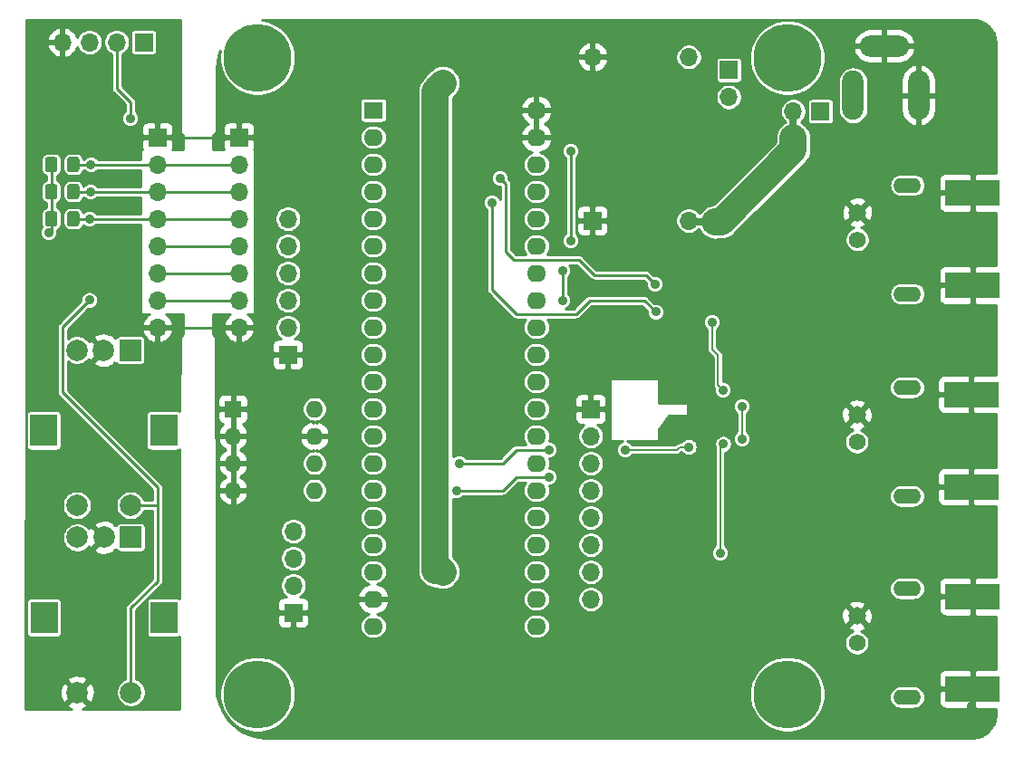
<source format=gbr>
G04 #@! TF.GenerationSoftware,KiCad,Pcbnew,(5.1.5)-3*
G04 #@! TF.CreationDate,2020-10-24T09:34:29-04:00*
G04 #@! TF.ProjectId,VFO-002,56464f2d-3030-4322-9e6b-696361645f70,1*
G04 #@! TF.SameCoordinates,Original*
G04 #@! TF.FileFunction,Copper,L2,Bot*
G04 #@! TF.FilePolarity,Positive*
%FSLAX46Y46*%
G04 Gerber Fmt 4.6, Leading zero omitted, Abs format (unit mm)*
G04 Created by KiCad (PCBNEW (5.1.5)-3) date 2020-10-24 09:34:29*
%MOMM*%
%LPD*%
G04 APERTURE LIST*
%ADD10C,1.574800*%
%ADD11C,1.651000*%
%ADD12O,2.600000X1.400000*%
%ADD13O,1.700000X1.700000*%
%ADD14R,1.700000X1.700000*%
%ADD15O,1.800000X1.600000*%
%ADD16R,1.800000X1.600000*%
%ADD17C,2.000000*%
%ADD18R,2.500000X3.000000*%
%ADD19R,2.000000X2.000000*%
%ADD20O,1.600000X1.600000*%
%ADD21R,1.600000X1.600000*%
%ADD22O,4.600000X2.000000*%
%ADD23O,2.000000X4.600000*%
%ADD24C,0.150000*%
%ADD25C,6.350000*%
%ADD26R,5.080000X2.413000*%
%ADD27C,0.889000*%
%ADD28C,0.254000*%
%ADD29C,0.152400*%
%ADD30C,2.540000*%
%ADD31C,0.635000*%
G04 APERTURE END LIST*
D10*
X174500000Y-87200000D03*
D11*
X174500000Y-84660000D03*
D12*
X179180000Y-82120000D03*
X179180000Y-92280000D03*
D10*
X174500000Y-68400000D03*
D11*
X174500000Y-65860000D03*
D12*
X179180000Y-63320000D03*
X179180000Y-73480000D03*
D10*
X174545000Y-49500000D03*
D11*
X174545000Y-46960000D03*
D12*
X179225000Y-44420000D03*
X179225000Y-54580000D03*
D13*
X158789400Y-32420000D03*
X158789400Y-47720000D03*
X149789400Y-32420000D03*
D14*
X149789400Y-47720000D03*
D13*
X100250000Y-31040000D03*
X102790000Y-31040000D03*
X105330000Y-31040000D03*
D14*
X107870000Y-31040000D03*
D15*
X144540000Y-37390000D03*
X129300000Y-85650000D03*
X144540000Y-39930000D03*
X129300000Y-83110000D03*
X144540000Y-42470000D03*
X129300000Y-80570000D03*
X144540000Y-45010000D03*
X129300000Y-78030000D03*
X144540000Y-47550000D03*
X129300000Y-75490000D03*
X144540000Y-50090000D03*
X129300000Y-72950000D03*
X144540000Y-52630000D03*
X129300000Y-70410000D03*
X144540000Y-55170000D03*
X129300000Y-67870000D03*
X144540000Y-57710000D03*
X129300000Y-65330000D03*
X144540000Y-60250000D03*
X129300000Y-62790000D03*
X144540000Y-62790000D03*
X129300000Y-60250000D03*
X144540000Y-65330000D03*
X129300000Y-57710000D03*
X144540000Y-67870000D03*
X129300000Y-55170000D03*
X144540000Y-70410000D03*
X129300000Y-52630000D03*
X144540000Y-72950000D03*
X129300000Y-50090000D03*
X144540000Y-75490000D03*
X129300000Y-47550000D03*
X144540000Y-78030000D03*
X129300000Y-45010000D03*
X144540000Y-80570000D03*
X129300000Y-42470000D03*
X144540000Y-83110000D03*
X129300000Y-39930000D03*
X144540000Y-85650000D03*
D16*
X129300000Y-37390000D03*
D17*
X101625400Y-74343600D03*
X106625400Y-74343600D03*
D18*
X98525400Y-67343600D03*
X109725400Y-67343600D03*
D17*
X101625400Y-59843600D03*
X104125400Y-59843600D03*
D19*
X106625400Y-59843600D03*
D13*
X109140000Y-57710000D03*
X109140000Y-55170000D03*
X109140000Y-52630000D03*
X109140000Y-50090000D03*
X109140000Y-47550000D03*
X109140000Y-45010000D03*
X109140000Y-42470000D03*
D14*
X109140000Y-39930000D03*
D13*
X121332000Y-47550000D03*
X121332000Y-50090000D03*
X121332000Y-52630000D03*
X121332000Y-55170000D03*
X121332000Y-57710000D03*
D14*
X121332000Y-60250000D03*
D20*
X123820000Y-65330000D03*
X116200000Y-72950000D03*
X123820000Y-67870000D03*
X116200000Y-70410000D03*
X123820000Y-70410000D03*
X116200000Y-67870000D03*
X123820000Y-72950000D03*
D21*
X116200000Y-65330000D03*
D13*
X121840000Y-76760000D03*
X121840000Y-79300000D03*
X121840000Y-81840000D03*
D14*
X121840000Y-84380000D03*
D13*
X116760000Y-57710000D03*
X116760000Y-55170000D03*
X116760000Y-52630000D03*
X116760000Y-50090000D03*
X116760000Y-47550000D03*
X116760000Y-45010000D03*
X116760000Y-42470000D03*
D14*
X116760000Y-39930000D03*
D22*
X177050000Y-31400000D03*
D23*
X174150000Y-36000000D03*
X180250000Y-36000000D03*
G04 #@! TA.AperFunction,SMDPad,CuDef*
D24*
G36*
X101624505Y-44311204D02*
G01*
X101648773Y-44314804D01*
X101672572Y-44320765D01*
X101695671Y-44329030D01*
X101717850Y-44339520D01*
X101738893Y-44352132D01*
X101758599Y-44366747D01*
X101776777Y-44383223D01*
X101793253Y-44401401D01*
X101807868Y-44421107D01*
X101820480Y-44442150D01*
X101830970Y-44464329D01*
X101839235Y-44487428D01*
X101845196Y-44511227D01*
X101848796Y-44535495D01*
X101850000Y-44559999D01*
X101850000Y-45460001D01*
X101848796Y-45484505D01*
X101845196Y-45508773D01*
X101839235Y-45532572D01*
X101830970Y-45555671D01*
X101820480Y-45577850D01*
X101807868Y-45598893D01*
X101793253Y-45618599D01*
X101776777Y-45636777D01*
X101758599Y-45653253D01*
X101738893Y-45667868D01*
X101717850Y-45680480D01*
X101695671Y-45690970D01*
X101672572Y-45699235D01*
X101648773Y-45705196D01*
X101624505Y-45708796D01*
X101600001Y-45710000D01*
X100949999Y-45710000D01*
X100925495Y-45708796D01*
X100901227Y-45705196D01*
X100877428Y-45699235D01*
X100854329Y-45690970D01*
X100832150Y-45680480D01*
X100811107Y-45667868D01*
X100791401Y-45653253D01*
X100773223Y-45636777D01*
X100756747Y-45618599D01*
X100742132Y-45598893D01*
X100729520Y-45577850D01*
X100719030Y-45555671D01*
X100710765Y-45532572D01*
X100704804Y-45508773D01*
X100701204Y-45484505D01*
X100700000Y-45460001D01*
X100700000Y-44559999D01*
X100701204Y-44535495D01*
X100704804Y-44511227D01*
X100710765Y-44487428D01*
X100719030Y-44464329D01*
X100729520Y-44442150D01*
X100742132Y-44421107D01*
X100756747Y-44401401D01*
X100773223Y-44383223D01*
X100791401Y-44366747D01*
X100811107Y-44352132D01*
X100832150Y-44339520D01*
X100854329Y-44329030D01*
X100877428Y-44320765D01*
X100901227Y-44314804D01*
X100925495Y-44311204D01*
X100949999Y-44310000D01*
X101600001Y-44310000D01*
X101624505Y-44311204D01*
G37*
G04 #@! TD.AperFunction*
G04 #@! TA.AperFunction,SMDPad,CuDef*
G36*
X99574505Y-44311204D02*
G01*
X99598773Y-44314804D01*
X99622572Y-44320765D01*
X99645671Y-44329030D01*
X99667850Y-44339520D01*
X99688893Y-44352132D01*
X99708599Y-44366747D01*
X99726777Y-44383223D01*
X99743253Y-44401401D01*
X99757868Y-44421107D01*
X99770480Y-44442150D01*
X99780970Y-44464329D01*
X99789235Y-44487428D01*
X99795196Y-44511227D01*
X99798796Y-44535495D01*
X99800000Y-44559999D01*
X99800000Y-45460001D01*
X99798796Y-45484505D01*
X99795196Y-45508773D01*
X99789235Y-45532572D01*
X99780970Y-45555671D01*
X99770480Y-45577850D01*
X99757868Y-45598893D01*
X99743253Y-45618599D01*
X99726777Y-45636777D01*
X99708599Y-45653253D01*
X99688893Y-45667868D01*
X99667850Y-45680480D01*
X99645671Y-45690970D01*
X99622572Y-45699235D01*
X99598773Y-45705196D01*
X99574505Y-45708796D01*
X99550001Y-45710000D01*
X98899999Y-45710000D01*
X98875495Y-45708796D01*
X98851227Y-45705196D01*
X98827428Y-45699235D01*
X98804329Y-45690970D01*
X98782150Y-45680480D01*
X98761107Y-45667868D01*
X98741401Y-45653253D01*
X98723223Y-45636777D01*
X98706747Y-45618599D01*
X98692132Y-45598893D01*
X98679520Y-45577850D01*
X98669030Y-45555671D01*
X98660765Y-45532572D01*
X98654804Y-45508773D01*
X98651204Y-45484505D01*
X98650000Y-45460001D01*
X98650000Y-44559999D01*
X98651204Y-44535495D01*
X98654804Y-44511227D01*
X98660765Y-44487428D01*
X98669030Y-44464329D01*
X98679520Y-44442150D01*
X98692132Y-44421107D01*
X98706747Y-44401401D01*
X98723223Y-44383223D01*
X98741401Y-44366747D01*
X98761107Y-44352132D01*
X98782150Y-44339520D01*
X98804329Y-44329030D01*
X98827428Y-44320765D01*
X98851227Y-44314804D01*
X98875495Y-44311204D01*
X98899999Y-44310000D01*
X99550001Y-44310000D01*
X99574505Y-44311204D01*
G37*
G04 #@! TD.AperFunction*
G04 #@! TA.AperFunction,SMDPad,CuDef*
G36*
X101624505Y-41771204D02*
G01*
X101648773Y-41774804D01*
X101672572Y-41780765D01*
X101695671Y-41789030D01*
X101717850Y-41799520D01*
X101738893Y-41812132D01*
X101758599Y-41826747D01*
X101776777Y-41843223D01*
X101793253Y-41861401D01*
X101807868Y-41881107D01*
X101820480Y-41902150D01*
X101830970Y-41924329D01*
X101839235Y-41947428D01*
X101845196Y-41971227D01*
X101848796Y-41995495D01*
X101850000Y-42019999D01*
X101850000Y-42920001D01*
X101848796Y-42944505D01*
X101845196Y-42968773D01*
X101839235Y-42992572D01*
X101830970Y-43015671D01*
X101820480Y-43037850D01*
X101807868Y-43058893D01*
X101793253Y-43078599D01*
X101776777Y-43096777D01*
X101758599Y-43113253D01*
X101738893Y-43127868D01*
X101717850Y-43140480D01*
X101695671Y-43150970D01*
X101672572Y-43159235D01*
X101648773Y-43165196D01*
X101624505Y-43168796D01*
X101600001Y-43170000D01*
X100949999Y-43170000D01*
X100925495Y-43168796D01*
X100901227Y-43165196D01*
X100877428Y-43159235D01*
X100854329Y-43150970D01*
X100832150Y-43140480D01*
X100811107Y-43127868D01*
X100791401Y-43113253D01*
X100773223Y-43096777D01*
X100756747Y-43078599D01*
X100742132Y-43058893D01*
X100729520Y-43037850D01*
X100719030Y-43015671D01*
X100710765Y-42992572D01*
X100704804Y-42968773D01*
X100701204Y-42944505D01*
X100700000Y-42920001D01*
X100700000Y-42019999D01*
X100701204Y-41995495D01*
X100704804Y-41971227D01*
X100710765Y-41947428D01*
X100719030Y-41924329D01*
X100729520Y-41902150D01*
X100742132Y-41881107D01*
X100756747Y-41861401D01*
X100773223Y-41843223D01*
X100791401Y-41826747D01*
X100811107Y-41812132D01*
X100832150Y-41799520D01*
X100854329Y-41789030D01*
X100877428Y-41780765D01*
X100901227Y-41774804D01*
X100925495Y-41771204D01*
X100949999Y-41770000D01*
X101600001Y-41770000D01*
X101624505Y-41771204D01*
G37*
G04 #@! TD.AperFunction*
G04 #@! TA.AperFunction,SMDPad,CuDef*
G36*
X99574505Y-41771204D02*
G01*
X99598773Y-41774804D01*
X99622572Y-41780765D01*
X99645671Y-41789030D01*
X99667850Y-41799520D01*
X99688893Y-41812132D01*
X99708599Y-41826747D01*
X99726777Y-41843223D01*
X99743253Y-41861401D01*
X99757868Y-41881107D01*
X99770480Y-41902150D01*
X99780970Y-41924329D01*
X99789235Y-41947428D01*
X99795196Y-41971227D01*
X99798796Y-41995495D01*
X99800000Y-42019999D01*
X99800000Y-42920001D01*
X99798796Y-42944505D01*
X99795196Y-42968773D01*
X99789235Y-42992572D01*
X99780970Y-43015671D01*
X99770480Y-43037850D01*
X99757868Y-43058893D01*
X99743253Y-43078599D01*
X99726777Y-43096777D01*
X99708599Y-43113253D01*
X99688893Y-43127868D01*
X99667850Y-43140480D01*
X99645671Y-43150970D01*
X99622572Y-43159235D01*
X99598773Y-43165196D01*
X99574505Y-43168796D01*
X99550001Y-43170000D01*
X98899999Y-43170000D01*
X98875495Y-43168796D01*
X98851227Y-43165196D01*
X98827428Y-43159235D01*
X98804329Y-43150970D01*
X98782150Y-43140480D01*
X98761107Y-43127868D01*
X98741401Y-43113253D01*
X98723223Y-43096777D01*
X98706747Y-43078599D01*
X98692132Y-43058893D01*
X98679520Y-43037850D01*
X98669030Y-43015671D01*
X98660765Y-42992572D01*
X98654804Y-42968773D01*
X98651204Y-42944505D01*
X98650000Y-42920001D01*
X98650000Y-42019999D01*
X98651204Y-41995495D01*
X98654804Y-41971227D01*
X98660765Y-41947428D01*
X98669030Y-41924329D01*
X98679520Y-41902150D01*
X98692132Y-41881107D01*
X98706747Y-41861401D01*
X98723223Y-41843223D01*
X98741401Y-41826747D01*
X98761107Y-41812132D01*
X98782150Y-41799520D01*
X98804329Y-41789030D01*
X98827428Y-41780765D01*
X98851227Y-41774804D01*
X98875495Y-41771204D01*
X98899999Y-41770000D01*
X99550001Y-41770000D01*
X99574505Y-41771204D01*
G37*
G04 #@! TD.AperFunction*
G04 #@! TA.AperFunction,SMDPad,CuDef*
G36*
X101624505Y-46851204D02*
G01*
X101648773Y-46854804D01*
X101672572Y-46860765D01*
X101695671Y-46869030D01*
X101717850Y-46879520D01*
X101738893Y-46892132D01*
X101758599Y-46906747D01*
X101776777Y-46923223D01*
X101793253Y-46941401D01*
X101807868Y-46961107D01*
X101820480Y-46982150D01*
X101830970Y-47004329D01*
X101839235Y-47027428D01*
X101845196Y-47051227D01*
X101848796Y-47075495D01*
X101850000Y-47099999D01*
X101850000Y-48000001D01*
X101848796Y-48024505D01*
X101845196Y-48048773D01*
X101839235Y-48072572D01*
X101830970Y-48095671D01*
X101820480Y-48117850D01*
X101807868Y-48138893D01*
X101793253Y-48158599D01*
X101776777Y-48176777D01*
X101758599Y-48193253D01*
X101738893Y-48207868D01*
X101717850Y-48220480D01*
X101695671Y-48230970D01*
X101672572Y-48239235D01*
X101648773Y-48245196D01*
X101624505Y-48248796D01*
X101600001Y-48250000D01*
X100949999Y-48250000D01*
X100925495Y-48248796D01*
X100901227Y-48245196D01*
X100877428Y-48239235D01*
X100854329Y-48230970D01*
X100832150Y-48220480D01*
X100811107Y-48207868D01*
X100791401Y-48193253D01*
X100773223Y-48176777D01*
X100756747Y-48158599D01*
X100742132Y-48138893D01*
X100729520Y-48117850D01*
X100719030Y-48095671D01*
X100710765Y-48072572D01*
X100704804Y-48048773D01*
X100701204Y-48024505D01*
X100700000Y-48000001D01*
X100700000Y-47099999D01*
X100701204Y-47075495D01*
X100704804Y-47051227D01*
X100710765Y-47027428D01*
X100719030Y-47004329D01*
X100729520Y-46982150D01*
X100742132Y-46961107D01*
X100756747Y-46941401D01*
X100773223Y-46923223D01*
X100791401Y-46906747D01*
X100811107Y-46892132D01*
X100832150Y-46879520D01*
X100854329Y-46869030D01*
X100877428Y-46860765D01*
X100901227Y-46854804D01*
X100925495Y-46851204D01*
X100949999Y-46850000D01*
X101600001Y-46850000D01*
X101624505Y-46851204D01*
G37*
G04 #@! TD.AperFunction*
G04 #@! TA.AperFunction,SMDPad,CuDef*
G36*
X99574505Y-46851204D02*
G01*
X99598773Y-46854804D01*
X99622572Y-46860765D01*
X99645671Y-46869030D01*
X99667850Y-46879520D01*
X99688893Y-46892132D01*
X99708599Y-46906747D01*
X99726777Y-46923223D01*
X99743253Y-46941401D01*
X99757868Y-46961107D01*
X99770480Y-46982150D01*
X99780970Y-47004329D01*
X99789235Y-47027428D01*
X99795196Y-47051227D01*
X99798796Y-47075495D01*
X99800000Y-47099999D01*
X99800000Y-48000001D01*
X99798796Y-48024505D01*
X99795196Y-48048773D01*
X99789235Y-48072572D01*
X99780970Y-48095671D01*
X99770480Y-48117850D01*
X99757868Y-48138893D01*
X99743253Y-48158599D01*
X99726777Y-48176777D01*
X99708599Y-48193253D01*
X99688893Y-48207868D01*
X99667850Y-48220480D01*
X99645671Y-48230970D01*
X99622572Y-48239235D01*
X99598773Y-48245196D01*
X99574505Y-48248796D01*
X99550001Y-48250000D01*
X98899999Y-48250000D01*
X98875495Y-48248796D01*
X98851227Y-48245196D01*
X98827428Y-48239235D01*
X98804329Y-48230970D01*
X98782150Y-48220480D01*
X98761107Y-48207868D01*
X98741401Y-48193253D01*
X98723223Y-48176777D01*
X98706747Y-48158599D01*
X98692132Y-48138893D01*
X98679520Y-48117850D01*
X98669030Y-48095671D01*
X98660765Y-48072572D01*
X98654804Y-48048773D01*
X98651204Y-48024505D01*
X98650000Y-48000001D01*
X98650000Y-47099999D01*
X98651204Y-47075495D01*
X98654804Y-47051227D01*
X98660765Y-47027428D01*
X98669030Y-47004329D01*
X98679520Y-46982150D01*
X98692132Y-46961107D01*
X98706747Y-46941401D01*
X98723223Y-46923223D01*
X98741401Y-46906747D01*
X98761107Y-46892132D01*
X98782150Y-46879520D01*
X98804329Y-46869030D01*
X98827428Y-46860765D01*
X98851227Y-46854804D01*
X98875495Y-46851204D01*
X98899999Y-46850000D01*
X99550001Y-46850000D01*
X99574505Y-46851204D01*
G37*
G04 #@! TD.AperFunction*
D19*
X106650800Y-77344200D03*
D17*
X104150800Y-77344200D03*
X101650800Y-77344200D03*
D18*
X109750800Y-84844200D03*
X98550800Y-84844200D03*
D17*
X106650800Y-91844200D03*
X101650800Y-91844200D03*
D25*
X168000000Y-32500000D03*
X118500000Y-92000000D03*
X168000000Y-92000000D03*
X118500000Y-32500000D03*
D13*
X162530800Y-36170800D03*
D14*
X162530800Y-33630800D03*
D26*
X185300000Y-53768000D03*
X185300000Y-45132000D03*
X185200000Y-72618000D03*
X185200000Y-63982000D03*
X185300000Y-91518000D03*
X185300000Y-82882000D03*
D14*
X149627600Y-65330000D03*
D13*
X149627600Y-67870000D03*
X149627600Y-70410000D03*
X149627600Y-72950000D03*
X149627600Y-75490000D03*
X149627600Y-78030000D03*
X149627600Y-80570000D03*
X149627600Y-83110000D03*
D14*
X171100000Y-37500000D03*
D13*
X168560000Y-37500000D03*
D27*
X185200000Y-77900000D03*
X185200000Y-93100000D03*
X185300000Y-43050000D03*
X185300000Y-56250000D03*
X185200000Y-61500000D03*
X169160200Y-49785200D03*
X160607666Y-65342620D03*
X159686000Y-58726000D03*
X169846000Y-45264000D03*
X169338000Y-79300000D03*
X160702000Y-62028000D03*
X150288000Y-51106000D03*
X150288000Y-53646000D03*
X150542000Y-56186000D03*
X157146000Y-77522000D03*
X160625800Y-44019400D03*
X98980000Y-48820000D03*
X137080000Y-72950000D03*
X145716000Y-71680000D03*
X106600000Y-38152000D03*
X158784700Y-68886000D03*
X152828000Y-69140000D03*
X137334000Y-70410000D03*
X145716000Y-69140000D03*
X146986000Y-52376000D03*
X146986000Y-55170000D03*
X102790000Y-47550000D03*
X102790000Y-55144600D03*
X102891600Y-45010000D03*
X102917000Y-42470000D03*
X161718000Y-78792000D03*
X162000000Y-68604000D03*
X163750000Y-65076000D03*
X163750000Y-68124000D03*
X161972000Y-63552000D03*
X160956000Y-57202000D03*
X135810000Y-80570000D03*
X135810000Y-34850000D03*
X140382000Y-46026000D03*
X155698000Y-56262000D03*
X147748000Y-41200000D03*
X147748000Y-49582000D03*
X141144000Y-43740000D03*
X155622000Y-53646000D03*
D28*
X109140000Y-57710000D02*
X116760000Y-57710000D01*
X109140000Y-39930000D02*
X116760000Y-39930000D01*
X99225000Y-42470000D02*
X99225000Y-45010000D01*
X99225000Y-45010000D02*
X99225000Y-47550000D01*
X99225000Y-47550000D02*
X99225000Y-48575000D01*
X99225000Y-48575000D02*
X98980000Y-48820000D01*
X109140000Y-55170000D02*
X116760000Y-55170000D01*
X137080000Y-72950000D02*
X141398000Y-72950000D01*
X141398000Y-72950000D02*
X142668000Y-71680000D01*
X109140000Y-52630000D02*
X116760000Y-52630000D01*
X142668000Y-71680000D02*
X145716000Y-71680000D01*
X106600000Y-38152000D02*
X106600000Y-36628000D01*
X105330000Y-35358000D02*
X105330000Y-31040000D01*
X106600000Y-36628000D02*
X105330000Y-35358000D01*
X137334000Y-70410000D02*
X141398000Y-70410000D01*
X141398000Y-70410000D02*
X142668000Y-69140000D01*
X109140000Y-50090000D02*
X116760000Y-50090000D01*
X142668000Y-69140000D02*
X145716000Y-69140000D01*
D29*
X157908000Y-68886000D02*
X158784700Y-68886000D01*
X152828000Y-69140000D02*
X157654000Y-69140000D01*
X157654000Y-69140000D02*
X157908000Y-68886000D01*
D28*
X146986000Y-55170000D02*
X146986000Y-52376000D01*
D30*
X161830000Y-47820000D02*
X168560000Y-41090000D01*
X168560000Y-40010000D02*
X168550000Y-40000000D01*
X168560000Y-41090000D02*
X168560000Y-40010000D01*
D31*
X168560000Y-37500000D02*
X168550000Y-40000000D01*
D30*
X161280000Y-47820000D02*
X161250000Y-47850000D01*
X161830000Y-47820000D02*
X161280000Y-47820000D01*
D31*
X161250000Y-47850000D02*
X158789400Y-47820000D01*
D28*
X101275000Y-47550000D02*
X109140000Y-47550000D01*
X109140000Y-47550000D02*
X116760000Y-47550000D01*
X106650800Y-91844200D02*
X106650800Y-83922800D01*
X106650800Y-83922800D02*
X109140000Y-81433600D01*
X109140000Y-74347000D02*
X109140000Y-72670600D01*
X100244399Y-57690201D02*
X102790000Y-55144600D01*
X100244399Y-63774999D02*
X100244399Y-57690201D01*
X109140000Y-72670600D02*
X100244399Y-63774999D01*
X108039613Y-74343600D02*
X108043013Y-74347000D01*
X106625400Y-74343600D02*
X108039613Y-74343600D01*
X108043013Y-74347000D02*
X109140000Y-74347000D01*
X109140000Y-81433600D02*
X109140000Y-74347000D01*
X106355000Y-45010000D02*
X109140000Y-45010000D01*
X109140000Y-45010000D02*
X111005132Y-45010000D01*
X111005132Y-45010000D02*
X111005151Y-45010019D01*
X109140000Y-45010000D02*
X102891600Y-45010000D01*
X102891600Y-45010000D02*
X101275000Y-45010000D01*
X109140000Y-45010000D02*
X116760000Y-45010000D01*
X106355000Y-42470000D02*
X109140000Y-42470000D01*
X109140000Y-42470000D02*
X116760000Y-42470000D01*
X101275000Y-42470000D02*
X102917000Y-42470000D01*
X102917000Y-42470000D02*
X109140000Y-42470000D01*
D29*
X161718000Y-78792000D02*
X161718000Y-68886000D01*
X161718000Y-68886000D02*
X162000000Y-68604000D01*
X163750000Y-65076000D02*
X163750000Y-68124000D01*
X161527501Y-63107501D02*
X161527501Y-60313501D01*
X161972000Y-63552000D02*
X161527501Y-63107501D01*
X161527501Y-60313501D02*
X160956000Y-59742000D01*
X160956000Y-59742000D02*
X160956000Y-57202000D01*
D30*
X135111499Y-80442998D02*
X135111499Y-35612000D01*
X135365497Y-35294499D02*
X135365501Y-35294499D01*
X135365501Y-35294499D02*
X135810000Y-34850000D01*
X135810000Y-80570000D02*
X135111499Y-79871499D01*
D28*
X140382000Y-54154000D02*
X142668000Y-56440000D01*
X154606000Y-55170000D02*
X155698000Y-56262000D01*
X140382000Y-46026000D02*
X140382000Y-54154000D01*
X142668000Y-56440000D02*
X148256000Y-56440000D01*
X148256000Y-56440000D02*
X149526000Y-55170000D01*
X149526000Y-55170000D02*
X154606000Y-55170000D01*
X147748000Y-41200000D02*
X147748000Y-49582000D01*
X154796499Y-52820499D02*
X149970499Y-52820499D01*
X155622000Y-53646000D02*
X154796499Y-52820499D01*
X149970499Y-52820499D02*
X148510000Y-51360000D01*
X142414000Y-51360000D02*
X141652000Y-50598000D01*
X148510000Y-51360000D02*
X142414000Y-51360000D01*
X141652000Y-44248000D02*
X141144000Y-43740000D01*
X141652000Y-50598000D02*
X141652000Y-44248000D01*
G36*
X111249001Y-39299221D02*
G01*
X111246915Y-39320400D01*
X111255237Y-39404891D01*
X111279882Y-39486134D01*
X111319903Y-39561009D01*
X111373763Y-39626637D01*
X111439391Y-39680497D01*
X111514266Y-39720518D01*
X111575379Y-39739057D01*
X111578141Y-41098400D01*
X110539830Y-41098400D01*
X110579502Y-41024180D01*
X110615812Y-40904482D01*
X110628072Y-40780000D01*
X110625000Y-40215750D01*
X110466250Y-40057000D01*
X109267000Y-40057000D01*
X109267000Y-40077000D01*
X109013000Y-40077000D01*
X109013000Y-40057000D01*
X107813750Y-40057000D01*
X107655000Y-40215750D01*
X107651928Y-40780000D01*
X107664188Y-40904482D01*
X107700498Y-41024180D01*
X107740170Y-41098400D01*
X107692200Y-41098400D01*
X107667424Y-41100840D01*
X107643599Y-41108067D01*
X107621643Y-41119803D01*
X107602397Y-41135597D01*
X107586603Y-41154843D01*
X107574867Y-41176799D01*
X107567640Y-41200624D01*
X107565200Y-41225186D01*
X107563960Y-41962000D01*
X103570385Y-41962000D01*
X103558208Y-41943775D01*
X103443225Y-41828792D01*
X103308021Y-41738452D01*
X103157789Y-41676224D01*
X102998305Y-41644500D01*
X102835695Y-41644500D01*
X102676211Y-41676224D01*
X102525979Y-41738452D01*
X102390775Y-41828792D01*
X102275792Y-41943775D01*
X102263615Y-41962000D01*
X102227131Y-41962000D01*
X102220683Y-41896538D01*
X102184671Y-41777821D01*
X102126190Y-41668411D01*
X102047488Y-41572512D01*
X101951589Y-41493810D01*
X101842179Y-41435329D01*
X101723462Y-41399317D01*
X101600001Y-41387157D01*
X100949999Y-41387157D01*
X100826538Y-41399317D01*
X100707821Y-41435329D01*
X100598411Y-41493810D01*
X100502512Y-41572512D01*
X100423810Y-41668411D01*
X100365329Y-41777821D01*
X100329317Y-41896538D01*
X100317157Y-42019999D01*
X100317157Y-42920001D01*
X100329317Y-43043462D01*
X100365329Y-43162179D01*
X100423810Y-43271589D01*
X100502512Y-43367488D01*
X100598411Y-43446190D01*
X100707821Y-43504671D01*
X100826538Y-43540683D01*
X100949999Y-43552843D01*
X101600001Y-43552843D01*
X101723462Y-43540683D01*
X101842179Y-43504671D01*
X101951589Y-43446190D01*
X102047488Y-43367488D01*
X102126190Y-43271589D01*
X102184671Y-43162179D01*
X102220683Y-43043462D01*
X102227131Y-42978000D01*
X102263615Y-42978000D01*
X102275792Y-42996225D01*
X102390775Y-43111208D01*
X102525979Y-43201548D01*
X102676211Y-43263776D01*
X102835695Y-43295500D01*
X102998305Y-43295500D01*
X103157789Y-43263776D01*
X103308021Y-43201548D01*
X103443225Y-43111208D01*
X103558208Y-42996225D01*
X103570385Y-42978000D01*
X107562249Y-42978000D01*
X107559683Y-44502000D01*
X103544985Y-44502000D01*
X103532808Y-44483775D01*
X103417825Y-44368792D01*
X103282621Y-44278452D01*
X103132389Y-44216224D01*
X102972905Y-44184500D01*
X102810295Y-44184500D01*
X102650811Y-44216224D01*
X102500579Y-44278452D01*
X102365375Y-44368792D01*
X102250392Y-44483775D01*
X102238215Y-44502000D01*
X102227131Y-44502000D01*
X102220683Y-44436538D01*
X102184671Y-44317821D01*
X102126190Y-44208411D01*
X102047488Y-44112512D01*
X101951589Y-44033810D01*
X101842179Y-43975329D01*
X101723462Y-43939317D01*
X101600001Y-43927157D01*
X100949999Y-43927157D01*
X100826538Y-43939317D01*
X100707821Y-43975329D01*
X100598411Y-44033810D01*
X100502512Y-44112512D01*
X100423810Y-44208411D01*
X100365329Y-44317821D01*
X100329317Y-44436538D01*
X100317157Y-44559999D01*
X100317157Y-45460001D01*
X100329317Y-45583462D01*
X100365329Y-45702179D01*
X100423810Y-45811589D01*
X100502512Y-45907488D01*
X100598411Y-45986190D01*
X100707821Y-46044671D01*
X100826538Y-46080683D01*
X100949999Y-46092843D01*
X101600001Y-46092843D01*
X101723462Y-46080683D01*
X101842179Y-46044671D01*
X101951589Y-45986190D01*
X102047488Y-45907488D01*
X102126190Y-45811589D01*
X102184671Y-45702179D01*
X102220683Y-45583462D01*
X102227131Y-45518000D01*
X102238215Y-45518000D01*
X102250392Y-45536225D01*
X102365375Y-45651208D01*
X102500579Y-45741548D01*
X102650811Y-45803776D01*
X102810295Y-45835500D01*
X102972905Y-45835500D01*
X103132389Y-45803776D01*
X103282621Y-45741548D01*
X103417825Y-45651208D01*
X103532808Y-45536225D01*
X103544985Y-45518000D01*
X107557973Y-45518000D01*
X107555407Y-47042000D01*
X103443385Y-47042000D01*
X103431208Y-47023775D01*
X103316225Y-46908792D01*
X103181021Y-46818452D01*
X103030789Y-46756224D01*
X102871305Y-46724500D01*
X102708695Y-46724500D01*
X102549211Y-46756224D01*
X102398979Y-46818452D01*
X102263775Y-46908792D01*
X102214945Y-46957622D01*
X102184671Y-46857821D01*
X102126190Y-46748411D01*
X102047488Y-46652512D01*
X101951589Y-46573810D01*
X101842179Y-46515329D01*
X101723462Y-46479317D01*
X101600001Y-46467157D01*
X100949999Y-46467157D01*
X100826538Y-46479317D01*
X100707821Y-46515329D01*
X100598411Y-46573810D01*
X100502512Y-46652512D01*
X100423810Y-46748411D01*
X100365329Y-46857821D01*
X100329317Y-46976538D01*
X100317157Y-47099999D01*
X100317157Y-48000001D01*
X100329317Y-48123462D01*
X100365329Y-48242179D01*
X100423810Y-48351589D01*
X100502512Y-48447488D01*
X100598411Y-48526190D01*
X100707821Y-48584671D01*
X100826538Y-48620683D01*
X100949999Y-48632843D01*
X101600001Y-48632843D01*
X101723462Y-48620683D01*
X101842179Y-48584671D01*
X101951589Y-48526190D01*
X102047488Y-48447488D01*
X102126190Y-48351589D01*
X102184671Y-48242179D01*
X102214945Y-48142378D01*
X102263775Y-48191208D01*
X102398979Y-48281548D01*
X102549211Y-48343776D01*
X102708695Y-48375500D01*
X102871305Y-48375500D01*
X103030789Y-48343776D01*
X103181021Y-48281548D01*
X103316225Y-48191208D01*
X103431208Y-48076225D01*
X103443385Y-48058000D01*
X107553697Y-48058000D01*
X107539800Y-56312786D01*
X107542199Y-56337567D01*
X107549386Y-56361403D01*
X107561085Y-56383380D01*
X107576846Y-56402651D01*
X107596065Y-56418478D01*
X107618002Y-56430251D01*
X107641814Y-56437518D01*
X107666800Y-56440000D01*
X108384255Y-56440000D01*
X108258645Y-56514822D01*
X108042412Y-56709731D01*
X107868359Y-56943080D01*
X107743175Y-57205901D01*
X107698524Y-57353110D01*
X107819845Y-57583000D01*
X109013000Y-57583000D01*
X109013000Y-57563000D01*
X109267000Y-57563000D01*
X109267000Y-57583000D01*
X110460155Y-57583000D01*
X110581476Y-57353110D01*
X110536825Y-57205901D01*
X110411641Y-56943080D01*
X110237588Y-56709731D01*
X110021355Y-56514822D01*
X109895745Y-56440000D01*
X111528114Y-56440000D01*
X111535944Y-58369985D01*
X111513866Y-58376682D01*
X111438991Y-58416703D01*
X111373363Y-58470563D01*
X111319503Y-58536191D01*
X111279482Y-58611066D01*
X111254837Y-58692309D01*
X111246515Y-58776800D01*
X111248982Y-58801850D01*
X111244077Y-65571220D01*
X111188096Y-65525278D01*
X111121908Y-65489899D01*
X111050089Y-65468113D01*
X110975400Y-65460757D01*
X108475400Y-65460757D01*
X108400711Y-65468113D01*
X108328892Y-65489899D01*
X108262704Y-65525278D01*
X108204689Y-65572889D01*
X108157078Y-65630904D01*
X108121699Y-65697092D01*
X108099913Y-65768911D01*
X108092557Y-65843600D01*
X108092557Y-68843600D01*
X108099913Y-68918289D01*
X108121699Y-68990108D01*
X108157078Y-69056296D01*
X108204689Y-69114311D01*
X108262704Y-69161922D01*
X108328892Y-69197301D01*
X108400711Y-69219087D01*
X108475400Y-69226443D01*
X110975400Y-69226443D01*
X111050089Y-69219087D01*
X111121908Y-69197301D01*
X111188096Y-69161922D01*
X111241507Y-69118090D01*
X111231418Y-83040586D01*
X111213496Y-83025878D01*
X111147308Y-82990499D01*
X111075489Y-82968713D01*
X111000800Y-82961357D01*
X108500800Y-82961357D01*
X108426111Y-82968713D01*
X108354292Y-82990499D01*
X108288104Y-83025878D01*
X108230089Y-83073489D01*
X108182478Y-83131504D01*
X108147099Y-83197692D01*
X108125313Y-83269511D01*
X108117957Y-83344200D01*
X108117957Y-86344200D01*
X108125313Y-86418889D01*
X108147099Y-86490708D01*
X108182478Y-86556896D01*
X108230089Y-86614911D01*
X108288104Y-86662522D01*
X108354292Y-86697901D01*
X108426111Y-86719687D01*
X108500800Y-86727043D01*
X111000800Y-86727043D01*
X111075489Y-86719687D01*
X111147308Y-86697901D01*
X111213496Y-86662522D01*
X111228802Y-86649961D01*
X111223912Y-93397800D01*
X102160882Y-93397800D01*
X102336888Y-93336995D01*
X102510844Y-93244014D01*
X102606608Y-92979613D01*
X101650800Y-92023805D01*
X100694992Y-92979613D01*
X100790756Y-93244014D01*
X101080371Y-93384904D01*
X101129558Y-93397800D01*
X96845767Y-93397800D01*
X96846346Y-91906795D01*
X100009082Y-91906795D01*
X100052839Y-92225875D01*
X100158005Y-92530288D01*
X100250986Y-92704244D01*
X100515387Y-92800008D01*
X101471195Y-91844200D01*
X101830405Y-91844200D01*
X102786213Y-92800008D01*
X103050614Y-92704244D01*
X103191504Y-92414629D01*
X103273184Y-92103092D01*
X103292518Y-91781605D01*
X103248761Y-91462525D01*
X103143595Y-91158112D01*
X103050614Y-90984156D01*
X102786213Y-90888392D01*
X101830405Y-91844200D01*
X101471195Y-91844200D01*
X100515387Y-90888392D01*
X100250986Y-90984156D01*
X100110096Y-91273771D01*
X100028416Y-91585308D01*
X100009082Y-91906795D01*
X96846346Y-91906795D01*
X96846811Y-90708787D01*
X100694992Y-90708787D01*
X101650800Y-91664595D01*
X102606608Y-90708787D01*
X102510844Y-90444386D01*
X102221229Y-90303496D01*
X101909692Y-90221816D01*
X101588205Y-90202482D01*
X101269125Y-90246239D01*
X100964712Y-90351405D01*
X100790756Y-90444386D01*
X100694992Y-90708787D01*
X96846811Y-90708787D01*
X96849675Y-83344200D01*
X96917957Y-83344200D01*
X96917957Y-86344200D01*
X96925313Y-86418889D01*
X96947099Y-86490708D01*
X96982478Y-86556896D01*
X97030089Y-86614911D01*
X97088104Y-86662522D01*
X97154292Y-86697901D01*
X97226111Y-86719687D01*
X97300800Y-86727043D01*
X99800800Y-86727043D01*
X99875489Y-86719687D01*
X99947308Y-86697901D01*
X100013496Y-86662522D01*
X100071511Y-86614911D01*
X100119122Y-86556896D01*
X100154501Y-86490708D01*
X100176287Y-86418889D01*
X100183643Y-86344200D01*
X100183643Y-83344200D01*
X100176287Y-83269511D01*
X100154501Y-83197692D01*
X100119122Y-83131504D01*
X100071511Y-83073489D01*
X100013496Y-83025878D01*
X99947308Y-82990499D01*
X99875489Y-82968713D01*
X99800800Y-82961357D01*
X97300800Y-82961357D01*
X97226111Y-82968713D01*
X97154292Y-82990499D01*
X97088104Y-83025878D01*
X97030089Y-83073489D01*
X96982478Y-83131504D01*
X96947099Y-83197692D01*
X96925313Y-83269511D01*
X96917957Y-83344200D01*
X96849675Y-83344200D01*
X96852060Y-77208183D01*
X100269800Y-77208183D01*
X100269800Y-77480217D01*
X100322871Y-77747023D01*
X100426974Y-77998349D01*
X100578107Y-78224536D01*
X100770464Y-78416893D01*
X100996651Y-78568026D01*
X101247977Y-78672129D01*
X101514783Y-78725200D01*
X101786817Y-78725200D01*
X102053623Y-78672129D01*
X102304949Y-78568026D01*
X102531136Y-78416893D01*
X102723493Y-78224536D01*
X102744793Y-78192658D01*
X102750986Y-78204244D01*
X103015387Y-78300008D01*
X103971195Y-77344200D01*
X103015387Y-76388392D01*
X102750986Y-76484156D01*
X102745115Y-76496224D01*
X102723493Y-76463864D01*
X102531136Y-76271507D01*
X102437269Y-76208787D01*
X103194992Y-76208787D01*
X104150800Y-77164595D01*
X104164943Y-77150453D01*
X104344548Y-77330058D01*
X104330405Y-77344200D01*
X104344548Y-77358343D01*
X104164943Y-77537948D01*
X104150800Y-77523805D01*
X103194992Y-78479613D01*
X103290756Y-78744014D01*
X103580371Y-78884904D01*
X103891908Y-78966584D01*
X104213395Y-78985918D01*
X104532475Y-78942161D01*
X104836888Y-78836995D01*
X105010844Y-78744014D01*
X105106607Y-78479615D01*
X105222275Y-78595283D01*
X105307462Y-78510096D01*
X105332478Y-78556896D01*
X105380089Y-78614911D01*
X105438104Y-78662522D01*
X105504292Y-78697901D01*
X105576111Y-78719687D01*
X105650800Y-78727043D01*
X107650800Y-78727043D01*
X107725489Y-78719687D01*
X107797308Y-78697901D01*
X107863496Y-78662522D01*
X107921511Y-78614911D01*
X107969122Y-78556896D01*
X108004501Y-78490708D01*
X108026287Y-78418889D01*
X108033643Y-78344200D01*
X108033643Y-76344200D01*
X108026287Y-76269511D01*
X108004501Y-76197692D01*
X107969122Y-76131504D01*
X107921511Y-76073489D01*
X107863496Y-76025878D01*
X107797308Y-75990499D01*
X107725489Y-75968713D01*
X107650800Y-75961357D01*
X105650800Y-75961357D01*
X105576111Y-75968713D01*
X105504292Y-75990499D01*
X105438104Y-76025878D01*
X105380089Y-76073489D01*
X105332478Y-76131504D01*
X105307462Y-76178304D01*
X105222275Y-76093117D01*
X105106607Y-76208785D01*
X105010844Y-75944386D01*
X104721229Y-75803496D01*
X104409692Y-75721816D01*
X104088205Y-75702482D01*
X103769125Y-75746239D01*
X103464712Y-75851405D01*
X103290756Y-75944386D01*
X103194992Y-76208787D01*
X102437269Y-76208787D01*
X102304949Y-76120374D01*
X102053623Y-76016271D01*
X101786817Y-75963200D01*
X101514783Y-75963200D01*
X101247977Y-76016271D01*
X100996651Y-76120374D01*
X100770464Y-76271507D01*
X100578107Y-76463864D01*
X100426974Y-76690051D01*
X100322871Y-76941377D01*
X100269800Y-77208183D01*
X96852060Y-77208183D01*
X96853227Y-74207583D01*
X100244400Y-74207583D01*
X100244400Y-74479617D01*
X100297471Y-74746423D01*
X100401574Y-74997749D01*
X100552707Y-75223936D01*
X100745064Y-75416293D01*
X100971251Y-75567426D01*
X101222577Y-75671529D01*
X101489383Y-75724600D01*
X101761417Y-75724600D01*
X102028223Y-75671529D01*
X102279549Y-75567426D01*
X102505736Y-75416293D01*
X102698093Y-75223936D01*
X102849226Y-74997749D01*
X102953329Y-74746423D01*
X103006400Y-74479617D01*
X103006400Y-74207583D01*
X102953329Y-73940777D01*
X102849226Y-73689451D01*
X102698093Y-73463264D01*
X102505736Y-73270907D01*
X102279549Y-73119774D01*
X102028223Y-73015671D01*
X101761417Y-72962600D01*
X101489383Y-72962600D01*
X101222577Y-73015671D01*
X100971251Y-73119774D01*
X100745064Y-73270907D01*
X100552707Y-73463264D01*
X100401574Y-73689451D01*
X100297471Y-73940777D01*
X100244400Y-74207583D01*
X96853227Y-74207583D01*
X96856480Y-65843600D01*
X96892557Y-65843600D01*
X96892557Y-68843600D01*
X96899913Y-68918289D01*
X96921699Y-68990108D01*
X96957078Y-69056296D01*
X97004689Y-69114311D01*
X97062704Y-69161922D01*
X97128892Y-69197301D01*
X97200711Y-69219087D01*
X97275400Y-69226443D01*
X99775400Y-69226443D01*
X99850089Y-69219087D01*
X99921908Y-69197301D01*
X99988096Y-69161922D01*
X100046111Y-69114311D01*
X100093722Y-69056296D01*
X100129101Y-68990108D01*
X100150887Y-68918289D01*
X100158243Y-68843600D01*
X100158243Y-65843600D01*
X100150887Y-65768911D01*
X100129101Y-65697092D01*
X100093722Y-65630904D01*
X100046111Y-65572889D01*
X99988096Y-65525278D01*
X99921908Y-65489899D01*
X99850089Y-65468113D01*
X99775400Y-65460757D01*
X97275400Y-65460757D01*
X97200711Y-65468113D01*
X97128892Y-65489899D01*
X97062704Y-65525278D01*
X97004689Y-65572889D01*
X96957078Y-65630904D01*
X96921699Y-65697092D01*
X96899913Y-65768911D01*
X96892557Y-65843600D01*
X96856480Y-65843600D01*
X96859649Y-57690201D01*
X99733942Y-57690201D01*
X99736400Y-57715155D01*
X99736399Y-63750055D01*
X99733942Y-63774999D01*
X99736399Y-63799943D01*
X99736399Y-63799945D01*
X99743750Y-63874583D01*
X99772798Y-63970341D01*
X99819970Y-64058594D01*
X99883451Y-64135947D01*
X99902834Y-64151854D01*
X108632001Y-72881021D01*
X108632000Y-73839000D01*
X108099082Y-73839000D01*
X108064560Y-73835600D01*
X108064557Y-73835600D01*
X108039613Y-73833143D01*
X108014669Y-73835600D01*
X107909763Y-73835600D01*
X107849226Y-73689451D01*
X107698093Y-73463264D01*
X107505736Y-73270907D01*
X107279549Y-73119774D01*
X107028223Y-73015671D01*
X106761417Y-72962600D01*
X106489383Y-72962600D01*
X106222577Y-73015671D01*
X105971251Y-73119774D01*
X105745064Y-73270907D01*
X105552707Y-73463264D01*
X105401574Y-73689451D01*
X105297471Y-73940777D01*
X105244400Y-74207583D01*
X105244400Y-74479617D01*
X105297471Y-74746423D01*
X105401574Y-74997749D01*
X105552707Y-75223936D01*
X105745064Y-75416293D01*
X105971251Y-75567426D01*
X106222577Y-75671529D01*
X106489383Y-75724600D01*
X106761417Y-75724600D01*
X107028223Y-75671529D01*
X107279549Y-75567426D01*
X107505736Y-75416293D01*
X107698093Y-75223936D01*
X107849226Y-74997749D01*
X107909763Y-74851600D01*
X107983544Y-74851600D01*
X108018066Y-74855000D01*
X108018068Y-74855000D01*
X108043012Y-74857457D01*
X108067956Y-74855000D01*
X108632001Y-74855000D01*
X108632000Y-81223179D01*
X106309230Y-83545950D01*
X106289853Y-83561852D01*
X106273951Y-83581229D01*
X106273950Y-83581230D01*
X106226371Y-83639205D01*
X106179200Y-83727457D01*
X106150152Y-83823216D01*
X106140343Y-83922800D01*
X106142801Y-83947754D01*
X106142800Y-90559837D01*
X105996651Y-90620374D01*
X105770464Y-90771507D01*
X105578107Y-90963864D01*
X105426974Y-91190051D01*
X105322871Y-91441377D01*
X105269800Y-91708183D01*
X105269800Y-91980217D01*
X105322871Y-92247023D01*
X105426974Y-92498349D01*
X105578107Y-92724536D01*
X105770464Y-92916893D01*
X105996651Y-93068026D01*
X106247977Y-93172129D01*
X106514783Y-93225200D01*
X106786817Y-93225200D01*
X107053623Y-93172129D01*
X107304949Y-93068026D01*
X107531136Y-92916893D01*
X107723493Y-92724536D01*
X107874626Y-92498349D01*
X107978729Y-92247023D01*
X108031800Y-91980217D01*
X108031800Y-91708183D01*
X107978729Y-91441377D01*
X107874626Y-91190051D01*
X107723493Y-90963864D01*
X107531136Y-90771507D01*
X107304949Y-90620374D01*
X107158800Y-90559837D01*
X107158800Y-84133220D01*
X109481571Y-81810450D01*
X109500948Y-81794548D01*
X109519624Y-81771790D01*
X109564429Y-81717196D01*
X109611600Y-81628945D01*
X109611601Y-81628942D01*
X109640649Y-81533185D01*
X109648000Y-81458547D01*
X109648000Y-81458545D01*
X109650457Y-81433601D01*
X109648000Y-81408657D01*
X109648000Y-74371946D01*
X109650457Y-74347000D01*
X109648000Y-74322053D01*
X109648000Y-72695544D01*
X109650457Y-72670600D01*
X109648000Y-72645653D01*
X109640649Y-72571015D01*
X109611601Y-72475257D01*
X109564429Y-72387005D01*
X109500948Y-72309652D01*
X109481565Y-72293745D01*
X100752399Y-63564579D01*
X100752399Y-60921194D01*
X100971251Y-61067426D01*
X101222577Y-61171529D01*
X101489383Y-61224600D01*
X101761417Y-61224600D01*
X102028223Y-61171529D01*
X102279549Y-61067426D01*
X102505736Y-60916293D01*
X102698093Y-60723936D01*
X102719393Y-60692058D01*
X102725586Y-60703644D01*
X102989987Y-60799408D01*
X103945795Y-59843600D01*
X102989987Y-58887792D01*
X102725586Y-58983556D01*
X102719715Y-58995624D01*
X102698093Y-58963264D01*
X102505736Y-58770907D01*
X102411869Y-58708187D01*
X103169592Y-58708187D01*
X104125400Y-59663995D01*
X104139543Y-59649853D01*
X104319148Y-59829458D01*
X104305005Y-59843600D01*
X104319148Y-59857743D01*
X104139543Y-60037348D01*
X104125400Y-60023205D01*
X103169592Y-60979013D01*
X103265356Y-61243414D01*
X103554971Y-61384304D01*
X103866508Y-61465984D01*
X104187995Y-61485318D01*
X104507075Y-61441561D01*
X104811488Y-61336395D01*
X104985444Y-61243414D01*
X105081207Y-60979015D01*
X105196875Y-61094683D01*
X105282062Y-61009496D01*
X105307078Y-61056296D01*
X105354689Y-61114311D01*
X105412704Y-61161922D01*
X105478892Y-61197301D01*
X105550711Y-61219087D01*
X105625400Y-61226443D01*
X107625400Y-61226443D01*
X107700089Y-61219087D01*
X107771908Y-61197301D01*
X107838096Y-61161922D01*
X107896111Y-61114311D01*
X107943722Y-61056296D01*
X107979101Y-60990108D01*
X108000887Y-60918289D01*
X108008243Y-60843600D01*
X108008243Y-58843600D01*
X108000887Y-58768911D01*
X107979101Y-58697092D01*
X107943722Y-58630904D01*
X107896111Y-58572889D01*
X107838096Y-58525278D01*
X107771908Y-58489899D01*
X107700089Y-58468113D01*
X107625400Y-58460757D01*
X105625400Y-58460757D01*
X105550711Y-58468113D01*
X105478892Y-58489899D01*
X105412704Y-58525278D01*
X105354689Y-58572889D01*
X105307078Y-58630904D01*
X105282062Y-58677704D01*
X105196875Y-58592517D01*
X105081207Y-58708185D01*
X104985444Y-58443786D01*
X104695829Y-58302896D01*
X104384292Y-58221216D01*
X104062805Y-58201882D01*
X103743725Y-58245639D01*
X103439312Y-58350805D01*
X103265356Y-58443786D01*
X103169592Y-58708187D01*
X102411869Y-58708187D01*
X102279549Y-58619774D01*
X102028223Y-58515671D01*
X101761417Y-58462600D01*
X101489383Y-58462600D01*
X101222577Y-58515671D01*
X100971251Y-58619774D01*
X100752399Y-58766006D01*
X100752399Y-58066890D01*
X107698524Y-58066890D01*
X107743175Y-58214099D01*
X107868359Y-58476920D01*
X108042412Y-58710269D01*
X108258645Y-58905178D01*
X108508748Y-59054157D01*
X108783109Y-59151481D01*
X109013000Y-59030814D01*
X109013000Y-57837000D01*
X109267000Y-57837000D01*
X109267000Y-59030814D01*
X109496891Y-59151481D01*
X109771252Y-59054157D01*
X110021355Y-58905178D01*
X110237588Y-58710269D01*
X110411641Y-58476920D01*
X110536825Y-58214099D01*
X110581476Y-58066890D01*
X110460155Y-57837000D01*
X109267000Y-57837000D01*
X109013000Y-57837000D01*
X107819845Y-57837000D01*
X107698524Y-58066890D01*
X100752399Y-58066890D01*
X100752399Y-57900621D01*
X102687197Y-55965824D01*
X102708695Y-55970100D01*
X102871305Y-55970100D01*
X103030789Y-55938376D01*
X103181021Y-55876148D01*
X103316225Y-55785808D01*
X103431208Y-55670825D01*
X103521548Y-55535621D01*
X103583776Y-55385389D01*
X103615500Y-55225905D01*
X103615500Y-55063295D01*
X103583776Y-54903811D01*
X103521548Y-54753579D01*
X103431208Y-54618375D01*
X103316225Y-54503392D01*
X103181021Y-54413052D01*
X103030789Y-54350824D01*
X102871305Y-54319100D01*
X102708695Y-54319100D01*
X102549211Y-54350824D01*
X102398979Y-54413052D01*
X102263775Y-54503392D01*
X102148792Y-54618375D01*
X102058452Y-54753579D01*
X101996224Y-54903811D01*
X101964500Y-55063295D01*
X101964500Y-55225905D01*
X101968776Y-55247403D01*
X99902829Y-57313351D01*
X99883452Y-57329253D01*
X99867550Y-57348630D01*
X99867549Y-57348631D01*
X99819970Y-57406606D01*
X99772799Y-57494858D01*
X99746062Y-57583000D01*
X99743751Y-57590617D01*
X99733942Y-57690201D01*
X96859649Y-57690201D01*
X96863130Y-48738695D01*
X98154500Y-48738695D01*
X98154500Y-48901305D01*
X98186224Y-49060789D01*
X98248452Y-49211021D01*
X98338792Y-49346225D01*
X98453775Y-49461208D01*
X98588979Y-49551548D01*
X98739211Y-49613776D01*
X98898695Y-49645500D01*
X99061305Y-49645500D01*
X99220789Y-49613776D01*
X99371021Y-49551548D01*
X99506225Y-49461208D01*
X99621208Y-49346225D01*
X99711548Y-49211021D01*
X99773776Y-49060789D01*
X99805500Y-48901305D01*
X99805500Y-48738695D01*
X99775848Y-48589625D01*
X99792179Y-48584671D01*
X99901589Y-48526190D01*
X99997488Y-48447488D01*
X100076190Y-48351589D01*
X100134671Y-48242179D01*
X100170683Y-48123462D01*
X100182843Y-48000001D01*
X100182843Y-47099999D01*
X100170683Y-46976538D01*
X100134671Y-46857821D01*
X100076190Y-46748411D01*
X99997488Y-46652512D01*
X99901589Y-46573810D01*
X99792179Y-46515329D01*
X99733000Y-46497377D01*
X99733000Y-46062623D01*
X99792179Y-46044671D01*
X99901589Y-45986190D01*
X99997488Y-45907488D01*
X100076190Y-45811589D01*
X100134671Y-45702179D01*
X100170683Y-45583462D01*
X100182843Y-45460001D01*
X100182843Y-44559999D01*
X100170683Y-44436538D01*
X100134671Y-44317821D01*
X100076190Y-44208411D01*
X99997488Y-44112512D01*
X99901589Y-44033810D01*
X99792179Y-43975329D01*
X99733000Y-43957377D01*
X99733000Y-43522623D01*
X99792179Y-43504671D01*
X99901589Y-43446190D01*
X99997488Y-43367488D01*
X100076190Y-43271589D01*
X100134671Y-43162179D01*
X100170683Y-43043462D01*
X100182843Y-42920001D01*
X100182843Y-42019999D01*
X100170683Y-41896538D01*
X100134671Y-41777821D01*
X100076190Y-41668411D01*
X99997488Y-41572512D01*
X99901589Y-41493810D01*
X99792179Y-41435329D01*
X99673462Y-41399317D01*
X99550001Y-41387157D01*
X98899999Y-41387157D01*
X98776538Y-41399317D01*
X98657821Y-41435329D01*
X98548411Y-41493810D01*
X98452512Y-41572512D01*
X98373810Y-41668411D01*
X98315329Y-41777821D01*
X98279317Y-41896538D01*
X98267157Y-42019999D01*
X98267157Y-42920001D01*
X98279317Y-43043462D01*
X98315329Y-43162179D01*
X98373810Y-43271589D01*
X98452512Y-43367488D01*
X98548411Y-43446190D01*
X98657821Y-43504671D01*
X98717000Y-43522623D01*
X98717001Y-43957377D01*
X98657821Y-43975329D01*
X98548411Y-44033810D01*
X98452512Y-44112512D01*
X98373810Y-44208411D01*
X98315329Y-44317821D01*
X98279317Y-44436538D01*
X98267157Y-44559999D01*
X98267157Y-45460001D01*
X98279317Y-45583462D01*
X98315329Y-45702179D01*
X98373810Y-45811589D01*
X98452512Y-45907488D01*
X98548411Y-45986190D01*
X98657821Y-46044671D01*
X98717000Y-46062623D01*
X98717001Y-46497377D01*
X98657821Y-46515329D01*
X98548411Y-46573810D01*
X98452512Y-46652512D01*
X98373810Y-46748411D01*
X98315329Y-46857821D01*
X98279317Y-46976538D01*
X98267157Y-47099999D01*
X98267157Y-48000001D01*
X98279317Y-48123462D01*
X98315329Y-48242179D01*
X98341474Y-48291093D01*
X98338792Y-48293775D01*
X98248452Y-48428979D01*
X98186224Y-48579211D01*
X98154500Y-48738695D01*
X96863130Y-48738695D01*
X96866885Y-39080000D01*
X107651928Y-39080000D01*
X107655000Y-39644250D01*
X107813750Y-39803000D01*
X109013000Y-39803000D01*
X109013000Y-38603750D01*
X109267000Y-38603750D01*
X109267000Y-39803000D01*
X110466250Y-39803000D01*
X110625000Y-39644250D01*
X110628072Y-39080000D01*
X110615812Y-38955518D01*
X110579502Y-38835820D01*
X110520537Y-38725506D01*
X110441185Y-38628815D01*
X110344494Y-38549463D01*
X110234180Y-38490498D01*
X110114482Y-38454188D01*
X109990000Y-38441928D01*
X109425750Y-38445000D01*
X109267000Y-38603750D01*
X109013000Y-38603750D01*
X108854250Y-38445000D01*
X108290000Y-38441928D01*
X108165518Y-38454188D01*
X108045820Y-38490498D01*
X107935506Y-38549463D01*
X107838815Y-38628815D01*
X107759463Y-38725506D01*
X107700498Y-38835820D01*
X107664188Y-38955518D01*
X107651928Y-39080000D01*
X96866885Y-39080000D01*
X96869873Y-31396891D01*
X98808519Y-31396891D01*
X98905843Y-31671252D01*
X99054822Y-31921355D01*
X99249731Y-32137588D01*
X99483080Y-32311641D01*
X99745901Y-32436825D01*
X99893110Y-32481476D01*
X100123000Y-32360155D01*
X100123000Y-31167000D01*
X98929186Y-31167000D01*
X98808519Y-31396891D01*
X96869873Y-31396891D01*
X96870150Y-30683109D01*
X98808519Y-30683109D01*
X98929186Y-30913000D01*
X100123000Y-30913000D01*
X100123000Y-29719845D01*
X100377000Y-29719845D01*
X100377000Y-30913000D01*
X100397000Y-30913000D01*
X100397000Y-31167000D01*
X100377000Y-31167000D01*
X100377000Y-32360155D01*
X100606890Y-32481476D01*
X100754099Y-32436825D01*
X101016920Y-32311641D01*
X101250269Y-32137588D01*
X101445178Y-31921355D01*
X101594157Y-31671252D01*
X101651772Y-31508832D01*
X101699102Y-31623097D01*
X101833820Y-31824717D01*
X102005283Y-31996180D01*
X102206903Y-32130898D01*
X102430931Y-32223693D01*
X102668757Y-32271000D01*
X102911243Y-32271000D01*
X103149069Y-32223693D01*
X103373097Y-32130898D01*
X103574717Y-31996180D01*
X103746180Y-31824717D01*
X103880898Y-31623097D01*
X103973693Y-31399069D01*
X104021000Y-31161243D01*
X104021000Y-30918757D01*
X104099000Y-30918757D01*
X104099000Y-31161243D01*
X104146307Y-31399069D01*
X104239102Y-31623097D01*
X104373820Y-31824717D01*
X104545283Y-31996180D01*
X104746903Y-32130898D01*
X104822001Y-32162004D01*
X104822000Y-35333056D01*
X104819543Y-35358000D01*
X104822000Y-35382944D01*
X104822000Y-35382946D01*
X104829351Y-35457584D01*
X104858399Y-35553342D01*
X104905571Y-35641595D01*
X104969052Y-35718948D01*
X104988435Y-35734855D01*
X106092001Y-36838422D01*
X106092000Y-37498614D01*
X106073775Y-37510792D01*
X105958792Y-37625775D01*
X105868452Y-37760979D01*
X105806224Y-37911211D01*
X105774500Y-38070695D01*
X105774500Y-38233305D01*
X105806224Y-38392789D01*
X105868452Y-38543021D01*
X105958792Y-38678225D01*
X106073775Y-38793208D01*
X106208979Y-38883548D01*
X106359211Y-38945776D01*
X106518695Y-38977500D01*
X106681305Y-38977500D01*
X106840789Y-38945776D01*
X106991021Y-38883548D01*
X107126225Y-38793208D01*
X107241208Y-38678225D01*
X107331548Y-38543021D01*
X107393776Y-38392789D01*
X107425500Y-38233305D01*
X107425500Y-38070695D01*
X107393776Y-37911211D01*
X107331548Y-37760979D01*
X107241208Y-37625775D01*
X107126225Y-37510792D01*
X107108000Y-37498615D01*
X107108000Y-36652943D01*
X107110457Y-36627999D01*
X107108000Y-36603053D01*
X107100649Y-36528415D01*
X107071601Y-36432657D01*
X107071600Y-36432655D01*
X107024429Y-36344404D01*
X106976850Y-36286429D01*
X106960948Y-36267052D01*
X106941571Y-36251150D01*
X105838000Y-35147580D01*
X105838000Y-32162004D01*
X105913097Y-32130898D01*
X106114717Y-31996180D01*
X106286180Y-31824717D01*
X106420898Y-31623097D01*
X106513693Y-31399069D01*
X106561000Y-31161243D01*
X106561000Y-30918757D01*
X106513693Y-30680931D01*
X106420898Y-30456903D01*
X106286180Y-30255283D01*
X106220897Y-30190000D01*
X106637157Y-30190000D01*
X106637157Y-31890000D01*
X106644513Y-31964689D01*
X106666299Y-32036508D01*
X106701678Y-32102696D01*
X106749289Y-32160711D01*
X106807304Y-32208322D01*
X106873492Y-32243701D01*
X106945311Y-32265487D01*
X107020000Y-32272843D01*
X108720000Y-32272843D01*
X108794689Y-32265487D01*
X108866508Y-32243701D01*
X108932696Y-32208322D01*
X108990711Y-32160711D01*
X109038322Y-32102696D01*
X109073701Y-32036508D01*
X109095487Y-31964689D01*
X109102843Y-31890000D01*
X109102843Y-30190000D01*
X109095487Y-30115311D01*
X109073701Y-30043492D01*
X109038322Y-29977304D01*
X108990711Y-29919289D01*
X108932696Y-29871678D01*
X108866508Y-29836299D01*
X108794689Y-29814513D01*
X108720000Y-29807157D01*
X107020000Y-29807157D01*
X106945311Y-29814513D01*
X106873492Y-29836299D01*
X106807304Y-29871678D01*
X106749289Y-29919289D01*
X106701678Y-29977304D01*
X106666299Y-30043492D01*
X106644513Y-30115311D01*
X106637157Y-30190000D01*
X106220897Y-30190000D01*
X106114717Y-30083820D01*
X105913097Y-29949102D01*
X105689069Y-29856307D01*
X105451243Y-29809000D01*
X105208757Y-29809000D01*
X104970931Y-29856307D01*
X104746903Y-29949102D01*
X104545283Y-30083820D01*
X104373820Y-30255283D01*
X104239102Y-30456903D01*
X104146307Y-30680931D01*
X104099000Y-30918757D01*
X104021000Y-30918757D01*
X103973693Y-30680931D01*
X103880898Y-30456903D01*
X103746180Y-30255283D01*
X103574717Y-30083820D01*
X103373097Y-29949102D01*
X103149069Y-29856307D01*
X102911243Y-29809000D01*
X102668757Y-29809000D01*
X102430931Y-29856307D01*
X102206903Y-29949102D01*
X102005283Y-30083820D01*
X101833820Y-30255283D01*
X101699102Y-30456903D01*
X101651772Y-30571168D01*
X101594157Y-30408748D01*
X101445178Y-30158645D01*
X101250269Y-29942412D01*
X101016920Y-29768359D01*
X100754099Y-29643175D01*
X100606890Y-29598524D01*
X100377000Y-29719845D01*
X100123000Y-29719845D01*
X99893110Y-29598524D01*
X99745901Y-29643175D01*
X99483080Y-29768359D01*
X99249731Y-29942412D01*
X99054822Y-30158645D01*
X98905843Y-30408748D01*
X98808519Y-30683109D01*
X96870150Y-30683109D01*
X96870832Y-28931000D01*
X111249000Y-28931000D01*
X111249001Y-39299221D01*
G37*
X111249001Y-39299221D02*
X111246915Y-39320400D01*
X111255237Y-39404891D01*
X111279882Y-39486134D01*
X111319903Y-39561009D01*
X111373763Y-39626637D01*
X111439391Y-39680497D01*
X111514266Y-39720518D01*
X111575379Y-39739057D01*
X111578141Y-41098400D01*
X110539830Y-41098400D01*
X110579502Y-41024180D01*
X110615812Y-40904482D01*
X110628072Y-40780000D01*
X110625000Y-40215750D01*
X110466250Y-40057000D01*
X109267000Y-40057000D01*
X109267000Y-40077000D01*
X109013000Y-40077000D01*
X109013000Y-40057000D01*
X107813750Y-40057000D01*
X107655000Y-40215750D01*
X107651928Y-40780000D01*
X107664188Y-40904482D01*
X107700498Y-41024180D01*
X107740170Y-41098400D01*
X107692200Y-41098400D01*
X107667424Y-41100840D01*
X107643599Y-41108067D01*
X107621643Y-41119803D01*
X107602397Y-41135597D01*
X107586603Y-41154843D01*
X107574867Y-41176799D01*
X107567640Y-41200624D01*
X107565200Y-41225186D01*
X107563960Y-41962000D01*
X103570385Y-41962000D01*
X103558208Y-41943775D01*
X103443225Y-41828792D01*
X103308021Y-41738452D01*
X103157789Y-41676224D01*
X102998305Y-41644500D01*
X102835695Y-41644500D01*
X102676211Y-41676224D01*
X102525979Y-41738452D01*
X102390775Y-41828792D01*
X102275792Y-41943775D01*
X102263615Y-41962000D01*
X102227131Y-41962000D01*
X102220683Y-41896538D01*
X102184671Y-41777821D01*
X102126190Y-41668411D01*
X102047488Y-41572512D01*
X101951589Y-41493810D01*
X101842179Y-41435329D01*
X101723462Y-41399317D01*
X101600001Y-41387157D01*
X100949999Y-41387157D01*
X100826538Y-41399317D01*
X100707821Y-41435329D01*
X100598411Y-41493810D01*
X100502512Y-41572512D01*
X100423810Y-41668411D01*
X100365329Y-41777821D01*
X100329317Y-41896538D01*
X100317157Y-42019999D01*
X100317157Y-42920001D01*
X100329317Y-43043462D01*
X100365329Y-43162179D01*
X100423810Y-43271589D01*
X100502512Y-43367488D01*
X100598411Y-43446190D01*
X100707821Y-43504671D01*
X100826538Y-43540683D01*
X100949999Y-43552843D01*
X101600001Y-43552843D01*
X101723462Y-43540683D01*
X101842179Y-43504671D01*
X101951589Y-43446190D01*
X102047488Y-43367488D01*
X102126190Y-43271589D01*
X102184671Y-43162179D01*
X102220683Y-43043462D01*
X102227131Y-42978000D01*
X102263615Y-42978000D01*
X102275792Y-42996225D01*
X102390775Y-43111208D01*
X102525979Y-43201548D01*
X102676211Y-43263776D01*
X102835695Y-43295500D01*
X102998305Y-43295500D01*
X103157789Y-43263776D01*
X103308021Y-43201548D01*
X103443225Y-43111208D01*
X103558208Y-42996225D01*
X103570385Y-42978000D01*
X107562249Y-42978000D01*
X107559683Y-44502000D01*
X103544985Y-44502000D01*
X103532808Y-44483775D01*
X103417825Y-44368792D01*
X103282621Y-44278452D01*
X103132389Y-44216224D01*
X102972905Y-44184500D01*
X102810295Y-44184500D01*
X102650811Y-44216224D01*
X102500579Y-44278452D01*
X102365375Y-44368792D01*
X102250392Y-44483775D01*
X102238215Y-44502000D01*
X102227131Y-44502000D01*
X102220683Y-44436538D01*
X102184671Y-44317821D01*
X102126190Y-44208411D01*
X102047488Y-44112512D01*
X101951589Y-44033810D01*
X101842179Y-43975329D01*
X101723462Y-43939317D01*
X101600001Y-43927157D01*
X100949999Y-43927157D01*
X100826538Y-43939317D01*
X100707821Y-43975329D01*
X100598411Y-44033810D01*
X100502512Y-44112512D01*
X100423810Y-44208411D01*
X100365329Y-44317821D01*
X100329317Y-44436538D01*
X100317157Y-44559999D01*
X100317157Y-45460001D01*
X100329317Y-45583462D01*
X100365329Y-45702179D01*
X100423810Y-45811589D01*
X100502512Y-45907488D01*
X100598411Y-45986190D01*
X100707821Y-46044671D01*
X100826538Y-46080683D01*
X100949999Y-46092843D01*
X101600001Y-46092843D01*
X101723462Y-46080683D01*
X101842179Y-46044671D01*
X101951589Y-45986190D01*
X102047488Y-45907488D01*
X102126190Y-45811589D01*
X102184671Y-45702179D01*
X102220683Y-45583462D01*
X102227131Y-45518000D01*
X102238215Y-45518000D01*
X102250392Y-45536225D01*
X102365375Y-45651208D01*
X102500579Y-45741548D01*
X102650811Y-45803776D01*
X102810295Y-45835500D01*
X102972905Y-45835500D01*
X103132389Y-45803776D01*
X103282621Y-45741548D01*
X103417825Y-45651208D01*
X103532808Y-45536225D01*
X103544985Y-45518000D01*
X107557973Y-45518000D01*
X107555407Y-47042000D01*
X103443385Y-47042000D01*
X103431208Y-47023775D01*
X103316225Y-46908792D01*
X103181021Y-46818452D01*
X103030789Y-46756224D01*
X102871305Y-46724500D01*
X102708695Y-46724500D01*
X102549211Y-46756224D01*
X102398979Y-46818452D01*
X102263775Y-46908792D01*
X102214945Y-46957622D01*
X102184671Y-46857821D01*
X102126190Y-46748411D01*
X102047488Y-46652512D01*
X101951589Y-46573810D01*
X101842179Y-46515329D01*
X101723462Y-46479317D01*
X101600001Y-46467157D01*
X100949999Y-46467157D01*
X100826538Y-46479317D01*
X100707821Y-46515329D01*
X100598411Y-46573810D01*
X100502512Y-46652512D01*
X100423810Y-46748411D01*
X100365329Y-46857821D01*
X100329317Y-46976538D01*
X100317157Y-47099999D01*
X100317157Y-48000001D01*
X100329317Y-48123462D01*
X100365329Y-48242179D01*
X100423810Y-48351589D01*
X100502512Y-48447488D01*
X100598411Y-48526190D01*
X100707821Y-48584671D01*
X100826538Y-48620683D01*
X100949999Y-48632843D01*
X101600001Y-48632843D01*
X101723462Y-48620683D01*
X101842179Y-48584671D01*
X101951589Y-48526190D01*
X102047488Y-48447488D01*
X102126190Y-48351589D01*
X102184671Y-48242179D01*
X102214945Y-48142378D01*
X102263775Y-48191208D01*
X102398979Y-48281548D01*
X102549211Y-48343776D01*
X102708695Y-48375500D01*
X102871305Y-48375500D01*
X103030789Y-48343776D01*
X103181021Y-48281548D01*
X103316225Y-48191208D01*
X103431208Y-48076225D01*
X103443385Y-48058000D01*
X107553697Y-48058000D01*
X107539800Y-56312786D01*
X107542199Y-56337567D01*
X107549386Y-56361403D01*
X107561085Y-56383380D01*
X107576846Y-56402651D01*
X107596065Y-56418478D01*
X107618002Y-56430251D01*
X107641814Y-56437518D01*
X107666800Y-56440000D01*
X108384255Y-56440000D01*
X108258645Y-56514822D01*
X108042412Y-56709731D01*
X107868359Y-56943080D01*
X107743175Y-57205901D01*
X107698524Y-57353110D01*
X107819845Y-57583000D01*
X109013000Y-57583000D01*
X109013000Y-57563000D01*
X109267000Y-57563000D01*
X109267000Y-57583000D01*
X110460155Y-57583000D01*
X110581476Y-57353110D01*
X110536825Y-57205901D01*
X110411641Y-56943080D01*
X110237588Y-56709731D01*
X110021355Y-56514822D01*
X109895745Y-56440000D01*
X111528114Y-56440000D01*
X111535944Y-58369985D01*
X111513866Y-58376682D01*
X111438991Y-58416703D01*
X111373363Y-58470563D01*
X111319503Y-58536191D01*
X111279482Y-58611066D01*
X111254837Y-58692309D01*
X111246515Y-58776800D01*
X111248982Y-58801850D01*
X111244077Y-65571220D01*
X111188096Y-65525278D01*
X111121908Y-65489899D01*
X111050089Y-65468113D01*
X110975400Y-65460757D01*
X108475400Y-65460757D01*
X108400711Y-65468113D01*
X108328892Y-65489899D01*
X108262704Y-65525278D01*
X108204689Y-65572889D01*
X108157078Y-65630904D01*
X108121699Y-65697092D01*
X108099913Y-65768911D01*
X108092557Y-65843600D01*
X108092557Y-68843600D01*
X108099913Y-68918289D01*
X108121699Y-68990108D01*
X108157078Y-69056296D01*
X108204689Y-69114311D01*
X108262704Y-69161922D01*
X108328892Y-69197301D01*
X108400711Y-69219087D01*
X108475400Y-69226443D01*
X110975400Y-69226443D01*
X111050089Y-69219087D01*
X111121908Y-69197301D01*
X111188096Y-69161922D01*
X111241507Y-69118090D01*
X111231418Y-83040586D01*
X111213496Y-83025878D01*
X111147308Y-82990499D01*
X111075489Y-82968713D01*
X111000800Y-82961357D01*
X108500800Y-82961357D01*
X108426111Y-82968713D01*
X108354292Y-82990499D01*
X108288104Y-83025878D01*
X108230089Y-83073489D01*
X108182478Y-83131504D01*
X108147099Y-83197692D01*
X108125313Y-83269511D01*
X108117957Y-83344200D01*
X108117957Y-86344200D01*
X108125313Y-86418889D01*
X108147099Y-86490708D01*
X108182478Y-86556896D01*
X108230089Y-86614911D01*
X108288104Y-86662522D01*
X108354292Y-86697901D01*
X108426111Y-86719687D01*
X108500800Y-86727043D01*
X111000800Y-86727043D01*
X111075489Y-86719687D01*
X111147308Y-86697901D01*
X111213496Y-86662522D01*
X111228802Y-86649961D01*
X111223912Y-93397800D01*
X102160882Y-93397800D01*
X102336888Y-93336995D01*
X102510844Y-93244014D01*
X102606608Y-92979613D01*
X101650800Y-92023805D01*
X100694992Y-92979613D01*
X100790756Y-93244014D01*
X101080371Y-93384904D01*
X101129558Y-93397800D01*
X96845767Y-93397800D01*
X96846346Y-91906795D01*
X100009082Y-91906795D01*
X100052839Y-92225875D01*
X100158005Y-92530288D01*
X100250986Y-92704244D01*
X100515387Y-92800008D01*
X101471195Y-91844200D01*
X101830405Y-91844200D01*
X102786213Y-92800008D01*
X103050614Y-92704244D01*
X103191504Y-92414629D01*
X103273184Y-92103092D01*
X103292518Y-91781605D01*
X103248761Y-91462525D01*
X103143595Y-91158112D01*
X103050614Y-90984156D01*
X102786213Y-90888392D01*
X101830405Y-91844200D01*
X101471195Y-91844200D01*
X100515387Y-90888392D01*
X100250986Y-90984156D01*
X100110096Y-91273771D01*
X100028416Y-91585308D01*
X100009082Y-91906795D01*
X96846346Y-91906795D01*
X96846811Y-90708787D01*
X100694992Y-90708787D01*
X101650800Y-91664595D01*
X102606608Y-90708787D01*
X102510844Y-90444386D01*
X102221229Y-90303496D01*
X101909692Y-90221816D01*
X101588205Y-90202482D01*
X101269125Y-90246239D01*
X100964712Y-90351405D01*
X100790756Y-90444386D01*
X100694992Y-90708787D01*
X96846811Y-90708787D01*
X96849675Y-83344200D01*
X96917957Y-83344200D01*
X96917957Y-86344200D01*
X96925313Y-86418889D01*
X96947099Y-86490708D01*
X96982478Y-86556896D01*
X97030089Y-86614911D01*
X97088104Y-86662522D01*
X97154292Y-86697901D01*
X97226111Y-86719687D01*
X97300800Y-86727043D01*
X99800800Y-86727043D01*
X99875489Y-86719687D01*
X99947308Y-86697901D01*
X100013496Y-86662522D01*
X100071511Y-86614911D01*
X100119122Y-86556896D01*
X100154501Y-86490708D01*
X100176287Y-86418889D01*
X100183643Y-86344200D01*
X100183643Y-83344200D01*
X100176287Y-83269511D01*
X100154501Y-83197692D01*
X100119122Y-83131504D01*
X100071511Y-83073489D01*
X100013496Y-83025878D01*
X99947308Y-82990499D01*
X99875489Y-82968713D01*
X99800800Y-82961357D01*
X97300800Y-82961357D01*
X97226111Y-82968713D01*
X97154292Y-82990499D01*
X97088104Y-83025878D01*
X97030089Y-83073489D01*
X96982478Y-83131504D01*
X96947099Y-83197692D01*
X96925313Y-83269511D01*
X96917957Y-83344200D01*
X96849675Y-83344200D01*
X96852060Y-77208183D01*
X100269800Y-77208183D01*
X100269800Y-77480217D01*
X100322871Y-77747023D01*
X100426974Y-77998349D01*
X100578107Y-78224536D01*
X100770464Y-78416893D01*
X100996651Y-78568026D01*
X101247977Y-78672129D01*
X101514783Y-78725200D01*
X101786817Y-78725200D01*
X102053623Y-78672129D01*
X102304949Y-78568026D01*
X102531136Y-78416893D01*
X102723493Y-78224536D01*
X102744793Y-78192658D01*
X102750986Y-78204244D01*
X103015387Y-78300008D01*
X103971195Y-77344200D01*
X103015387Y-76388392D01*
X102750986Y-76484156D01*
X102745115Y-76496224D01*
X102723493Y-76463864D01*
X102531136Y-76271507D01*
X102437269Y-76208787D01*
X103194992Y-76208787D01*
X104150800Y-77164595D01*
X104164943Y-77150453D01*
X104344548Y-77330058D01*
X104330405Y-77344200D01*
X104344548Y-77358343D01*
X104164943Y-77537948D01*
X104150800Y-77523805D01*
X103194992Y-78479613D01*
X103290756Y-78744014D01*
X103580371Y-78884904D01*
X103891908Y-78966584D01*
X104213395Y-78985918D01*
X104532475Y-78942161D01*
X104836888Y-78836995D01*
X105010844Y-78744014D01*
X105106607Y-78479615D01*
X105222275Y-78595283D01*
X105307462Y-78510096D01*
X105332478Y-78556896D01*
X105380089Y-78614911D01*
X105438104Y-78662522D01*
X105504292Y-78697901D01*
X105576111Y-78719687D01*
X105650800Y-78727043D01*
X107650800Y-78727043D01*
X107725489Y-78719687D01*
X107797308Y-78697901D01*
X107863496Y-78662522D01*
X107921511Y-78614911D01*
X107969122Y-78556896D01*
X108004501Y-78490708D01*
X108026287Y-78418889D01*
X108033643Y-78344200D01*
X108033643Y-76344200D01*
X108026287Y-76269511D01*
X108004501Y-76197692D01*
X107969122Y-76131504D01*
X107921511Y-76073489D01*
X107863496Y-76025878D01*
X107797308Y-75990499D01*
X107725489Y-75968713D01*
X107650800Y-75961357D01*
X105650800Y-75961357D01*
X105576111Y-75968713D01*
X105504292Y-75990499D01*
X105438104Y-76025878D01*
X105380089Y-76073489D01*
X105332478Y-76131504D01*
X105307462Y-76178304D01*
X105222275Y-76093117D01*
X105106607Y-76208785D01*
X105010844Y-75944386D01*
X104721229Y-75803496D01*
X104409692Y-75721816D01*
X104088205Y-75702482D01*
X103769125Y-75746239D01*
X103464712Y-75851405D01*
X103290756Y-75944386D01*
X103194992Y-76208787D01*
X102437269Y-76208787D01*
X102304949Y-76120374D01*
X102053623Y-76016271D01*
X101786817Y-75963200D01*
X101514783Y-75963200D01*
X101247977Y-76016271D01*
X100996651Y-76120374D01*
X100770464Y-76271507D01*
X100578107Y-76463864D01*
X100426974Y-76690051D01*
X100322871Y-76941377D01*
X100269800Y-77208183D01*
X96852060Y-77208183D01*
X96853227Y-74207583D01*
X100244400Y-74207583D01*
X100244400Y-74479617D01*
X100297471Y-74746423D01*
X100401574Y-74997749D01*
X100552707Y-75223936D01*
X100745064Y-75416293D01*
X100971251Y-75567426D01*
X101222577Y-75671529D01*
X101489383Y-75724600D01*
X101761417Y-75724600D01*
X102028223Y-75671529D01*
X102279549Y-75567426D01*
X102505736Y-75416293D01*
X102698093Y-75223936D01*
X102849226Y-74997749D01*
X102953329Y-74746423D01*
X103006400Y-74479617D01*
X103006400Y-74207583D01*
X102953329Y-73940777D01*
X102849226Y-73689451D01*
X102698093Y-73463264D01*
X102505736Y-73270907D01*
X102279549Y-73119774D01*
X102028223Y-73015671D01*
X101761417Y-72962600D01*
X101489383Y-72962600D01*
X101222577Y-73015671D01*
X100971251Y-73119774D01*
X100745064Y-73270907D01*
X100552707Y-73463264D01*
X100401574Y-73689451D01*
X100297471Y-73940777D01*
X100244400Y-74207583D01*
X96853227Y-74207583D01*
X96856480Y-65843600D01*
X96892557Y-65843600D01*
X96892557Y-68843600D01*
X96899913Y-68918289D01*
X96921699Y-68990108D01*
X96957078Y-69056296D01*
X97004689Y-69114311D01*
X97062704Y-69161922D01*
X97128892Y-69197301D01*
X97200711Y-69219087D01*
X97275400Y-69226443D01*
X99775400Y-69226443D01*
X99850089Y-69219087D01*
X99921908Y-69197301D01*
X99988096Y-69161922D01*
X100046111Y-69114311D01*
X100093722Y-69056296D01*
X100129101Y-68990108D01*
X100150887Y-68918289D01*
X100158243Y-68843600D01*
X100158243Y-65843600D01*
X100150887Y-65768911D01*
X100129101Y-65697092D01*
X100093722Y-65630904D01*
X100046111Y-65572889D01*
X99988096Y-65525278D01*
X99921908Y-65489899D01*
X99850089Y-65468113D01*
X99775400Y-65460757D01*
X97275400Y-65460757D01*
X97200711Y-65468113D01*
X97128892Y-65489899D01*
X97062704Y-65525278D01*
X97004689Y-65572889D01*
X96957078Y-65630904D01*
X96921699Y-65697092D01*
X96899913Y-65768911D01*
X96892557Y-65843600D01*
X96856480Y-65843600D01*
X96859649Y-57690201D01*
X99733942Y-57690201D01*
X99736400Y-57715155D01*
X99736399Y-63750055D01*
X99733942Y-63774999D01*
X99736399Y-63799943D01*
X99736399Y-63799945D01*
X99743750Y-63874583D01*
X99772798Y-63970341D01*
X99819970Y-64058594D01*
X99883451Y-64135947D01*
X99902834Y-64151854D01*
X108632001Y-72881021D01*
X108632000Y-73839000D01*
X108099082Y-73839000D01*
X108064560Y-73835600D01*
X108064557Y-73835600D01*
X108039613Y-73833143D01*
X108014669Y-73835600D01*
X107909763Y-73835600D01*
X107849226Y-73689451D01*
X107698093Y-73463264D01*
X107505736Y-73270907D01*
X107279549Y-73119774D01*
X107028223Y-73015671D01*
X106761417Y-72962600D01*
X106489383Y-72962600D01*
X106222577Y-73015671D01*
X105971251Y-73119774D01*
X105745064Y-73270907D01*
X105552707Y-73463264D01*
X105401574Y-73689451D01*
X105297471Y-73940777D01*
X105244400Y-74207583D01*
X105244400Y-74479617D01*
X105297471Y-74746423D01*
X105401574Y-74997749D01*
X105552707Y-75223936D01*
X105745064Y-75416293D01*
X105971251Y-75567426D01*
X106222577Y-75671529D01*
X106489383Y-75724600D01*
X106761417Y-75724600D01*
X107028223Y-75671529D01*
X107279549Y-75567426D01*
X107505736Y-75416293D01*
X107698093Y-75223936D01*
X107849226Y-74997749D01*
X107909763Y-74851600D01*
X107983544Y-74851600D01*
X108018066Y-74855000D01*
X108018068Y-74855000D01*
X108043012Y-74857457D01*
X108067956Y-74855000D01*
X108632001Y-74855000D01*
X108632000Y-81223179D01*
X106309230Y-83545950D01*
X106289853Y-83561852D01*
X106273951Y-83581229D01*
X106273950Y-83581230D01*
X106226371Y-83639205D01*
X106179200Y-83727457D01*
X106150152Y-83823216D01*
X106140343Y-83922800D01*
X106142801Y-83947754D01*
X106142800Y-90559837D01*
X105996651Y-90620374D01*
X105770464Y-90771507D01*
X105578107Y-90963864D01*
X105426974Y-91190051D01*
X105322871Y-91441377D01*
X105269800Y-91708183D01*
X105269800Y-91980217D01*
X105322871Y-92247023D01*
X105426974Y-92498349D01*
X105578107Y-92724536D01*
X105770464Y-92916893D01*
X105996651Y-93068026D01*
X106247977Y-93172129D01*
X106514783Y-93225200D01*
X106786817Y-93225200D01*
X107053623Y-93172129D01*
X107304949Y-93068026D01*
X107531136Y-92916893D01*
X107723493Y-92724536D01*
X107874626Y-92498349D01*
X107978729Y-92247023D01*
X108031800Y-91980217D01*
X108031800Y-91708183D01*
X107978729Y-91441377D01*
X107874626Y-91190051D01*
X107723493Y-90963864D01*
X107531136Y-90771507D01*
X107304949Y-90620374D01*
X107158800Y-90559837D01*
X107158800Y-84133220D01*
X109481571Y-81810450D01*
X109500948Y-81794548D01*
X109519624Y-81771790D01*
X109564429Y-81717196D01*
X109611600Y-81628945D01*
X109611601Y-81628942D01*
X109640649Y-81533185D01*
X109648000Y-81458547D01*
X109648000Y-81458545D01*
X109650457Y-81433601D01*
X109648000Y-81408657D01*
X109648000Y-74371946D01*
X109650457Y-74347000D01*
X109648000Y-74322053D01*
X109648000Y-72695544D01*
X109650457Y-72670600D01*
X109648000Y-72645653D01*
X109640649Y-72571015D01*
X109611601Y-72475257D01*
X109564429Y-72387005D01*
X109500948Y-72309652D01*
X109481565Y-72293745D01*
X100752399Y-63564579D01*
X100752399Y-60921194D01*
X100971251Y-61067426D01*
X101222577Y-61171529D01*
X101489383Y-61224600D01*
X101761417Y-61224600D01*
X102028223Y-61171529D01*
X102279549Y-61067426D01*
X102505736Y-60916293D01*
X102698093Y-60723936D01*
X102719393Y-60692058D01*
X102725586Y-60703644D01*
X102989987Y-60799408D01*
X103945795Y-59843600D01*
X102989987Y-58887792D01*
X102725586Y-58983556D01*
X102719715Y-58995624D01*
X102698093Y-58963264D01*
X102505736Y-58770907D01*
X102411869Y-58708187D01*
X103169592Y-58708187D01*
X104125400Y-59663995D01*
X104139543Y-59649853D01*
X104319148Y-59829458D01*
X104305005Y-59843600D01*
X104319148Y-59857743D01*
X104139543Y-60037348D01*
X104125400Y-60023205D01*
X103169592Y-60979013D01*
X103265356Y-61243414D01*
X103554971Y-61384304D01*
X103866508Y-61465984D01*
X104187995Y-61485318D01*
X104507075Y-61441561D01*
X104811488Y-61336395D01*
X104985444Y-61243414D01*
X105081207Y-60979015D01*
X105196875Y-61094683D01*
X105282062Y-61009496D01*
X105307078Y-61056296D01*
X105354689Y-61114311D01*
X105412704Y-61161922D01*
X105478892Y-61197301D01*
X105550711Y-61219087D01*
X105625400Y-61226443D01*
X107625400Y-61226443D01*
X107700089Y-61219087D01*
X107771908Y-61197301D01*
X107838096Y-61161922D01*
X107896111Y-61114311D01*
X107943722Y-61056296D01*
X107979101Y-60990108D01*
X108000887Y-60918289D01*
X108008243Y-60843600D01*
X108008243Y-58843600D01*
X108000887Y-58768911D01*
X107979101Y-58697092D01*
X107943722Y-58630904D01*
X107896111Y-58572889D01*
X107838096Y-58525278D01*
X107771908Y-58489899D01*
X107700089Y-58468113D01*
X107625400Y-58460757D01*
X105625400Y-58460757D01*
X105550711Y-58468113D01*
X105478892Y-58489899D01*
X105412704Y-58525278D01*
X105354689Y-58572889D01*
X105307078Y-58630904D01*
X105282062Y-58677704D01*
X105196875Y-58592517D01*
X105081207Y-58708185D01*
X104985444Y-58443786D01*
X104695829Y-58302896D01*
X104384292Y-58221216D01*
X104062805Y-58201882D01*
X103743725Y-58245639D01*
X103439312Y-58350805D01*
X103265356Y-58443786D01*
X103169592Y-58708187D01*
X102411869Y-58708187D01*
X102279549Y-58619774D01*
X102028223Y-58515671D01*
X101761417Y-58462600D01*
X101489383Y-58462600D01*
X101222577Y-58515671D01*
X100971251Y-58619774D01*
X100752399Y-58766006D01*
X100752399Y-58066890D01*
X107698524Y-58066890D01*
X107743175Y-58214099D01*
X107868359Y-58476920D01*
X108042412Y-58710269D01*
X108258645Y-58905178D01*
X108508748Y-59054157D01*
X108783109Y-59151481D01*
X109013000Y-59030814D01*
X109013000Y-57837000D01*
X109267000Y-57837000D01*
X109267000Y-59030814D01*
X109496891Y-59151481D01*
X109771252Y-59054157D01*
X110021355Y-58905178D01*
X110237588Y-58710269D01*
X110411641Y-58476920D01*
X110536825Y-58214099D01*
X110581476Y-58066890D01*
X110460155Y-57837000D01*
X109267000Y-57837000D01*
X109013000Y-57837000D01*
X107819845Y-57837000D01*
X107698524Y-58066890D01*
X100752399Y-58066890D01*
X100752399Y-57900621D01*
X102687197Y-55965824D01*
X102708695Y-55970100D01*
X102871305Y-55970100D01*
X103030789Y-55938376D01*
X103181021Y-55876148D01*
X103316225Y-55785808D01*
X103431208Y-55670825D01*
X103521548Y-55535621D01*
X103583776Y-55385389D01*
X103615500Y-55225905D01*
X103615500Y-55063295D01*
X103583776Y-54903811D01*
X103521548Y-54753579D01*
X103431208Y-54618375D01*
X103316225Y-54503392D01*
X103181021Y-54413052D01*
X103030789Y-54350824D01*
X102871305Y-54319100D01*
X102708695Y-54319100D01*
X102549211Y-54350824D01*
X102398979Y-54413052D01*
X102263775Y-54503392D01*
X102148792Y-54618375D01*
X102058452Y-54753579D01*
X101996224Y-54903811D01*
X101964500Y-55063295D01*
X101964500Y-55225905D01*
X101968776Y-55247403D01*
X99902829Y-57313351D01*
X99883452Y-57329253D01*
X99867550Y-57348630D01*
X99867549Y-57348631D01*
X99819970Y-57406606D01*
X99772799Y-57494858D01*
X99746062Y-57583000D01*
X99743751Y-57590617D01*
X99733942Y-57690201D01*
X96859649Y-57690201D01*
X96863130Y-48738695D01*
X98154500Y-48738695D01*
X98154500Y-48901305D01*
X98186224Y-49060789D01*
X98248452Y-49211021D01*
X98338792Y-49346225D01*
X98453775Y-49461208D01*
X98588979Y-49551548D01*
X98739211Y-49613776D01*
X98898695Y-49645500D01*
X99061305Y-49645500D01*
X99220789Y-49613776D01*
X99371021Y-49551548D01*
X99506225Y-49461208D01*
X99621208Y-49346225D01*
X99711548Y-49211021D01*
X99773776Y-49060789D01*
X99805500Y-48901305D01*
X99805500Y-48738695D01*
X99775848Y-48589625D01*
X99792179Y-48584671D01*
X99901589Y-48526190D01*
X99997488Y-48447488D01*
X100076190Y-48351589D01*
X100134671Y-48242179D01*
X100170683Y-48123462D01*
X100182843Y-48000001D01*
X100182843Y-47099999D01*
X100170683Y-46976538D01*
X100134671Y-46857821D01*
X100076190Y-46748411D01*
X99997488Y-46652512D01*
X99901589Y-46573810D01*
X99792179Y-46515329D01*
X99733000Y-46497377D01*
X99733000Y-46062623D01*
X99792179Y-46044671D01*
X99901589Y-45986190D01*
X99997488Y-45907488D01*
X100076190Y-45811589D01*
X100134671Y-45702179D01*
X100170683Y-45583462D01*
X100182843Y-45460001D01*
X100182843Y-44559999D01*
X100170683Y-44436538D01*
X100134671Y-44317821D01*
X100076190Y-44208411D01*
X99997488Y-44112512D01*
X99901589Y-44033810D01*
X99792179Y-43975329D01*
X99733000Y-43957377D01*
X99733000Y-43522623D01*
X99792179Y-43504671D01*
X99901589Y-43446190D01*
X99997488Y-43367488D01*
X100076190Y-43271589D01*
X100134671Y-43162179D01*
X100170683Y-43043462D01*
X100182843Y-42920001D01*
X100182843Y-42019999D01*
X100170683Y-41896538D01*
X100134671Y-41777821D01*
X100076190Y-41668411D01*
X99997488Y-41572512D01*
X99901589Y-41493810D01*
X99792179Y-41435329D01*
X99673462Y-41399317D01*
X99550001Y-41387157D01*
X98899999Y-41387157D01*
X98776538Y-41399317D01*
X98657821Y-41435329D01*
X98548411Y-41493810D01*
X98452512Y-41572512D01*
X98373810Y-41668411D01*
X98315329Y-41777821D01*
X98279317Y-41896538D01*
X98267157Y-42019999D01*
X98267157Y-42920001D01*
X98279317Y-43043462D01*
X98315329Y-43162179D01*
X98373810Y-43271589D01*
X98452512Y-43367488D01*
X98548411Y-43446190D01*
X98657821Y-43504671D01*
X98717000Y-43522623D01*
X98717001Y-43957377D01*
X98657821Y-43975329D01*
X98548411Y-44033810D01*
X98452512Y-44112512D01*
X98373810Y-44208411D01*
X98315329Y-44317821D01*
X98279317Y-44436538D01*
X98267157Y-44559999D01*
X98267157Y-45460001D01*
X98279317Y-45583462D01*
X98315329Y-45702179D01*
X98373810Y-45811589D01*
X98452512Y-45907488D01*
X98548411Y-45986190D01*
X98657821Y-46044671D01*
X98717000Y-46062623D01*
X98717001Y-46497377D01*
X98657821Y-46515329D01*
X98548411Y-46573810D01*
X98452512Y-46652512D01*
X98373810Y-46748411D01*
X98315329Y-46857821D01*
X98279317Y-46976538D01*
X98267157Y-47099999D01*
X98267157Y-48000001D01*
X98279317Y-48123462D01*
X98315329Y-48242179D01*
X98341474Y-48291093D01*
X98338792Y-48293775D01*
X98248452Y-48428979D01*
X98186224Y-48579211D01*
X98154500Y-48738695D01*
X96863130Y-48738695D01*
X96866885Y-39080000D01*
X107651928Y-39080000D01*
X107655000Y-39644250D01*
X107813750Y-39803000D01*
X109013000Y-39803000D01*
X109013000Y-38603750D01*
X109267000Y-38603750D01*
X109267000Y-39803000D01*
X110466250Y-39803000D01*
X110625000Y-39644250D01*
X110628072Y-39080000D01*
X110615812Y-38955518D01*
X110579502Y-38835820D01*
X110520537Y-38725506D01*
X110441185Y-38628815D01*
X110344494Y-38549463D01*
X110234180Y-38490498D01*
X110114482Y-38454188D01*
X109990000Y-38441928D01*
X109425750Y-38445000D01*
X109267000Y-38603750D01*
X109013000Y-38603750D01*
X108854250Y-38445000D01*
X108290000Y-38441928D01*
X108165518Y-38454188D01*
X108045820Y-38490498D01*
X107935506Y-38549463D01*
X107838815Y-38628815D01*
X107759463Y-38725506D01*
X107700498Y-38835820D01*
X107664188Y-38955518D01*
X107651928Y-39080000D01*
X96866885Y-39080000D01*
X96869873Y-31396891D01*
X98808519Y-31396891D01*
X98905843Y-31671252D01*
X99054822Y-31921355D01*
X99249731Y-32137588D01*
X99483080Y-32311641D01*
X99745901Y-32436825D01*
X99893110Y-32481476D01*
X100123000Y-32360155D01*
X100123000Y-31167000D01*
X98929186Y-31167000D01*
X98808519Y-31396891D01*
X96869873Y-31396891D01*
X96870150Y-30683109D01*
X98808519Y-30683109D01*
X98929186Y-30913000D01*
X100123000Y-30913000D01*
X100123000Y-29719845D01*
X100377000Y-29719845D01*
X100377000Y-30913000D01*
X100397000Y-30913000D01*
X100397000Y-31167000D01*
X100377000Y-31167000D01*
X100377000Y-32360155D01*
X100606890Y-32481476D01*
X100754099Y-32436825D01*
X101016920Y-32311641D01*
X101250269Y-32137588D01*
X101445178Y-31921355D01*
X101594157Y-31671252D01*
X101651772Y-31508832D01*
X101699102Y-31623097D01*
X101833820Y-31824717D01*
X102005283Y-31996180D01*
X102206903Y-32130898D01*
X102430931Y-32223693D01*
X102668757Y-32271000D01*
X102911243Y-32271000D01*
X103149069Y-32223693D01*
X103373097Y-32130898D01*
X103574717Y-31996180D01*
X103746180Y-31824717D01*
X103880898Y-31623097D01*
X103973693Y-31399069D01*
X104021000Y-31161243D01*
X104021000Y-30918757D01*
X104099000Y-30918757D01*
X104099000Y-31161243D01*
X104146307Y-31399069D01*
X104239102Y-31623097D01*
X104373820Y-31824717D01*
X104545283Y-31996180D01*
X104746903Y-32130898D01*
X104822001Y-32162004D01*
X104822000Y-35333056D01*
X104819543Y-35358000D01*
X104822000Y-35382944D01*
X104822000Y-35382946D01*
X104829351Y-35457584D01*
X104858399Y-35553342D01*
X104905571Y-35641595D01*
X104969052Y-35718948D01*
X104988435Y-35734855D01*
X106092001Y-36838422D01*
X106092000Y-37498614D01*
X106073775Y-37510792D01*
X105958792Y-37625775D01*
X105868452Y-37760979D01*
X105806224Y-37911211D01*
X105774500Y-38070695D01*
X105774500Y-38233305D01*
X105806224Y-38392789D01*
X105868452Y-38543021D01*
X105958792Y-38678225D01*
X106073775Y-38793208D01*
X106208979Y-38883548D01*
X106359211Y-38945776D01*
X106518695Y-38977500D01*
X106681305Y-38977500D01*
X106840789Y-38945776D01*
X106991021Y-38883548D01*
X107126225Y-38793208D01*
X107241208Y-38678225D01*
X107331548Y-38543021D01*
X107393776Y-38392789D01*
X107425500Y-38233305D01*
X107425500Y-38070695D01*
X107393776Y-37911211D01*
X107331548Y-37760979D01*
X107241208Y-37625775D01*
X107126225Y-37510792D01*
X107108000Y-37498615D01*
X107108000Y-36652943D01*
X107110457Y-36627999D01*
X107108000Y-36603053D01*
X107100649Y-36528415D01*
X107071601Y-36432657D01*
X107071600Y-36432655D01*
X107024429Y-36344404D01*
X106976850Y-36286429D01*
X106960948Y-36267052D01*
X106941571Y-36251150D01*
X105838000Y-35147580D01*
X105838000Y-32162004D01*
X105913097Y-32130898D01*
X106114717Y-31996180D01*
X106286180Y-31824717D01*
X106420898Y-31623097D01*
X106513693Y-31399069D01*
X106561000Y-31161243D01*
X106561000Y-30918757D01*
X106513693Y-30680931D01*
X106420898Y-30456903D01*
X106286180Y-30255283D01*
X106220897Y-30190000D01*
X106637157Y-30190000D01*
X106637157Y-31890000D01*
X106644513Y-31964689D01*
X106666299Y-32036508D01*
X106701678Y-32102696D01*
X106749289Y-32160711D01*
X106807304Y-32208322D01*
X106873492Y-32243701D01*
X106945311Y-32265487D01*
X107020000Y-32272843D01*
X108720000Y-32272843D01*
X108794689Y-32265487D01*
X108866508Y-32243701D01*
X108932696Y-32208322D01*
X108990711Y-32160711D01*
X109038322Y-32102696D01*
X109073701Y-32036508D01*
X109095487Y-31964689D01*
X109102843Y-31890000D01*
X109102843Y-30190000D01*
X109095487Y-30115311D01*
X109073701Y-30043492D01*
X109038322Y-29977304D01*
X108990711Y-29919289D01*
X108932696Y-29871678D01*
X108866508Y-29836299D01*
X108794689Y-29814513D01*
X108720000Y-29807157D01*
X107020000Y-29807157D01*
X106945311Y-29814513D01*
X106873492Y-29836299D01*
X106807304Y-29871678D01*
X106749289Y-29919289D01*
X106701678Y-29977304D01*
X106666299Y-30043492D01*
X106644513Y-30115311D01*
X106637157Y-30190000D01*
X106220897Y-30190000D01*
X106114717Y-30083820D01*
X105913097Y-29949102D01*
X105689069Y-29856307D01*
X105451243Y-29809000D01*
X105208757Y-29809000D01*
X104970931Y-29856307D01*
X104746903Y-29949102D01*
X104545283Y-30083820D01*
X104373820Y-30255283D01*
X104239102Y-30456903D01*
X104146307Y-30680931D01*
X104099000Y-30918757D01*
X104021000Y-30918757D01*
X103973693Y-30680931D01*
X103880898Y-30456903D01*
X103746180Y-30255283D01*
X103574717Y-30083820D01*
X103373097Y-29949102D01*
X103149069Y-29856307D01*
X102911243Y-29809000D01*
X102668757Y-29809000D01*
X102430931Y-29856307D01*
X102206903Y-29949102D01*
X102005283Y-30083820D01*
X101833820Y-30255283D01*
X101699102Y-30456903D01*
X101651772Y-30571168D01*
X101594157Y-30408748D01*
X101445178Y-30158645D01*
X101250269Y-29942412D01*
X101016920Y-29768359D01*
X100754099Y-29643175D01*
X100606890Y-29598524D01*
X100377000Y-29719845D01*
X100123000Y-29719845D01*
X99893110Y-29598524D01*
X99745901Y-29643175D01*
X99483080Y-29768359D01*
X99249731Y-29942412D01*
X99054822Y-30158645D01*
X98905843Y-30408748D01*
X98808519Y-30683109D01*
X96870150Y-30683109D01*
X96870832Y-28931000D01*
X111249000Y-28931000D01*
X111249001Y-39299221D01*
G36*
X185749238Y-28973193D02*
G01*
X186142893Y-29092044D01*
X186505957Y-29285089D01*
X186824615Y-29544979D01*
X187086728Y-29861820D01*
X187282303Y-30223528D01*
X187403899Y-30616343D01*
X187449001Y-31045456D01*
X187449001Y-43287961D01*
X185585750Y-43290500D01*
X185427000Y-43449250D01*
X185427000Y-45005000D01*
X185447000Y-45005000D01*
X185447000Y-45259000D01*
X185427000Y-45259000D01*
X185427000Y-46814750D01*
X185585750Y-46973500D01*
X187449001Y-46976039D01*
X187449001Y-51923961D01*
X185585750Y-51926500D01*
X185427000Y-52085250D01*
X185427000Y-53641000D01*
X185447000Y-53641000D01*
X185447000Y-53895000D01*
X185427000Y-53895000D01*
X185427000Y-55450750D01*
X185585750Y-55609500D01*
X187449001Y-55612039D01*
X187449001Y-62137825D01*
X185485750Y-62140500D01*
X185327000Y-62299250D01*
X185327000Y-63855000D01*
X185347000Y-63855000D01*
X185347000Y-64109000D01*
X185327000Y-64109000D01*
X185327000Y-65664750D01*
X185485750Y-65823500D01*
X187449000Y-65826175D01*
X187449000Y-70773825D01*
X185485750Y-70776500D01*
X185327000Y-70935250D01*
X185327000Y-72491000D01*
X185347000Y-72491000D01*
X185347000Y-72745000D01*
X185327000Y-72745000D01*
X185327000Y-74300750D01*
X185485750Y-74459500D01*
X187449000Y-74462175D01*
X187449000Y-81037961D01*
X185585750Y-81040500D01*
X185427000Y-81199250D01*
X185427000Y-82755000D01*
X185447000Y-82755000D01*
X185447000Y-83009000D01*
X185427000Y-83009000D01*
X185427000Y-84564750D01*
X185585750Y-84723500D01*
X187449000Y-84726039D01*
X187449000Y-89673961D01*
X185585750Y-89676500D01*
X185427000Y-89835250D01*
X185427000Y-91391000D01*
X185447000Y-91391000D01*
X185447000Y-91645000D01*
X185427000Y-91645000D01*
X185427000Y-93200750D01*
X185585750Y-93359500D01*
X187449000Y-93362039D01*
X187449000Y-93938921D01*
X187406807Y-94369237D01*
X187287957Y-94762889D01*
X187094911Y-95125957D01*
X186835018Y-95444617D01*
X186518183Y-95706726D01*
X186156472Y-95902303D01*
X185763658Y-96023899D01*
X185334554Y-96069000D01*
X119319199Y-96069000D01*
X118477034Y-95993839D01*
X117680088Y-95775820D01*
X117074585Y-95487009D01*
X116801028Y-95324322D01*
X116263365Y-94937972D01*
X115688381Y-94344633D01*
X115227553Y-93658850D01*
X114895446Y-92902290D01*
X114701771Y-92095568D01*
X114669034Y-91649765D01*
X114944000Y-91649765D01*
X114944000Y-92350235D01*
X115080655Y-93037247D01*
X115348714Y-93684398D01*
X115737874Y-94266818D01*
X116233182Y-94762126D01*
X116815602Y-95151286D01*
X117462753Y-95419345D01*
X118149765Y-95556000D01*
X118850235Y-95556000D01*
X119537247Y-95419345D01*
X120184398Y-95151286D01*
X120766818Y-94762126D01*
X121262126Y-94266818D01*
X121651286Y-93684398D01*
X121919345Y-93037247D01*
X122056000Y-92350235D01*
X122056000Y-91649765D01*
X164444000Y-91649765D01*
X164444000Y-92350235D01*
X164580655Y-93037247D01*
X164848714Y-93684398D01*
X165237874Y-94266818D01*
X165733182Y-94762126D01*
X166315602Y-95151286D01*
X166962753Y-95419345D01*
X167649765Y-95556000D01*
X168350235Y-95556000D01*
X169037247Y-95419345D01*
X169684398Y-95151286D01*
X170266818Y-94762126D01*
X170762126Y-94266818D01*
X171151286Y-93684398D01*
X171419345Y-93037247D01*
X171556000Y-92350235D01*
X171556000Y-92280000D01*
X177493770Y-92280000D01*
X177514642Y-92491913D01*
X177576454Y-92695682D01*
X177676833Y-92883477D01*
X177811919Y-93048081D01*
X177976523Y-93183167D01*
X178164318Y-93283546D01*
X178368087Y-93345358D01*
X178526900Y-93361000D01*
X179833100Y-93361000D01*
X179991913Y-93345358D01*
X180195682Y-93283546D01*
X180383477Y-93183167D01*
X180548081Y-93048081D01*
X180683167Y-92883477D01*
X180768142Y-92724500D01*
X182121928Y-92724500D01*
X182134188Y-92848982D01*
X182170498Y-92968680D01*
X182229463Y-93078994D01*
X182308815Y-93175685D01*
X182405506Y-93255037D01*
X182515820Y-93314002D01*
X182635518Y-93350312D01*
X182760000Y-93362572D01*
X185014250Y-93359500D01*
X185173000Y-93200750D01*
X185173000Y-91645000D01*
X182283750Y-91645000D01*
X182125000Y-91803750D01*
X182121928Y-92724500D01*
X180768142Y-92724500D01*
X180783546Y-92695682D01*
X180845358Y-92491913D01*
X180866230Y-92280000D01*
X180845358Y-92068087D01*
X180783546Y-91864318D01*
X180683167Y-91676523D01*
X180548081Y-91511919D01*
X180383477Y-91376833D01*
X180195682Y-91276454D01*
X179991913Y-91214642D01*
X179833100Y-91199000D01*
X178526900Y-91199000D01*
X178368087Y-91214642D01*
X178164318Y-91276454D01*
X177976523Y-91376833D01*
X177811919Y-91511919D01*
X177676833Y-91676523D01*
X177576454Y-91864318D01*
X177514642Y-92068087D01*
X177493770Y-92280000D01*
X171556000Y-92280000D01*
X171556000Y-91649765D01*
X171419345Y-90962753D01*
X171151286Y-90315602D01*
X171148546Y-90311500D01*
X182121928Y-90311500D01*
X182125000Y-91232250D01*
X182283750Y-91391000D01*
X185173000Y-91391000D01*
X185173000Y-89835250D01*
X185014250Y-89676500D01*
X182760000Y-89673428D01*
X182635518Y-89685688D01*
X182515820Y-89721998D01*
X182405506Y-89780963D01*
X182308815Y-89860315D01*
X182229463Y-89957006D01*
X182170498Y-90067320D01*
X182134188Y-90187018D01*
X182121928Y-90311500D01*
X171148546Y-90311500D01*
X170762126Y-89733182D01*
X170266818Y-89237874D01*
X169684398Y-88848714D01*
X169037247Y-88580655D01*
X168350235Y-88444000D01*
X167649765Y-88444000D01*
X166962753Y-88580655D01*
X166315602Y-88848714D01*
X165733182Y-89237874D01*
X165237874Y-89733182D01*
X164848714Y-90315602D01*
X164580655Y-90962753D01*
X164444000Y-91649765D01*
X122056000Y-91649765D01*
X121919345Y-90962753D01*
X121651286Y-90315602D01*
X121262126Y-89733182D01*
X120766818Y-89237874D01*
X120184398Y-88848714D01*
X119537247Y-88580655D01*
X118850235Y-88444000D01*
X118149765Y-88444000D01*
X117462753Y-88580655D01*
X116815602Y-88848714D01*
X116233182Y-89237874D01*
X115737874Y-89733182D01*
X115348714Y-90315602D01*
X115080655Y-90962753D01*
X114944000Y-91649765D01*
X114669034Y-91649765D01*
X114650988Y-91404023D01*
X114647681Y-87084923D01*
X173331600Y-87084923D01*
X173331600Y-87315077D01*
X173376501Y-87540810D01*
X173464578Y-87753445D01*
X173592445Y-87944811D01*
X173755189Y-88107555D01*
X173946555Y-88235422D01*
X174159190Y-88323499D01*
X174384923Y-88368400D01*
X174615077Y-88368400D01*
X174840810Y-88323499D01*
X175053445Y-88235422D01*
X175244811Y-88107555D01*
X175407555Y-87944811D01*
X175535422Y-87753445D01*
X175623499Y-87540810D01*
X175668400Y-87315077D01*
X175668400Y-87084923D01*
X175623499Y-86859190D01*
X175535422Y-86646555D01*
X175407555Y-86455189D01*
X175244811Y-86292445D01*
X175053445Y-86164578D01*
X174856966Y-86083193D01*
X175125196Y-85987737D01*
X175256633Y-85917481D01*
X175331304Y-85670909D01*
X174500000Y-84839605D01*
X173668696Y-85670909D01*
X173743367Y-85917481D01*
X174003228Y-86040931D01*
X174153518Y-86078850D01*
X173946555Y-86164578D01*
X173755189Y-86292445D01*
X173592445Y-86455189D01*
X173464578Y-86646555D01*
X173376501Y-86859190D01*
X173331600Y-87084923D01*
X114647681Y-87084923D01*
X114646260Y-85230000D01*
X120351928Y-85230000D01*
X120364188Y-85354482D01*
X120400498Y-85474180D01*
X120459463Y-85584494D01*
X120538815Y-85681185D01*
X120635506Y-85760537D01*
X120745820Y-85819502D01*
X120865518Y-85855812D01*
X120990000Y-85868072D01*
X121554250Y-85865000D01*
X121713000Y-85706250D01*
X121713000Y-84507000D01*
X121967000Y-84507000D01*
X121967000Y-85706250D01*
X122125750Y-85865000D01*
X122690000Y-85868072D01*
X122814482Y-85855812D01*
X122934180Y-85819502D01*
X123044494Y-85760537D01*
X123141185Y-85681185D01*
X123220537Y-85584494D01*
X123279502Y-85474180D01*
X123315812Y-85354482D01*
X123328072Y-85230000D01*
X123325000Y-84665750D01*
X123166250Y-84507000D01*
X121967000Y-84507000D01*
X121713000Y-84507000D01*
X120513750Y-84507000D01*
X120355000Y-84665750D01*
X120351928Y-85230000D01*
X114646260Y-85230000D01*
X114644958Y-83530000D01*
X120351928Y-83530000D01*
X120355000Y-84094250D01*
X120513750Y-84253000D01*
X121713000Y-84253000D01*
X121713000Y-84233000D01*
X121967000Y-84233000D01*
X121967000Y-84253000D01*
X123166250Y-84253000D01*
X123325000Y-84094250D01*
X123328072Y-83530000D01*
X123321084Y-83459039D01*
X127808096Y-83459039D01*
X127886595Y-83685757D01*
X128024156Y-83930927D01*
X128206904Y-84144549D01*
X128427817Y-84318414D01*
X128678404Y-84445840D01*
X128897809Y-84507527D01*
X128745864Y-84553619D01*
X128540697Y-84663283D01*
X128360866Y-84810866D01*
X128213283Y-84990697D01*
X128103619Y-85195864D01*
X128036088Y-85418484D01*
X128013286Y-85650000D01*
X128036088Y-85881516D01*
X128103619Y-86104136D01*
X128213283Y-86309303D01*
X128360866Y-86489134D01*
X128540697Y-86636717D01*
X128745864Y-86746381D01*
X128968484Y-86813912D01*
X129141984Y-86831000D01*
X129458016Y-86831000D01*
X129631516Y-86813912D01*
X129854136Y-86746381D01*
X130059303Y-86636717D01*
X130239134Y-86489134D01*
X130386717Y-86309303D01*
X130496381Y-86104136D01*
X130563912Y-85881516D01*
X130586714Y-85650000D01*
X143253286Y-85650000D01*
X143276088Y-85881516D01*
X143343619Y-86104136D01*
X143453283Y-86309303D01*
X143600866Y-86489134D01*
X143780697Y-86636717D01*
X143985864Y-86746381D01*
X144208484Y-86813912D01*
X144381984Y-86831000D01*
X144698016Y-86831000D01*
X144871516Y-86813912D01*
X145094136Y-86746381D01*
X145299303Y-86636717D01*
X145479134Y-86489134D01*
X145626717Y-86309303D01*
X145736381Y-86104136D01*
X145803912Y-85881516D01*
X145826714Y-85650000D01*
X145803912Y-85418484D01*
X145736381Y-85195864D01*
X145626717Y-84990697D01*
X145479134Y-84810866D01*
X145379992Y-84729502D01*
X173034079Y-84729502D01*
X173075806Y-85014154D01*
X173172263Y-85285196D01*
X173242519Y-85416633D01*
X173489091Y-85491304D01*
X174320395Y-84660000D01*
X174679605Y-84660000D01*
X175510909Y-85491304D01*
X175757481Y-85416633D01*
X175880931Y-85156772D01*
X175951313Y-84877820D01*
X175965921Y-84590498D01*
X175924194Y-84305846D01*
X175846847Y-84088500D01*
X182121928Y-84088500D01*
X182134188Y-84212982D01*
X182170498Y-84332680D01*
X182229463Y-84442994D01*
X182308815Y-84539685D01*
X182405506Y-84619037D01*
X182515820Y-84678002D01*
X182635518Y-84714312D01*
X182760000Y-84726572D01*
X185014250Y-84723500D01*
X185173000Y-84564750D01*
X185173000Y-83009000D01*
X182283750Y-83009000D01*
X182125000Y-83167750D01*
X182121928Y-84088500D01*
X175846847Y-84088500D01*
X175827737Y-84034804D01*
X175757481Y-83903367D01*
X175510909Y-83828696D01*
X174679605Y-84660000D01*
X174320395Y-84660000D01*
X173489091Y-83828696D01*
X173242519Y-83903367D01*
X173119069Y-84163228D01*
X173048687Y-84442180D01*
X173034079Y-84729502D01*
X145379992Y-84729502D01*
X145299303Y-84663283D01*
X145094136Y-84553619D01*
X144871516Y-84486088D01*
X144698016Y-84469000D01*
X144381984Y-84469000D01*
X144208484Y-84486088D01*
X143985864Y-84553619D01*
X143780697Y-84663283D01*
X143600866Y-84810866D01*
X143453283Y-84990697D01*
X143343619Y-85195864D01*
X143276088Y-85418484D01*
X143253286Y-85650000D01*
X130586714Y-85650000D01*
X130563912Y-85418484D01*
X130496381Y-85195864D01*
X130386717Y-84990697D01*
X130239134Y-84810866D01*
X130059303Y-84663283D01*
X129854136Y-84553619D01*
X129702191Y-84507527D01*
X129921596Y-84445840D01*
X130172183Y-84318414D01*
X130393096Y-84144549D01*
X130575844Y-83930927D01*
X130713405Y-83685757D01*
X130791904Y-83459039D01*
X130669915Y-83237000D01*
X129427000Y-83237000D01*
X129427000Y-83257000D01*
X129173000Y-83257000D01*
X129173000Y-83237000D01*
X127930085Y-83237000D01*
X127808096Y-83459039D01*
X123321084Y-83459039D01*
X123315812Y-83405518D01*
X123279502Y-83285820D01*
X123220537Y-83175506D01*
X123166778Y-83110000D01*
X143253286Y-83110000D01*
X143276088Y-83341516D01*
X143343619Y-83564136D01*
X143453283Y-83769303D01*
X143600866Y-83949134D01*
X143780697Y-84096717D01*
X143985864Y-84206381D01*
X144208484Y-84273912D01*
X144381984Y-84291000D01*
X144698016Y-84291000D01*
X144871516Y-84273912D01*
X145094136Y-84206381D01*
X145299303Y-84096717D01*
X145479134Y-83949134D01*
X145626717Y-83769303D01*
X145736381Y-83564136D01*
X145803912Y-83341516D01*
X145826714Y-83110000D01*
X145814773Y-82988757D01*
X148396600Y-82988757D01*
X148396600Y-83231243D01*
X148443907Y-83469069D01*
X148536702Y-83693097D01*
X148671420Y-83894717D01*
X148842883Y-84066180D01*
X149044503Y-84200898D01*
X149268531Y-84293693D01*
X149506357Y-84341000D01*
X149748843Y-84341000D01*
X149986669Y-84293693D01*
X150210697Y-84200898D01*
X150412317Y-84066180D01*
X150583780Y-83894717D01*
X150718498Y-83693097D01*
X150736725Y-83649091D01*
X173668696Y-83649091D01*
X174500000Y-84480395D01*
X175331304Y-83649091D01*
X175256633Y-83402519D01*
X174996772Y-83279069D01*
X174717820Y-83208687D01*
X174430498Y-83194079D01*
X174145846Y-83235806D01*
X173874804Y-83332263D01*
X173743367Y-83402519D01*
X173668696Y-83649091D01*
X150736725Y-83649091D01*
X150811293Y-83469069D01*
X150858600Y-83231243D01*
X150858600Y-82988757D01*
X150811293Y-82750931D01*
X150718498Y-82526903D01*
X150583780Y-82325283D01*
X150412317Y-82153820D01*
X150361702Y-82120000D01*
X177493770Y-82120000D01*
X177514642Y-82331913D01*
X177576454Y-82535682D01*
X177676833Y-82723477D01*
X177811919Y-82888081D01*
X177976523Y-83023167D01*
X178164318Y-83123546D01*
X178368087Y-83185358D01*
X178526900Y-83201000D01*
X179833100Y-83201000D01*
X179991913Y-83185358D01*
X180195682Y-83123546D01*
X180383477Y-83023167D01*
X180548081Y-82888081D01*
X180683167Y-82723477D01*
X180783546Y-82535682D01*
X180845358Y-82331913D01*
X180866230Y-82120000D01*
X180845358Y-81908087D01*
X180783546Y-81704318D01*
X180768143Y-81675500D01*
X182121928Y-81675500D01*
X182125000Y-82596250D01*
X182283750Y-82755000D01*
X185173000Y-82755000D01*
X185173000Y-81199250D01*
X185014250Y-81040500D01*
X182760000Y-81037428D01*
X182635518Y-81049688D01*
X182515820Y-81085998D01*
X182405506Y-81144963D01*
X182308815Y-81224315D01*
X182229463Y-81321006D01*
X182170498Y-81431320D01*
X182134188Y-81551018D01*
X182121928Y-81675500D01*
X180768143Y-81675500D01*
X180683167Y-81516523D01*
X180548081Y-81351919D01*
X180383477Y-81216833D01*
X180195682Y-81116454D01*
X179991913Y-81054642D01*
X179833100Y-81039000D01*
X178526900Y-81039000D01*
X178368087Y-81054642D01*
X178164318Y-81116454D01*
X177976523Y-81216833D01*
X177811919Y-81351919D01*
X177676833Y-81516523D01*
X177576454Y-81704318D01*
X177514642Y-81908087D01*
X177493770Y-82120000D01*
X150361702Y-82120000D01*
X150210697Y-82019102D01*
X149986669Y-81926307D01*
X149748843Y-81879000D01*
X149506357Y-81879000D01*
X149268531Y-81926307D01*
X149044503Y-82019102D01*
X148842883Y-82153820D01*
X148671420Y-82325283D01*
X148536702Y-82526903D01*
X148443907Y-82750931D01*
X148396600Y-82988757D01*
X145814773Y-82988757D01*
X145803912Y-82878484D01*
X145736381Y-82655864D01*
X145626717Y-82450697D01*
X145479134Y-82270866D01*
X145299303Y-82123283D01*
X145094136Y-82013619D01*
X144871516Y-81946088D01*
X144698016Y-81929000D01*
X144381984Y-81929000D01*
X144208484Y-81946088D01*
X143985864Y-82013619D01*
X143780697Y-82123283D01*
X143600866Y-82270866D01*
X143453283Y-82450697D01*
X143343619Y-82655864D01*
X143276088Y-82878484D01*
X143253286Y-83110000D01*
X123166778Y-83110000D01*
X123141185Y-83078815D01*
X123044494Y-82999463D01*
X122934180Y-82940498D01*
X122814482Y-82904188D01*
X122690000Y-82891928D01*
X122479706Y-82893073D01*
X122624717Y-82796180D01*
X122659936Y-82760961D01*
X127808096Y-82760961D01*
X127930085Y-82983000D01*
X129173000Y-82983000D01*
X129173000Y-82963000D01*
X129427000Y-82963000D01*
X129427000Y-82983000D01*
X130669915Y-82983000D01*
X130791904Y-82760961D01*
X130713405Y-82534243D01*
X130575844Y-82289073D01*
X130393096Y-82075451D01*
X130172183Y-81901586D01*
X129921596Y-81774160D01*
X129702191Y-81712473D01*
X129854136Y-81666381D01*
X130059303Y-81556717D01*
X130239134Y-81409134D01*
X130386717Y-81229303D01*
X130496381Y-81024136D01*
X130563912Y-80801516D01*
X130586714Y-80570000D01*
X130563912Y-80338484D01*
X130496381Y-80115864D01*
X130386717Y-79910697D01*
X130354549Y-79871499D01*
X133452511Y-79871499D01*
X133460499Y-79952600D01*
X133460499Y-80524101D01*
X133484388Y-80766650D01*
X133578794Y-81077864D01*
X133732101Y-81364681D01*
X133938417Y-81616080D01*
X134189815Y-81822396D01*
X134476632Y-81975703D01*
X134787846Y-82070109D01*
X135111499Y-82101986D01*
X135164095Y-82096806D01*
X135175132Y-82102705D01*
X135486347Y-82197110D01*
X135810000Y-82228988D01*
X136133652Y-82197110D01*
X136444867Y-82102705D01*
X136731684Y-81949398D01*
X136983081Y-81743081D01*
X137189398Y-81491684D01*
X137342705Y-81204867D01*
X137437110Y-80893652D01*
X137468988Y-80570000D01*
X143253286Y-80570000D01*
X143276088Y-80801516D01*
X143343619Y-81024136D01*
X143453283Y-81229303D01*
X143600866Y-81409134D01*
X143780697Y-81556717D01*
X143985864Y-81666381D01*
X144208484Y-81733912D01*
X144381984Y-81751000D01*
X144698016Y-81751000D01*
X144871516Y-81733912D01*
X145094136Y-81666381D01*
X145299303Y-81556717D01*
X145479134Y-81409134D01*
X145626717Y-81229303D01*
X145736381Y-81024136D01*
X145803912Y-80801516D01*
X145826714Y-80570000D01*
X145814773Y-80448757D01*
X148396600Y-80448757D01*
X148396600Y-80691243D01*
X148443907Y-80929069D01*
X148536702Y-81153097D01*
X148671420Y-81354717D01*
X148842883Y-81526180D01*
X149044503Y-81660898D01*
X149268531Y-81753693D01*
X149506357Y-81801000D01*
X149748843Y-81801000D01*
X149986669Y-81753693D01*
X150210697Y-81660898D01*
X150412317Y-81526180D01*
X150583780Y-81354717D01*
X150718498Y-81153097D01*
X150811293Y-80929069D01*
X150858600Y-80691243D01*
X150858600Y-80448757D01*
X150811293Y-80210931D01*
X150718498Y-79986903D01*
X150583780Y-79785283D01*
X150412317Y-79613820D01*
X150210697Y-79479102D01*
X149986669Y-79386307D01*
X149748843Y-79339000D01*
X149506357Y-79339000D01*
X149268531Y-79386307D01*
X149044503Y-79479102D01*
X148842883Y-79613820D01*
X148671420Y-79785283D01*
X148536702Y-79986903D01*
X148443907Y-80210931D01*
X148396600Y-80448757D01*
X145814773Y-80448757D01*
X145803912Y-80338484D01*
X145736381Y-80115864D01*
X145626717Y-79910697D01*
X145479134Y-79730866D01*
X145299303Y-79583283D01*
X145094136Y-79473619D01*
X144871516Y-79406088D01*
X144698016Y-79389000D01*
X144381984Y-79389000D01*
X144208484Y-79406088D01*
X143985864Y-79473619D01*
X143780697Y-79583283D01*
X143600866Y-79730866D01*
X143453283Y-79910697D01*
X143343619Y-80115864D01*
X143276088Y-80338484D01*
X143253286Y-80570000D01*
X137468988Y-80570000D01*
X137437110Y-80246347D01*
X137342705Y-79935132D01*
X137189398Y-79648317D01*
X137034782Y-79459917D01*
X136762499Y-79187634D01*
X136762499Y-78030000D01*
X143253286Y-78030000D01*
X143276088Y-78261516D01*
X143343619Y-78484136D01*
X143453283Y-78689303D01*
X143600866Y-78869134D01*
X143780697Y-79016717D01*
X143985864Y-79126381D01*
X144208484Y-79193912D01*
X144381984Y-79211000D01*
X144698016Y-79211000D01*
X144871516Y-79193912D01*
X145094136Y-79126381D01*
X145299303Y-79016717D01*
X145479134Y-78869134D01*
X145626717Y-78689303D01*
X145736381Y-78484136D01*
X145803912Y-78261516D01*
X145826714Y-78030000D01*
X145814773Y-77908757D01*
X148396600Y-77908757D01*
X148396600Y-78151243D01*
X148443907Y-78389069D01*
X148536702Y-78613097D01*
X148671420Y-78814717D01*
X148842883Y-78986180D01*
X149044503Y-79120898D01*
X149268531Y-79213693D01*
X149506357Y-79261000D01*
X149748843Y-79261000D01*
X149986669Y-79213693D01*
X150210697Y-79120898D01*
X150412317Y-78986180D01*
X150583780Y-78814717D01*
X150653285Y-78710695D01*
X160892500Y-78710695D01*
X160892500Y-78873305D01*
X160924224Y-79032789D01*
X160986452Y-79183021D01*
X161076792Y-79318225D01*
X161191775Y-79433208D01*
X161326979Y-79523548D01*
X161477211Y-79585776D01*
X161636695Y-79617500D01*
X161799305Y-79617500D01*
X161958789Y-79585776D01*
X162109021Y-79523548D01*
X162244225Y-79433208D01*
X162359208Y-79318225D01*
X162449548Y-79183021D01*
X162511776Y-79032789D01*
X162543500Y-78873305D01*
X162543500Y-78710695D01*
X162511776Y-78551211D01*
X162449548Y-78400979D01*
X162359208Y-78265775D01*
X162244225Y-78150792D01*
X162175200Y-78104671D01*
X162175200Y-73480000D01*
X177493770Y-73480000D01*
X177514642Y-73691913D01*
X177576454Y-73895682D01*
X177676833Y-74083477D01*
X177811919Y-74248081D01*
X177976523Y-74383167D01*
X178164318Y-74483546D01*
X178368087Y-74545358D01*
X178526900Y-74561000D01*
X179833100Y-74561000D01*
X179991913Y-74545358D01*
X180195682Y-74483546D01*
X180383477Y-74383167D01*
X180548081Y-74248081D01*
X180683167Y-74083477D01*
X180783546Y-73895682D01*
X180805138Y-73824500D01*
X182021928Y-73824500D01*
X182034188Y-73948982D01*
X182070498Y-74068680D01*
X182129463Y-74178994D01*
X182208815Y-74275685D01*
X182305506Y-74355037D01*
X182415820Y-74414002D01*
X182535518Y-74450312D01*
X182660000Y-74462572D01*
X184914250Y-74459500D01*
X185073000Y-74300750D01*
X185073000Y-72745000D01*
X182183750Y-72745000D01*
X182025000Y-72903750D01*
X182021928Y-73824500D01*
X180805138Y-73824500D01*
X180845358Y-73691913D01*
X180866230Y-73480000D01*
X180845358Y-73268087D01*
X180783546Y-73064318D01*
X180683167Y-72876523D01*
X180548081Y-72711919D01*
X180383477Y-72576833D01*
X180195682Y-72476454D01*
X179991913Y-72414642D01*
X179833100Y-72399000D01*
X178526900Y-72399000D01*
X178368087Y-72414642D01*
X178164318Y-72476454D01*
X177976523Y-72576833D01*
X177811919Y-72711919D01*
X177676833Y-72876523D01*
X177576454Y-73064318D01*
X177514642Y-73268087D01*
X177493770Y-73480000D01*
X162175200Y-73480000D01*
X162175200Y-71411500D01*
X182021928Y-71411500D01*
X182025000Y-72332250D01*
X182183750Y-72491000D01*
X185073000Y-72491000D01*
X185073000Y-70935250D01*
X184914250Y-70776500D01*
X182660000Y-70773428D01*
X182535518Y-70785688D01*
X182415820Y-70821998D01*
X182305506Y-70880963D01*
X182208815Y-70960315D01*
X182129463Y-71057006D01*
X182070498Y-71167320D01*
X182034188Y-71287018D01*
X182021928Y-71411500D01*
X162175200Y-71411500D01*
X162175200Y-69410823D01*
X162240789Y-69397776D01*
X162391021Y-69335548D01*
X162526225Y-69245208D01*
X162641208Y-69130225D01*
X162731548Y-68995021D01*
X162793776Y-68844789D01*
X162825500Y-68685305D01*
X162825500Y-68522695D01*
X162793776Y-68363211D01*
X162731548Y-68212979D01*
X162641208Y-68077775D01*
X162526225Y-67962792D01*
X162391021Y-67872452D01*
X162240789Y-67810224D01*
X162081305Y-67778500D01*
X161918695Y-67778500D01*
X161759211Y-67810224D01*
X161608979Y-67872452D01*
X161473775Y-67962792D01*
X161358792Y-68077775D01*
X161268452Y-68212979D01*
X161206224Y-68363211D01*
X161174500Y-68522695D01*
X161174500Y-68685305D01*
X161206224Y-68844789D01*
X161260801Y-68976550D01*
X161260800Y-78104671D01*
X161191775Y-78150792D01*
X161076792Y-78265775D01*
X160986452Y-78400979D01*
X160924224Y-78551211D01*
X160892500Y-78710695D01*
X150653285Y-78710695D01*
X150718498Y-78613097D01*
X150811293Y-78389069D01*
X150858600Y-78151243D01*
X150858600Y-77908757D01*
X150811293Y-77670931D01*
X150718498Y-77446903D01*
X150583780Y-77245283D01*
X150412317Y-77073820D01*
X150210697Y-76939102D01*
X149986669Y-76846307D01*
X149748843Y-76799000D01*
X149506357Y-76799000D01*
X149268531Y-76846307D01*
X149044503Y-76939102D01*
X148842883Y-77073820D01*
X148671420Y-77245283D01*
X148536702Y-77446903D01*
X148443907Y-77670931D01*
X148396600Y-77908757D01*
X145814773Y-77908757D01*
X145803912Y-77798484D01*
X145736381Y-77575864D01*
X145626717Y-77370697D01*
X145479134Y-77190866D01*
X145299303Y-77043283D01*
X145094136Y-76933619D01*
X144871516Y-76866088D01*
X144698016Y-76849000D01*
X144381984Y-76849000D01*
X144208484Y-76866088D01*
X143985864Y-76933619D01*
X143780697Y-77043283D01*
X143600866Y-77190866D01*
X143453283Y-77370697D01*
X143343619Y-77575864D01*
X143276088Y-77798484D01*
X143253286Y-78030000D01*
X136762499Y-78030000D01*
X136762499Y-75490000D01*
X143253286Y-75490000D01*
X143276088Y-75721516D01*
X143343619Y-75944136D01*
X143453283Y-76149303D01*
X143600866Y-76329134D01*
X143780697Y-76476717D01*
X143985864Y-76586381D01*
X144208484Y-76653912D01*
X144381984Y-76671000D01*
X144698016Y-76671000D01*
X144871516Y-76653912D01*
X145094136Y-76586381D01*
X145299303Y-76476717D01*
X145479134Y-76329134D01*
X145626717Y-76149303D01*
X145736381Y-75944136D01*
X145803912Y-75721516D01*
X145826714Y-75490000D01*
X145814773Y-75368757D01*
X148396600Y-75368757D01*
X148396600Y-75611243D01*
X148443907Y-75849069D01*
X148536702Y-76073097D01*
X148671420Y-76274717D01*
X148842883Y-76446180D01*
X149044503Y-76580898D01*
X149268531Y-76673693D01*
X149506357Y-76721000D01*
X149748843Y-76721000D01*
X149986669Y-76673693D01*
X150210697Y-76580898D01*
X150412317Y-76446180D01*
X150583780Y-76274717D01*
X150718498Y-76073097D01*
X150811293Y-75849069D01*
X150858600Y-75611243D01*
X150858600Y-75368757D01*
X150811293Y-75130931D01*
X150718498Y-74906903D01*
X150583780Y-74705283D01*
X150412317Y-74533820D01*
X150210697Y-74399102D01*
X149986669Y-74306307D01*
X149748843Y-74259000D01*
X149506357Y-74259000D01*
X149268531Y-74306307D01*
X149044503Y-74399102D01*
X148842883Y-74533820D01*
X148671420Y-74705283D01*
X148536702Y-74906903D01*
X148443907Y-75130931D01*
X148396600Y-75368757D01*
X145814773Y-75368757D01*
X145803912Y-75258484D01*
X145736381Y-75035864D01*
X145626717Y-74830697D01*
X145479134Y-74650866D01*
X145299303Y-74503283D01*
X145094136Y-74393619D01*
X144871516Y-74326088D01*
X144698016Y-74309000D01*
X144381984Y-74309000D01*
X144208484Y-74326088D01*
X143985864Y-74393619D01*
X143780697Y-74503283D01*
X143600866Y-74650866D01*
X143453283Y-74830697D01*
X143343619Y-75035864D01*
X143276088Y-75258484D01*
X143253286Y-75490000D01*
X136762499Y-75490000D01*
X136762499Y-73712001D01*
X136839211Y-73743776D01*
X136998695Y-73775500D01*
X137161305Y-73775500D01*
X137320789Y-73743776D01*
X137471021Y-73681548D01*
X137606225Y-73591208D01*
X137721208Y-73476225D01*
X137733385Y-73458000D01*
X141373056Y-73458000D01*
X141398000Y-73460457D01*
X141422944Y-73458000D01*
X141422947Y-73458000D01*
X141497585Y-73450649D01*
X141593343Y-73421601D01*
X141681595Y-73374429D01*
X141758948Y-73310948D01*
X141774855Y-73291565D01*
X142878421Y-72188000D01*
X143537564Y-72188000D01*
X143453283Y-72290697D01*
X143343619Y-72495864D01*
X143276088Y-72718484D01*
X143253286Y-72950000D01*
X143276088Y-73181516D01*
X143343619Y-73404136D01*
X143453283Y-73609303D01*
X143600866Y-73789134D01*
X143780697Y-73936717D01*
X143985864Y-74046381D01*
X144208484Y-74113912D01*
X144381984Y-74131000D01*
X144698016Y-74131000D01*
X144871516Y-74113912D01*
X145094136Y-74046381D01*
X145299303Y-73936717D01*
X145479134Y-73789134D01*
X145626717Y-73609303D01*
X145736381Y-73404136D01*
X145803912Y-73181516D01*
X145826714Y-72950000D01*
X145814773Y-72828757D01*
X148396600Y-72828757D01*
X148396600Y-73071243D01*
X148443907Y-73309069D01*
X148536702Y-73533097D01*
X148671420Y-73734717D01*
X148842883Y-73906180D01*
X149044503Y-74040898D01*
X149268531Y-74133693D01*
X149506357Y-74181000D01*
X149748843Y-74181000D01*
X149986669Y-74133693D01*
X150210697Y-74040898D01*
X150412317Y-73906180D01*
X150583780Y-73734717D01*
X150718498Y-73533097D01*
X150811293Y-73309069D01*
X150858600Y-73071243D01*
X150858600Y-72828757D01*
X150811293Y-72590931D01*
X150718498Y-72366903D01*
X150583780Y-72165283D01*
X150412317Y-71993820D01*
X150210697Y-71859102D01*
X149986669Y-71766307D01*
X149748843Y-71719000D01*
X149506357Y-71719000D01*
X149268531Y-71766307D01*
X149044503Y-71859102D01*
X148842883Y-71993820D01*
X148671420Y-72165283D01*
X148536702Y-72366903D01*
X148443907Y-72590931D01*
X148396600Y-72828757D01*
X145814773Y-72828757D01*
X145803912Y-72718484D01*
X145739304Y-72505500D01*
X145797305Y-72505500D01*
X145956789Y-72473776D01*
X146107021Y-72411548D01*
X146242225Y-72321208D01*
X146357208Y-72206225D01*
X146447548Y-72071021D01*
X146509776Y-71920789D01*
X146541500Y-71761305D01*
X146541500Y-71598695D01*
X146509776Y-71439211D01*
X146447548Y-71288979D01*
X146357208Y-71153775D01*
X146242225Y-71038792D01*
X146107021Y-70948452D01*
X145956789Y-70886224D01*
X145797305Y-70854500D01*
X145739304Y-70854500D01*
X145803912Y-70641516D01*
X145826714Y-70410000D01*
X145814773Y-70288757D01*
X148396600Y-70288757D01*
X148396600Y-70531243D01*
X148443907Y-70769069D01*
X148536702Y-70993097D01*
X148671420Y-71194717D01*
X148842883Y-71366180D01*
X149044503Y-71500898D01*
X149268531Y-71593693D01*
X149506357Y-71641000D01*
X149748843Y-71641000D01*
X149986669Y-71593693D01*
X150210697Y-71500898D01*
X150412317Y-71366180D01*
X150583780Y-71194717D01*
X150718498Y-70993097D01*
X150811293Y-70769069D01*
X150858600Y-70531243D01*
X150858600Y-70288757D01*
X150811293Y-70050931D01*
X150718498Y-69826903D01*
X150583780Y-69625283D01*
X150412317Y-69453820D01*
X150210697Y-69319102D01*
X149986669Y-69226307D01*
X149748843Y-69179000D01*
X149506357Y-69179000D01*
X149268531Y-69226307D01*
X149044503Y-69319102D01*
X148842883Y-69453820D01*
X148671420Y-69625283D01*
X148536702Y-69826903D01*
X148443907Y-70050931D01*
X148396600Y-70288757D01*
X145814773Y-70288757D01*
X145803912Y-70178484D01*
X145739304Y-69965500D01*
X145797305Y-69965500D01*
X145956789Y-69933776D01*
X146107021Y-69871548D01*
X146242225Y-69781208D01*
X146357208Y-69666225D01*
X146447548Y-69531021D01*
X146509776Y-69380789D01*
X146541500Y-69221305D01*
X146541500Y-69058695D01*
X146509776Y-68899211D01*
X146447548Y-68748979D01*
X146357208Y-68613775D01*
X146242225Y-68498792D01*
X146107021Y-68408452D01*
X145956789Y-68346224D01*
X145797305Y-68314500D01*
X145739304Y-68314500D01*
X145803912Y-68101516D01*
X145826714Y-67870000D01*
X145803912Y-67638484D01*
X145736381Y-67415864D01*
X145626717Y-67210697D01*
X145479134Y-67030866D01*
X145299303Y-66883283D01*
X145094136Y-66773619D01*
X144871516Y-66706088D01*
X144698016Y-66689000D01*
X144381984Y-66689000D01*
X144208484Y-66706088D01*
X143985864Y-66773619D01*
X143780697Y-66883283D01*
X143600866Y-67030866D01*
X143453283Y-67210697D01*
X143343619Y-67415864D01*
X143276088Y-67638484D01*
X143253286Y-67870000D01*
X143276088Y-68101516D01*
X143343619Y-68324136D01*
X143453283Y-68529303D01*
X143537564Y-68632000D01*
X142692943Y-68632000D01*
X142667999Y-68629543D01*
X142643055Y-68632000D01*
X142643053Y-68632000D01*
X142568415Y-68639351D01*
X142472657Y-68668399D01*
X142472655Y-68668400D01*
X142384404Y-68715571D01*
X142332688Y-68758013D01*
X142307052Y-68779052D01*
X142291150Y-68798429D01*
X141187580Y-69902000D01*
X137987385Y-69902000D01*
X137975208Y-69883775D01*
X137860225Y-69768792D01*
X137725021Y-69678452D01*
X137574789Y-69616224D01*
X137415305Y-69584500D01*
X137252695Y-69584500D01*
X137093211Y-69616224D01*
X136942979Y-69678452D01*
X136807775Y-69768792D01*
X136762499Y-69814068D01*
X136762499Y-65330000D01*
X143253286Y-65330000D01*
X143276088Y-65561516D01*
X143343619Y-65784136D01*
X143453283Y-65989303D01*
X143600866Y-66169134D01*
X143780697Y-66316717D01*
X143985864Y-66426381D01*
X144208484Y-66493912D01*
X144381984Y-66511000D01*
X144698016Y-66511000D01*
X144871516Y-66493912D01*
X145094136Y-66426381D01*
X145299303Y-66316717D01*
X145465893Y-66180000D01*
X148139528Y-66180000D01*
X148151788Y-66304482D01*
X148188098Y-66424180D01*
X148247063Y-66534494D01*
X148326415Y-66631185D01*
X148423106Y-66710537D01*
X148533420Y-66769502D01*
X148653118Y-66805812D01*
X148777600Y-66818072D01*
X148987894Y-66816927D01*
X148842883Y-66913820D01*
X148671420Y-67085283D01*
X148536702Y-67286903D01*
X148443907Y-67510931D01*
X148396600Y-67748757D01*
X148396600Y-67991243D01*
X148443907Y-68229069D01*
X148536702Y-68453097D01*
X148671420Y-68654717D01*
X148842883Y-68826180D01*
X149044503Y-68960898D01*
X149268531Y-69053693D01*
X149506357Y-69101000D01*
X149748843Y-69101000D01*
X149986669Y-69053693D01*
X150210697Y-68960898D01*
X150412317Y-68826180D01*
X150583780Y-68654717D01*
X150718498Y-68453097D01*
X150811293Y-68229069D01*
X150858600Y-67991243D01*
X150858600Y-67748757D01*
X150811293Y-67510931D01*
X150718498Y-67286903D01*
X150583780Y-67085283D01*
X150412317Y-66913820D01*
X150267306Y-66816927D01*
X150477600Y-66818072D01*
X150602082Y-66805812D01*
X150721780Y-66769502D01*
X150832094Y-66710537D01*
X150928785Y-66631185D01*
X151008137Y-66534494D01*
X151067102Y-66424180D01*
X151103412Y-66304482D01*
X151115672Y-66180000D01*
X151112600Y-65615750D01*
X150953850Y-65457000D01*
X149754600Y-65457000D01*
X149754600Y-65477000D01*
X149500600Y-65477000D01*
X149500600Y-65457000D01*
X148301350Y-65457000D01*
X148142600Y-65615750D01*
X148139528Y-66180000D01*
X145465893Y-66180000D01*
X145479134Y-66169134D01*
X145626717Y-65989303D01*
X145736381Y-65784136D01*
X145803912Y-65561516D01*
X145826714Y-65330000D01*
X145803912Y-65098484D01*
X145736381Y-64875864D01*
X145626717Y-64670697D01*
X145479134Y-64490866D01*
X145465894Y-64480000D01*
X148139528Y-64480000D01*
X148142600Y-65044250D01*
X148301350Y-65203000D01*
X149500600Y-65203000D01*
X149500600Y-64003750D01*
X149754600Y-64003750D01*
X149754600Y-65203000D01*
X150953850Y-65203000D01*
X151112600Y-65044250D01*
X151115672Y-64480000D01*
X151103412Y-64355518D01*
X151067102Y-64235820D01*
X151008137Y-64125506D01*
X150928785Y-64028815D01*
X150832094Y-63949463D01*
X150721780Y-63890498D01*
X150602082Y-63854188D01*
X150477600Y-63841928D01*
X149913350Y-63845000D01*
X149754600Y-64003750D01*
X149500600Y-64003750D01*
X149341850Y-63845000D01*
X148777600Y-63841928D01*
X148653118Y-63854188D01*
X148533420Y-63890498D01*
X148423106Y-63949463D01*
X148326415Y-64028815D01*
X148247063Y-64125506D01*
X148188098Y-64235820D01*
X148151788Y-64355518D01*
X148139528Y-64480000D01*
X145465894Y-64480000D01*
X145299303Y-64343283D01*
X145094136Y-64233619D01*
X144871516Y-64166088D01*
X144698016Y-64149000D01*
X144381984Y-64149000D01*
X144208484Y-64166088D01*
X143985864Y-64233619D01*
X143780697Y-64343283D01*
X143600866Y-64490866D01*
X143453283Y-64670697D01*
X143343619Y-64875864D01*
X143276088Y-65098484D01*
X143253286Y-65330000D01*
X136762499Y-65330000D01*
X136762499Y-62790000D01*
X143253286Y-62790000D01*
X143276088Y-63021516D01*
X143343619Y-63244136D01*
X143453283Y-63449303D01*
X143600866Y-63629134D01*
X143780697Y-63776717D01*
X143985864Y-63886381D01*
X144208484Y-63953912D01*
X144381984Y-63971000D01*
X144698016Y-63971000D01*
X144871516Y-63953912D01*
X145094136Y-63886381D01*
X145299303Y-63776717D01*
X145479134Y-63629134D01*
X145626717Y-63449303D01*
X145736381Y-63244136D01*
X145803912Y-63021516D01*
X145826714Y-62790000D01*
X145811084Y-62631300D01*
X151456400Y-62631300D01*
X151456400Y-68219300D01*
X151458840Y-68244076D01*
X151466067Y-68267901D01*
X151477803Y-68289857D01*
X151493597Y-68309103D01*
X151512843Y-68324897D01*
X151534799Y-68336633D01*
X151558624Y-68343860D01*
X151583400Y-68346300D01*
X152587028Y-68346300D01*
X152436979Y-68408452D01*
X152301775Y-68498792D01*
X152186792Y-68613775D01*
X152096452Y-68748979D01*
X152034224Y-68899211D01*
X152002500Y-69058695D01*
X152002500Y-69221305D01*
X152034224Y-69380789D01*
X152096452Y-69531021D01*
X152186792Y-69666225D01*
X152301775Y-69781208D01*
X152436979Y-69871548D01*
X152587211Y-69933776D01*
X152746695Y-69965500D01*
X152909305Y-69965500D01*
X153068789Y-69933776D01*
X153219021Y-69871548D01*
X153354225Y-69781208D01*
X153469208Y-69666225D01*
X153515329Y-69597200D01*
X157631550Y-69597200D01*
X157654000Y-69599411D01*
X157676450Y-69597200D01*
X157676460Y-69597200D01*
X157743627Y-69590585D01*
X157829809Y-69564441D01*
X157909236Y-69521987D01*
X157978853Y-69464853D01*
X157993174Y-69447403D01*
X158097374Y-69343203D01*
X158143492Y-69412225D01*
X158258475Y-69527208D01*
X158393679Y-69617548D01*
X158543911Y-69679776D01*
X158703395Y-69711500D01*
X158866005Y-69711500D01*
X159025489Y-69679776D01*
X159175721Y-69617548D01*
X159310925Y-69527208D01*
X159425908Y-69412225D01*
X159516248Y-69277021D01*
X159578476Y-69126789D01*
X159610200Y-68967305D01*
X159610200Y-68804695D01*
X159578476Y-68645211D01*
X159516248Y-68494979D01*
X159425908Y-68359775D01*
X159310925Y-68244792D01*
X159175721Y-68154452D01*
X159025489Y-68092224D01*
X158866005Y-68060500D01*
X158703395Y-68060500D01*
X158543911Y-68092224D01*
X158393679Y-68154452D01*
X158258475Y-68244792D01*
X158143492Y-68359775D01*
X158097371Y-68428800D01*
X157930449Y-68428800D01*
X157907999Y-68426589D01*
X157885549Y-68428800D01*
X157885540Y-68428800D01*
X157818373Y-68435415D01*
X157732191Y-68461559D01*
X157652764Y-68504013D01*
X157583147Y-68561147D01*
X157568826Y-68578597D01*
X157464623Y-68682800D01*
X153515329Y-68682800D01*
X153469208Y-68613775D01*
X153354225Y-68498792D01*
X153219021Y-68408452D01*
X153068972Y-68346300D01*
X155901400Y-68346300D01*
X155926176Y-68343860D01*
X155950001Y-68336633D01*
X155971957Y-68324897D01*
X155991203Y-68309103D01*
X156006997Y-68289857D01*
X156018733Y-68267901D01*
X156025960Y-68244076D01*
X156028400Y-68219300D01*
X156028400Y-67243054D01*
X156933004Y-65939663D01*
X158536530Y-65941175D01*
X158559700Y-65939066D01*
X158583622Y-65932169D01*
X158605739Y-65920738D01*
X158625201Y-65905212D01*
X158641260Y-65886187D01*
X158653299Y-65864395D01*
X158660855Y-65840673D01*
X158663638Y-65815933D01*
X158675004Y-64994695D01*
X162924500Y-64994695D01*
X162924500Y-65157305D01*
X162956224Y-65316789D01*
X163018452Y-65467021D01*
X163108792Y-65602225D01*
X163223775Y-65717208D01*
X163292800Y-65763329D01*
X163292801Y-67436671D01*
X163223775Y-67482792D01*
X163108792Y-67597775D01*
X163018452Y-67732979D01*
X162956224Y-67883211D01*
X162924500Y-68042695D01*
X162924500Y-68205305D01*
X162956224Y-68364789D01*
X163018452Y-68515021D01*
X163108792Y-68650225D01*
X163223775Y-68765208D01*
X163358979Y-68855548D01*
X163509211Y-68917776D01*
X163668695Y-68949500D01*
X163831305Y-68949500D01*
X163990789Y-68917776D01*
X164141021Y-68855548D01*
X164276225Y-68765208D01*
X164391208Y-68650225D01*
X164481548Y-68515021D01*
X164543776Y-68364789D01*
X164559662Y-68284923D01*
X173331600Y-68284923D01*
X173331600Y-68515077D01*
X173376501Y-68740810D01*
X173464578Y-68953445D01*
X173592445Y-69144811D01*
X173755189Y-69307555D01*
X173946555Y-69435422D01*
X174159190Y-69523499D01*
X174384923Y-69568400D01*
X174615077Y-69568400D01*
X174840810Y-69523499D01*
X175053445Y-69435422D01*
X175244811Y-69307555D01*
X175407555Y-69144811D01*
X175535422Y-68953445D01*
X175623499Y-68740810D01*
X175668400Y-68515077D01*
X175668400Y-68284923D01*
X175623499Y-68059190D01*
X175535422Y-67846555D01*
X175407555Y-67655189D01*
X175244811Y-67492445D01*
X175053445Y-67364578D01*
X174856966Y-67283193D01*
X175125196Y-67187737D01*
X175256633Y-67117481D01*
X175331304Y-66870909D01*
X174500000Y-66039605D01*
X173668696Y-66870909D01*
X173743367Y-67117481D01*
X174003228Y-67240931D01*
X174153518Y-67278850D01*
X173946555Y-67364578D01*
X173755189Y-67492445D01*
X173592445Y-67655189D01*
X173464578Y-67846555D01*
X173376501Y-68059190D01*
X173331600Y-68284923D01*
X164559662Y-68284923D01*
X164575500Y-68205305D01*
X164575500Y-68042695D01*
X164543776Y-67883211D01*
X164481548Y-67732979D01*
X164391208Y-67597775D01*
X164276225Y-67482792D01*
X164207200Y-67436671D01*
X164207200Y-65929502D01*
X173034079Y-65929502D01*
X173075806Y-66214154D01*
X173172263Y-66485196D01*
X173242519Y-66616633D01*
X173489091Y-66691304D01*
X174320395Y-65860000D01*
X174679605Y-65860000D01*
X175510909Y-66691304D01*
X175757481Y-66616633D01*
X175880931Y-66356772D01*
X175951313Y-66077820D01*
X175965921Y-65790498D01*
X175924194Y-65505846D01*
X175827737Y-65234804D01*
X175802987Y-65188500D01*
X182021928Y-65188500D01*
X182034188Y-65312982D01*
X182070498Y-65432680D01*
X182129463Y-65542994D01*
X182208815Y-65639685D01*
X182305506Y-65719037D01*
X182415820Y-65778002D01*
X182535518Y-65814312D01*
X182660000Y-65826572D01*
X184914250Y-65823500D01*
X185073000Y-65664750D01*
X185073000Y-64109000D01*
X182183750Y-64109000D01*
X182025000Y-64267750D01*
X182021928Y-65188500D01*
X175802987Y-65188500D01*
X175757481Y-65103367D01*
X175510909Y-65028696D01*
X174679605Y-65860000D01*
X174320395Y-65860000D01*
X173489091Y-65028696D01*
X173242519Y-65103367D01*
X173119069Y-65363228D01*
X173048687Y-65642180D01*
X173034079Y-65929502D01*
X164207200Y-65929502D01*
X164207200Y-65763329D01*
X164276225Y-65717208D01*
X164391208Y-65602225D01*
X164481548Y-65467021D01*
X164543776Y-65316789D01*
X164575500Y-65157305D01*
X164575500Y-64994695D01*
X164546537Y-64849091D01*
X173668696Y-64849091D01*
X174500000Y-65680395D01*
X175331304Y-64849091D01*
X175256633Y-64602519D01*
X174996772Y-64479069D01*
X174717820Y-64408687D01*
X174430498Y-64394079D01*
X174145846Y-64435806D01*
X173874804Y-64532263D01*
X173743367Y-64602519D01*
X173668696Y-64849091D01*
X164546537Y-64849091D01*
X164543776Y-64835211D01*
X164481548Y-64684979D01*
X164391208Y-64549775D01*
X164276225Y-64434792D01*
X164141021Y-64344452D01*
X163990789Y-64282224D01*
X163831305Y-64250500D01*
X163668695Y-64250500D01*
X163509211Y-64282224D01*
X163358979Y-64344452D01*
X163223775Y-64434792D01*
X163108792Y-64549775D01*
X163018452Y-64684979D01*
X162956224Y-64835211D01*
X162924500Y-64994695D01*
X158675004Y-64994695D01*
X158676338Y-64898383D01*
X158673712Y-64870877D01*
X158666300Y-64847110D01*
X158654393Y-64825245D01*
X158638449Y-64806124D01*
X158619081Y-64790481D01*
X158597033Y-64778916D01*
X158573153Y-64771876D01*
X158548358Y-64769629D01*
X156028400Y-64789305D01*
X156028400Y-62631300D01*
X156025960Y-62606524D01*
X156018733Y-62582699D01*
X156006997Y-62560743D01*
X155991203Y-62541497D01*
X155971957Y-62525703D01*
X155950001Y-62513967D01*
X155926176Y-62506740D01*
X155901400Y-62504300D01*
X151583400Y-62504300D01*
X151558624Y-62506740D01*
X151534799Y-62513967D01*
X151512843Y-62525703D01*
X151493597Y-62541497D01*
X151477803Y-62560743D01*
X151466067Y-62582699D01*
X151458840Y-62606524D01*
X151456400Y-62631300D01*
X145811084Y-62631300D01*
X145803912Y-62558484D01*
X145736381Y-62335864D01*
X145626717Y-62130697D01*
X145479134Y-61950866D01*
X145299303Y-61803283D01*
X145094136Y-61693619D01*
X144871516Y-61626088D01*
X144698016Y-61609000D01*
X144381984Y-61609000D01*
X144208484Y-61626088D01*
X143985864Y-61693619D01*
X143780697Y-61803283D01*
X143600866Y-61950866D01*
X143453283Y-62130697D01*
X143343619Y-62335864D01*
X143276088Y-62558484D01*
X143253286Y-62790000D01*
X136762499Y-62790000D01*
X136762499Y-60250000D01*
X143253286Y-60250000D01*
X143276088Y-60481516D01*
X143343619Y-60704136D01*
X143453283Y-60909303D01*
X143600866Y-61089134D01*
X143780697Y-61236717D01*
X143985864Y-61346381D01*
X144208484Y-61413912D01*
X144381984Y-61431000D01*
X144698016Y-61431000D01*
X144871516Y-61413912D01*
X145094136Y-61346381D01*
X145299303Y-61236717D01*
X145479134Y-61089134D01*
X145626717Y-60909303D01*
X145736381Y-60704136D01*
X145803912Y-60481516D01*
X145826714Y-60250000D01*
X145803912Y-60018484D01*
X145736381Y-59795864D01*
X145626717Y-59590697D01*
X145479134Y-59410866D01*
X145299303Y-59263283D01*
X145094136Y-59153619D01*
X144871516Y-59086088D01*
X144698016Y-59069000D01*
X144381984Y-59069000D01*
X144208484Y-59086088D01*
X143985864Y-59153619D01*
X143780697Y-59263283D01*
X143600866Y-59410866D01*
X143453283Y-59590697D01*
X143343619Y-59795864D01*
X143276088Y-60018484D01*
X143253286Y-60250000D01*
X136762499Y-60250000D01*
X136762499Y-45944695D01*
X139556500Y-45944695D01*
X139556500Y-46107305D01*
X139588224Y-46266789D01*
X139650452Y-46417021D01*
X139740792Y-46552225D01*
X139855775Y-46667208D01*
X139874000Y-46679386D01*
X139874001Y-54129046D01*
X139871543Y-54154000D01*
X139880474Y-54244674D01*
X139881352Y-54253585D01*
X139904795Y-54330866D01*
X139910400Y-54349343D01*
X139957571Y-54437595D01*
X140005150Y-54495570D01*
X140021053Y-54514948D01*
X140040430Y-54530850D01*
X142291150Y-56781571D01*
X142307052Y-56800948D01*
X142326429Y-56816850D01*
X142384404Y-56864429D01*
X142456955Y-56903208D01*
X142472657Y-56911601D01*
X142568415Y-56940649D01*
X142643053Y-56948000D01*
X142643055Y-56948000D01*
X142667999Y-56950457D01*
X142692943Y-56948000D01*
X143537564Y-56948000D01*
X143453283Y-57050697D01*
X143343619Y-57255864D01*
X143276088Y-57478484D01*
X143253286Y-57710000D01*
X143276088Y-57941516D01*
X143343619Y-58164136D01*
X143453283Y-58369303D01*
X143600866Y-58549134D01*
X143780697Y-58696717D01*
X143985864Y-58806381D01*
X144208484Y-58873912D01*
X144381984Y-58891000D01*
X144698016Y-58891000D01*
X144871516Y-58873912D01*
X145094136Y-58806381D01*
X145299303Y-58696717D01*
X145479134Y-58549134D01*
X145626717Y-58369303D01*
X145736381Y-58164136D01*
X145803912Y-57941516D01*
X145826714Y-57710000D01*
X145803912Y-57478484D01*
X145736381Y-57255864D01*
X145664132Y-57120695D01*
X160130500Y-57120695D01*
X160130500Y-57283305D01*
X160162224Y-57442789D01*
X160224452Y-57593021D01*
X160314792Y-57728225D01*
X160429775Y-57843208D01*
X160498801Y-57889329D01*
X160498800Y-59719550D01*
X160496589Y-59742000D01*
X160498800Y-59764450D01*
X160498800Y-59764459D01*
X160505415Y-59831626D01*
X160531559Y-59917808D01*
X160574013Y-59997235D01*
X160631147Y-60066853D01*
X160648597Y-60081174D01*
X161070302Y-60502880D01*
X161070301Y-63085051D01*
X161068090Y-63107501D01*
X161070301Y-63129951D01*
X161070301Y-63129960D01*
X161076916Y-63197127D01*
X161103060Y-63283309D01*
X161145514Y-63362736D01*
X161163593Y-63384765D01*
X161146500Y-63470695D01*
X161146500Y-63633305D01*
X161178224Y-63792789D01*
X161240452Y-63943021D01*
X161330792Y-64078225D01*
X161445775Y-64193208D01*
X161580979Y-64283548D01*
X161731211Y-64345776D01*
X161890695Y-64377500D01*
X162053305Y-64377500D01*
X162212789Y-64345776D01*
X162363021Y-64283548D01*
X162498225Y-64193208D01*
X162613208Y-64078225D01*
X162703548Y-63943021D01*
X162765776Y-63792789D01*
X162797500Y-63633305D01*
X162797500Y-63470695D01*
X162767525Y-63320000D01*
X177493770Y-63320000D01*
X177514642Y-63531913D01*
X177576454Y-63735682D01*
X177676833Y-63923477D01*
X177811919Y-64088081D01*
X177976523Y-64223167D01*
X178164318Y-64323546D01*
X178368087Y-64385358D01*
X178526900Y-64401000D01*
X179833100Y-64401000D01*
X179991913Y-64385358D01*
X180195682Y-64323546D01*
X180383477Y-64223167D01*
X180548081Y-64088081D01*
X180683167Y-63923477D01*
X180783546Y-63735682D01*
X180845358Y-63531913D01*
X180866230Y-63320000D01*
X180845358Y-63108087D01*
X180783546Y-62904318D01*
X180714692Y-62775500D01*
X182021928Y-62775500D01*
X182025000Y-63696250D01*
X182183750Y-63855000D01*
X185073000Y-63855000D01*
X185073000Y-62299250D01*
X184914250Y-62140500D01*
X182660000Y-62137428D01*
X182535518Y-62149688D01*
X182415820Y-62185998D01*
X182305506Y-62244963D01*
X182208815Y-62324315D01*
X182129463Y-62421006D01*
X182070498Y-62531320D01*
X182034188Y-62651018D01*
X182021928Y-62775500D01*
X180714692Y-62775500D01*
X180683167Y-62716523D01*
X180548081Y-62551919D01*
X180383477Y-62416833D01*
X180195682Y-62316454D01*
X179991913Y-62254642D01*
X179833100Y-62239000D01*
X178526900Y-62239000D01*
X178368087Y-62254642D01*
X178164318Y-62316454D01*
X177976523Y-62416833D01*
X177811919Y-62551919D01*
X177676833Y-62716523D01*
X177576454Y-62904318D01*
X177514642Y-63108087D01*
X177493770Y-63320000D01*
X162767525Y-63320000D01*
X162765776Y-63311211D01*
X162703548Y-63160979D01*
X162613208Y-63025775D01*
X162498225Y-62910792D01*
X162363021Y-62820452D01*
X162212789Y-62758224D01*
X162053305Y-62726500D01*
X161984701Y-62726500D01*
X161984701Y-60335950D01*
X161986912Y-60313500D01*
X161984701Y-60291050D01*
X161984701Y-60291041D01*
X161978086Y-60223874D01*
X161951942Y-60137692D01*
X161932179Y-60100718D01*
X161909488Y-60058264D01*
X161866671Y-60006093D01*
X161852354Y-59988648D01*
X161834909Y-59974331D01*
X161413200Y-59552623D01*
X161413200Y-57889329D01*
X161482225Y-57843208D01*
X161597208Y-57728225D01*
X161687548Y-57593021D01*
X161749776Y-57442789D01*
X161781500Y-57283305D01*
X161781500Y-57120695D01*
X161749776Y-56961211D01*
X161687548Y-56810979D01*
X161597208Y-56675775D01*
X161482225Y-56560792D01*
X161347021Y-56470452D01*
X161196789Y-56408224D01*
X161037305Y-56376500D01*
X160874695Y-56376500D01*
X160715211Y-56408224D01*
X160564979Y-56470452D01*
X160429775Y-56560792D01*
X160314792Y-56675775D01*
X160224452Y-56810979D01*
X160162224Y-56961211D01*
X160130500Y-57120695D01*
X145664132Y-57120695D01*
X145626717Y-57050697D01*
X145542436Y-56948000D01*
X148231056Y-56948000D01*
X148256000Y-56950457D01*
X148280944Y-56948000D01*
X148280947Y-56948000D01*
X148355585Y-56940649D01*
X148451343Y-56911601D01*
X148539595Y-56864429D01*
X148616948Y-56800948D01*
X148632855Y-56781565D01*
X149736421Y-55678000D01*
X154395580Y-55678000D01*
X154876776Y-56159197D01*
X154872500Y-56180695D01*
X154872500Y-56343305D01*
X154904224Y-56502789D01*
X154966452Y-56653021D01*
X155056792Y-56788225D01*
X155171775Y-56903208D01*
X155306979Y-56993548D01*
X155457211Y-57055776D01*
X155616695Y-57087500D01*
X155779305Y-57087500D01*
X155938789Y-57055776D01*
X156089021Y-56993548D01*
X156224225Y-56903208D01*
X156339208Y-56788225D01*
X156429548Y-56653021D01*
X156491776Y-56502789D01*
X156523500Y-56343305D01*
X156523500Y-56180695D01*
X156491776Y-56021211D01*
X156429548Y-55870979D01*
X156339208Y-55735775D01*
X156224225Y-55620792D01*
X156089021Y-55530452D01*
X155938789Y-55468224D01*
X155779305Y-55436500D01*
X155616695Y-55436500D01*
X155595197Y-55440776D01*
X154982855Y-54828435D01*
X154966948Y-54809052D01*
X154889595Y-54745571D01*
X154801343Y-54698399D01*
X154705585Y-54669351D01*
X154630947Y-54662000D01*
X154630944Y-54662000D01*
X154606000Y-54659543D01*
X154581056Y-54662000D01*
X149550943Y-54662000D01*
X149525999Y-54659543D01*
X149501055Y-54662000D01*
X149501053Y-54662000D01*
X149426415Y-54669351D01*
X149330657Y-54698399D01*
X149330655Y-54698400D01*
X149242404Y-54745571D01*
X149187810Y-54790376D01*
X149165052Y-54809052D01*
X149149150Y-54828429D01*
X148045580Y-55932000D01*
X147303503Y-55932000D01*
X147377021Y-55901548D01*
X147512225Y-55811208D01*
X147627208Y-55696225D01*
X147717548Y-55561021D01*
X147779776Y-55410789D01*
X147811500Y-55251305D01*
X147811500Y-55088695D01*
X147779776Y-54929211D01*
X147717548Y-54778979D01*
X147627208Y-54643775D01*
X147563433Y-54580000D01*
X177538770Y-54580000D01*
X177559642Y-54791913D01*
X177621454Y-54995682D01*
X177721833Y-55183477D01*
X177856919Y-55348081D01*
X178021523Y-55483167D01*
X178209318Y-55583546D01*
X178413087Y-55645358D01*
X178571900Y-55661000D01*
X179878100Y-55661000D01*
X180036913Y-55645358D01*
X180240682Y-55583546D01*
X180428477Y-55483167D01*
X180593081Y-55348081D01*
X180728167Y-55183477D01*
X180828546Y-54995682D01*
X180834971Y-54974500D01*
X182121928Y-54974500D01*
X182134188Y-55098982D01*
X182170498Y-55218680D01*
X182229463Y-55328994D01*
X182308815Y-55425685D01*
X182405506Y-55505037D01*
X182515820Y-55564002D01*
X182635518Y-55600312D01*
X182760000Y-55612572D01*
X185014250Y-55609500D01*
X185173000Y-55450750D01*
X185173000Y-53895000D01*
X182283750Y-53895000D01*
X182125000Y-54053750D01*
X182121928Y-54974500D01*
X180834971Y-54974500D01*
X180890358Y-54791913D01*
X180911230Y-54580000D01*
X180890358Y-54368087D01*
X180828546Y-54164318D01*
X180728167Y-53976523D01*
X180593081Y-53811919D01*
X180428477Y-53676833D01*
X180240682Y-53576454D01*
X180036913Y-53514642D01*
X179878100Y-53499000D01*
X178571900Y-53499000D01*
X178413087Y-53514642D01*
X178209318Y-53576454D01*
X178021523Y-53676833D01*
X177856919Y-53811919D01*
X177721833Y-53976523D01*
X177621454Y-54164318D01*
X177559642Y-54368087D01*
X177538770Y-54580000D01*
X147563433Y-54580000D01*
X147512225Y-54528792D01*
X147494000Y-54516615D01*
X147494000Y-53029385D01*
X147512225Y-53017208D01*
X147627208Y-52902225D01*
X147717548Y-52767021D01*
X147779776Y-52616789D01*
X147811500Y-52457305D01*
X147811500Y-52294695D01*
X147779776Y-52135211D01*
X147717548Y-51984979D01*
X147639385Y-51868000D01*
X148299580Y-51868000D01*
X149593648Y-53162069D01*
X149609551Y-53181447D01*
X149628928Y-53197349D01*
X149686903Y-53244928D01*
X149769923Y-53289303D01*
X149775156Y-53292100D01*
X149870914Y-53321148D01*
X149945552Y-53328499D01*
X149945554Y-53328499D01*
X149970498Y-53330956D01*
X149995442Y-53328499D01*
X154586079Y-53328499D01*
X154800776Y-53543196D01*
X154796500Y-53564695D01*
X154796500Y-53727305D01*
X154828224Y-53886789D01*
X154890452Y-54037021D01*
X154980792Y-54172225D01*
X155095775Y-54287208D01*
X155230979Y-54377548D01*
X155381211Y-54439776D01*
X155540695Y-54471500D01*
X155703305Y-54471500D01*
X155862789Y-54439776D01*
X156013021Y-54377548D01*
X156148225Y-54287208D01*
X156263208Y-54172225D01*
X156353548Y-54037021D01*
X156415776Y-53886789D01*
X156447500Y-53727305D01*
X156447500Y-53564695D01*
X156415776Y-53405211D01*
X156353548Y-53254979D01*
X156263208Y-53119775D01*
X156148225Y-53004792D01*
X156013021Y-52914452D01*
X155862789Y-52852224D01*
X155703305Y-52820500D01*
X155540695Y-52820500D01*
X155519196Y-52824776D01*
X155255920Y-52561500D01*
X182121928Y-52561500D01*
X182125000Y-53482250D01*
X182283750Y-53641000D01*
X185173000Y-53641000D01*
X185173000Y-52085250D01*
X185014250Y-51926500D01*
X182760000Y-51923428D01*
X182635518Y-51935688D01*
X182515820Y-51971998D01*
X182405506Y-52030963D01*
X182308815Y-52110315D01*
X182229463Y-52207006D01*
X182170498Y-52317320D01*
X182134188Y-52437018D01*
X182121928Y-52561500D01*
X155255920Y-52561500D01*
X155173354Y-52478934D01*
X155157447Y-52459551D01*
X155080094Y-52396070D01*
X154991842Y-52348898D01*
X154896084Y-52319850D01*
X154821446Y-52312499D01*
X154821443Y-52312499D01*
X154796499Y-52310042D01*
X154771555Y-52312499D01*
X150180920Y-52312499D01*
X148886855Y-51018435D01*
X148870948Y-50999052D01*
X148793595Y-50935571D01*
X148705343Y-50888399D01*
X148609585Y-50859351D01*
X148534947Y-50852000D01*
X148534944Y-50852000D01*
X148510000Y-50849543D01*
X148485056Y-50852000D01*
X145542436Y-50852000D01*
X145626717Y-50749303D01*
X145736381Y-50544136D01*
X145803912Y-50321516D01*
X145826714Y-50090000D01*
X145803912Y-49858484D01*
X145736381Y-49635864D01*
X145626717Y-49430697D01*
X145479134Y-49250866D01*
X145299303Y-49103283D01*
X145094136Y-48993619D01*
X144871516Y-48926088D01*
X144698016Y-48909000D01*
X144381984Y-48909000D01*
X144208484Y-48926088D01*
X143985864Y-48993619D01*
X143780697Y-49103283D01*
X143600866Y-49250866D01*
X143453283Y-49430697D01*
X143343619Y-49635864D01*
X143276088Y-49858484D01*
X143253286Y-50090000D01*
X143276088Y-50321516D01*
X143343619Y-50544136D01*
X143453283Y-50749303D01*
X143537564Y-50852000D01*
X142624420Y-50852000D01*
X142160000Y-50387580D01*
X142160000Y-47550000D01*
X143253286Y-47550000D01*
X143276088Y-47781516D01*
X143343619Y-48004136D01*
X143453283Y-48209303D01*
X143600866Y-48389134D01*
X143780697Y-48536717D01*
X143985864Y-48646381D01*
X144208484Y-48713912D01*
X144381984Y-48731000D01*
X144698016Y-48731000D01*
X144871516Y-48713912D01*
X145094136Y-48646381D01*
X145299303Y-48536717D01*
X145479134Y-48389134D01*
X145626717Y-48209303D01*
X145736381Y-48004136D01*
X145803912Y-47781516D01*
X145826714Y-47550000D01*
X145803912Y-47318484D01*
X145736381Y-47095864D01*
X145626717Y-46890697D01*
X145479134Y-46710866D01*
X145299303Y-46563283D01*
X145094136Y-46453619D01*
X144871516Y-46386088D01*
X144698016Y-46369000D01*
X144381984Y-46369000D01*
X144208484Y-46386088D01*
X143985864Y-46453619D01*
X143780697Y-46563283D01*
X143600866Y-46710866D01*
X143453283Y-46890697D01*
X143343619Y-47095864D01*
X143276088Y-47318484D01*
X143253286Y-47550000D01*
X142160000Y-47550000D01*
X142160000Y-45010000D01*
X143253286Y-45010000D01*
X143276088Y-45241516D01*
X143343619Y-45464136D01*
X143453283Y-45669303D01*
X143600866Y-45849134D01*
X143780697Y-45996717D01*
X143985864Y-46106381D01*
X144208484Y-46173912D01*
X144381984Y-46191000D01*
X144698016Y-46191000D01*
X144871516Y-46173912D01*
X145094136Y-46106381D01*
X145299303Y-45996717D01*
X145479134Y-45849134D01*
X145626717Y-45669303D01*
X145736381Y-45464136D01*
X145803912Y-45241516D01*
X145826714Y-45010000D01*
X145803912Y-44778484D01*
X145736381Y-44555864D01*
X145626717Y-44350697D01*
X145479134Y-44170866D01*
X145299303Y-44023283D01*
X145094136Y-43913619D01*
X144871516Y-43846088D01*
X144698016Y-43829000D01*
X144381984Y-43829000D01*
X144208484Y-43846088D01*
X143985864Y-43913619D01*
X143780697Y-44023283D01*
X143600866Y-44170866D01*
X143453283Y-44350697D01*
X143343619Y-44555864D01*
X143276088Y-44778484D01*
X143253286Y-45010000D01*
X142160000Y-45010000D01*
X142160000Y-44272943D01*
X142162457Y-44247999D01*
X142158526Y-44208087D01*
X142152649Y-44148415D01*
X142123601Y-44052657D01*
X142097763Y-44004318D01*
X142076429Y-43964404D01*
X142028850Y-43906429D01*
X142012948Y-43887052D01*
X141993570Y-43871149D01*
X141965224Y-43842803D01*
X141969500Y-43821305D01*
X141969500Y-43658695D01*
X141937776Y-43499211D01*
X141875548Y-43348979D01*
X141785208Y-43213775D01*
X141670225Y-43098792D01*
X141535021Y-43008452D01*
X141384789Y-42946224D01*
X141225305Y-42914500D01*
X141062695Y-42914500D01*
X140903211Y-42946224D01*
X140752979Y-43008452D01*
X140617775Y-43098792D01*
X140502792Y-43213775D01*
X140412452Y-43348979D01*
X140350224Y-43499211D01*
X140318500Y-43658695D01*
X140318500Y-43821305D01*
X140350224Y-43980789D01*
X140412452Y-44131021D01*
X140502792Y-44266225D01*
X140617775Y-44381208D01*
X140752979Y-44471548D01*
X140903211Y-44533776D01*
X141062695Y-44565500D01*
X141144001Y-44565500D01*
X141144001Y-45708499D01*
X141113548Y-45634979D01*
X141023208Y-45499775D01*
X140908225Y-45384792D01*
X140773021Y-45294452D01*
X140622789Y-45232224D01*
X140463305Y-45200500D01*
X140300695Y-45200500D01*
X140141211Y-45232224D01*
X139990979Y-45294452D01*
X139855775Y-45384792D01*
X139740792Y-45499775D01*
X139650452Y-45634979D01*
X139588224Y-45785211D01*
X139556500Y-45944695D01*
X136762499Y-45944695D01*
X136762499Y-40279039D01*
X143048096Y-40279039D01*
X143126595Y-40505757D01*
X143264156Y-40750927D01*
X143446904Y-40964549D01*
X143667817Y-41138414D01*
X143918404Y-41265840D01*
X144137809Y-41327527D01*
X143985864Y-41373619D01*
X143780697Y-41483283D01*
X143600866Y-41630866D01*
X143453283Y-41810697D01*
X143343619Y-42015864D01*
X143276088Y-42238484D01*
X143253286Y-42470000D01*
X143276088Y-42701516D01*
X143343619Y-42924136D01*
X143453283Y-43129303D01*
X143600866Y-43309134D01*
X143780697Y-43456717D01*
X143985864Y-43566381D01*
X144208484Y-43633912D01*
X144381984Y-43651000D01*
X144698016Y-43651000D01*
X144871516Y-43633912D01*
X145094136Y-43566381D01*
X145299303Y-43456717D01*
X145479134Y-43309134D01*
X145626717Y-43129303D01*
X145736381Y-42924136D01*
X145803912Y-42701516D01*
X145826714Y-42470000D01*
X145803912Y-42238484D01*
X145736381Y-42015864D01*
X145626717Y-41810697D01*
X145479134Y-41630866D01*
X145299303Y-41483283D01*
X145094136Y-41373619D01*
X144942191Y-41327527D01*
X145161596Y-41265840D01*
X145412183Y-41138414D01*
X145437237Y-41118695D01*
X146922500Y-41118695D01*
X146922500Y-41281305D01*
X146954224Y-41440789D01*
X147016452Y-41591021D01*
X147106792Y-41726225D01*
X147221775Y-41841208D01*
X147240000Y-41853386D01*
X147240001Y-48928614D01*
X147221775Y-48940792D01*
X147106792Y-49055775D01*
X147016452Y-49190979D01*
X146954224Y-49341211D01*
X146922500Y-49500695D01*
X146922500Y-49663305D01*
X146954224Y-49822789D01*
X147016452Y-49973021D01*
X147106792Y-50108225D01*
X147221775Y-50223208D01*
X147356979Y-50313548D01*
X147507211Y-50375776D01*
X147666695Y-50407500D01*
X147829305Y-50407500D01*
X147988789Y-50375776D01*
X148139021Y-50313548D01*
X148274225Y-50223208D01*
X148389208Y-50108225D01*
X148479548Y-49973021D01*
X148541776Y-49822789D01*
X148573500Y-49663305D01*
X148573500Y-49500695D01*
X148541776Y-49341211D01*
X148479548Y-49190979D01*
X148389208Y-49055775D01*
X148274225Y-48940792D01*
X148256000Y-48928615D01*
X148256000Y-48570000D01*
X148301328Y-48570000D01*
X148313588Y-48694482D01*
X148349898Y-48814180D01*
X148408863Y-48924494D01*
X148488215Y-49021185D01*
X148584906Y-49100537D01*
X148695220Y-49159502D01*
X148814918Y-49195812D01*
X148939400Y-49208072D01*
X149503650Y-49205000D01*
X149662400Y-49046250D01*
X149662400Y-47847000D01*
X149916400Y-47847000D01*
X149916400Y-49046250D01*
X150075150Y-49205000D01*
X150639400Y-49208072D01*
X150763882Y-49195812D01*
X150883580Y-49159502D01*
X150993894Y-49100537D01*
X151090585Y-49021185D01*
X151169937Y-48924494D01*
X151228902Y-48814180D01*
X151265212Y-48694482D01*
X151277472Y-48570000D01*
X151274400Y-48005750D01*
X151115650Y-47847000D01*
X149916400Y-47847000D01*
X149662400Y-47847000D01*
X148463150Y-47847000D01*
X148304400Y-48005750D01*
X148301328Y-48570000D01*
X148256000Y-48570000D01*
X148256000Y-47598757D01*
X157558400Y-47598757D01*
X157558400Y-47841243D01*
X157605707Y-48079069D01*
X157698502Y-48303097D01*
X157833220Y-48504717D01*
X158004683Y-48676180D01*
X158206303Y-48810898D01*
X158430331Y-48903693D01*
X158668157Y-48951000D01*
X158910643Y-48951000D01*
X159148469Y-48903693D01*
X159372497Y-48810898D01*
X159574117Y-48676180D01*
X159720395Y-48529902D01*
X159741505Y-48530159D01*
X159870602Y-48771683D01*
X160076919Y-49023081D01*
X160328317Y-49229398D01*
X160615133Y-49382704D01*
X160926348Y-49477110D01*
X161250000Y-49508988D01*
X161573652Y-49477110D01*
X161593794Y-49471000D01*
X161748899Y-49471000D01*
X161830000Y-49478988D01*
X161911101Y-49471000D01*
X161911104Y-49471000D01*
X162153653Y-49447111D01*
X162358658Y-49384923D01*
X173376600Y-49384923D01*
X173376600Y-49615077D01*
X173421501Y-49840810D01*
X173509578Y-50053445D01*
X173637445Y-50244811D01*
X173800189Y-50407555D01*
X173991555Y-50535422D01*
X174204190Y-50623499D01*
X174429923Y-50668400D01*
X174660077Y-50668400D01*
X174885810Y-50623499D01*
X175098445Y-50535422D01*
X175289811Y-50407555D01*
X175452555Y-50244811D01*
X175580422Y-50053445D01*
X175668499Y-49840810D01*
X175713400Y-49615077D01*
X175713400Y-49384923D01*
X175668499Y-49159190D01*
X175580422Y-48946555D01*
X175452555Y-48755189D01*
X175289811Y-48592445D01*
X175098445Y-48464578D01*
X174901966Y-48383193D01*
X175170196Y-48287737D01*
X175301633Y-48217481D01*
X175376304Y-47970909D01*
X174545000Y-47139605D01*
X173713696Y-47970909D01*
X173788367Y-48217481D01*
X174048228Y-48340931D01*
X174198518Y-48378850D01*
X173991555Y-48464578D01*
X173800189Y-48592445D01*
X173637445Y-48755189D01*
X173509578Y-48946555D01*
X173421501Y-49159190D01*
X173376600Y-49384923D01*
X162358658Y-49384923D01*
X162464867Y-49352705D01*
X162751684Y-49199398D01*
X163003082Y-48993082D01*
X163054787Y-48930079D01*
X164955364Y-47029502D01*
X173079079Y-47029502D01*
X173120806Y-47314154D01*
X173217263Y-47585196D01*
X173287519Y-47716633D01*
X173534091Y-47791304D01*
X174365395Y-46960000D01*
X174724605Y-46960000D01*
X175555909Y-47791304D01*
X175802481Y-47716633D01*
X175925931Y-47456772D01*
X175996313Y-47177820D01*
X176010921Y-46890498D01*
X175969194Y-46605846D01*
X175874053Y-46338500D01*
X182121928Y-46338500D01*
X182134188Y-46462982D01*
X182170498Y-46582680D01*
X182229463Y-46692994D01*
X182308815Y-46789685D01*
X182405506Y-46869037D01*
X182515820Y-46928002D01*
X182635518Y-46964312D01*
X182760000Y-46976572D01*
X185014250Y-46973500D01*
X185173000Y-46814750D01*
X185173000Y-45259000D01*
X182283750Y-45259000D01*
X182125000Y-45417750D01*
X182121928Y-46338500D01*
X175874053Y-46338500D01*
X175872737Y-46334804D01*
X175802481Y-46203367D01*
X175555909Y-46128696D01*
X174724605Y-46960000D01*
X174365395Y-46960000D01*
X173534091Y-46128696D01*
X173287519Y-46203367D01*
X173164069Y-46463228D01*
X173093687Y-46742180D01*
X173079079Y-47029502D01*
X164955364Y-47029502D01*
X166035775Y-45949091D01*
X173713696Y-45949091D01*
X174545000Y-46780395D01*
X175376304Y-45949091D01*
X175301633Y-45702519D01*
X175041772Y-45579069D01*
X174762820Y-45508687D01*
X174475498Y-45494079D01*
X174190846Y-45535806D01*
X173919804Y-45632263D01*
X173788367Y-45702519D01*
X173713696Y-45949091D01*
X166035775Y-45949091D01*
X167564866Y-44420000D01*
X177538770Y-44420000D01*
X177559642Y-44631913D01*
X177621454Y-44835682D01*
X177721833Y-45023477D01*
X177856919Y-45188081D01*
X178021523Y-45323167D01*
X178209318Y-45423546D01*
X178413087Y-45485358D01*
X178571900Y-45501000D01*
X179878100Y-45501000D01*
X180036913Y-45485358D01*
X180240682Y-45423546D01*
X180428477Y-45323167D01*
X180593081Y-45188081D01*
X180728167Y-45023477D01*
X180828546Y-44835682D01*
X180890358Y-44631913D01*
X180911230Y-44420000D01*
X180890358Y-44208087D01*
X180828546Y-44004318D01*
X180786417Y-43925500D01*
X182121928Y-43925500D01*
X182125000Y-44846250D01*
X182283750Y-45005000D01*
X185173000Y-45005000D01*
X185173000Y-43449250D01*
X185014250Y-43290500D01*
X182760000Y-43287428D01*
X182635518Y-43299688D01*
X182515820Y-43335998D01*
X182405506Y-43394963D01*
X182308815Y-43474315D01*
X182229463Y-43571006D01*
X182170498Y-43681320D01*
X182134188Y-43801018D01*
X182121928Y-43925500D01*
X180786417Y-43925500D01*
X180728167Y-43816523D01*
X180593081Y-43651919D01*
X180428477Y-43516833D01*
X180240682Y-43416454D01*
X180036913Y-43354642D01*
X179878100Y-43339000D01*
X178571900Y-43339000D01*
X178413087Y-43354642D01*
X178209318Y-43416454D01*
X178021523Y-43516833D01*
X177856919Y-43651919D01*
X177721833Y-43816523D01*
X177621454Y-44004318D01*
X177559642Y-44208087D01*
X177538770Y-44420000D01*
X167564866Y-44420000D01*
X169670086Y-42314781D01*
X169733082Y-42263082D01*
X169796009Y-42186405D01*
X169939398Y-42011685D01*
X170092704Y-41724868D01*
X170092705Y-41724867D01*
X170187111Y-41413653D01*
X170211000Y-41171104D01*
X170211000Y-41171102D01*
X170218988Y-41090001D01*
X170211000Y-41008900D01*
X170211000Y-40091100D01*
X170218988Y-40009999D01*
X170198600Y-39803000D01*
X170187111Y-39686347D01*
X170092705Y-39375133D01*
X169939398Y-39088316D01*
X169733082Y-38836918D01*
X169670079Y-38785213D01*
X169660084Y-38775218D01*
X169471683Y-38620602D01*
X169264432Y-38509824D01*
X169344717Y-38456180D01*
X169516180Y-38284717D01*
X169650898Y-38083097D01*
X169743693Y-37859069D01*
X169791000Y-37621243D01*
X169791000Y-37378757D01*
X169743693Y-37140931D01*
X169650898Y-36916903D01*
X169516180Y-36715283D01*
X169450897Y-36650000D01*
X169867157Y-36650000D01*
X169867157Y-38350000D01*
X169874513Y-38424689D01*
X169896299Y-38496508D01*
X169931678Y-38562696D01*
X169979289Y-38620711D01*
X170037304Y-38668322D01*
X170103492Y-38703701D01*
X170175311Y-38725487D01*
X170250000Y-38732843D01*
X171950000Y-38732843D01*
X172024689Y-38725487D01*
X172096508Y-38703701D01*
X172162696Y-38668322D01*
X172220711Y-38620711D01*
X172268322Y-38562696D01*
X172303701Y-38496508D01*
X172325487Y-38424689D01*
X172332843Y-38350000D01*
X172332843Y-37367842D01*
X172769000Y-37367842D01*
X172788982Y-37570722D01*
X172867949Y-37831042D01*
X172996185Y-38070954D01*
X173168761Y-38281238D01*
X173379045Y-38453815D01*
X173618957Y-38582051D01*
X173879277Y-38661018D01*
X174150000Y-38687682D01*
X174420722Y-38661018D01*
X174681042Y-38582051D01*
X174920954Y-38453815D01*
X175131238Y-38281239D01*
X175303815Y-38070955D01*
X175432051Y-37831043D01*
X175511018Y-37570723D01*
X175531000Y-37367843D01*
X175531000Y-36127000D01*
X178615000Y-36127000D01*
X178615000Y-37427000D01*
X178671193Y-37743532D01*
X178788058Y-38043020D01*
X178961105Y-38313954D01*
X179183683Y-38545922D01*
X179447239Y-38730010D01*
X179741645Y-38859144D01*
X179869566Y-38890124D01*
X180123000Y-38770777D01*
X180123000Y-36127000D01*
X180377000Y-36127000D01*
X180377000Y-38770777D01*
X180630434Y-38890124D01*
X180758355Y-38859144D01*
X181052761Y-38730010D01*
X181316317Y-38545922D01*
X181538895Y-38313954D01*
X181711942Y-38043020D01*
X181828807Y-37743532D01*
X181885000Y-37427000D01*
X181885000Y-36127000D01*
X180377000Y-36127000D01*
X180123000Y-36127000D01*
X178615000Y-36127000D01*
X175531000Y-36127000D01*
X175531000Y-34632157D01*
X175525174Y-34573000D01*
X178615000Y-34573000D01*
X178615000Y-35873000D01*
X180123000Y-35873000D01*
X180123000Y-33229223D01*
X180377000Y-33229223D01*
X180377000Y-35873000D01*
X181885000Y-35873000D01*
X181885000Y-34573000D01*
X181828807Y-34256468D01*
X181711942Y-33956980D01*
X181538895Y-33686046D01*
X181316317Y-33454078D01*
X181052761Y-33269990D01*
X180758355Y-33140856D01*
X180630434Y-33109876D01*
X180377000Y-33229223D01*
X180123000Y-33229223D01*
X179869566Y-33109876D01*
X179741645Y-33140856D01*
X179447239Y-33269990D01*
X179183683Y-33454078D01*
X178961105Y-33686046D01*
X178788058Y-33956980D01*
X178671193Y-34256468D01*
X178615000Y-34573000D01*
X175525174Y-34573000D01*
X175511018Y-34429277D01*
X175432051Y-34168957D01*
X175303815Y-33929045D01*
X175131239Y-33718761D01*
X174920955Y-33546185D01*
X174681043Y-33417949D01*
X174420723Y-33338982D01*
X174150000Y-33312318D01*
X173879278Y-33338982D01*
X173618958Y-33417949D01*
X173379046Y-33546185D01*
X173168762Y-33718761D01*
X172996186Y-33929045D01*
X172867950Y-34168957D01*
X172788983Y-34429277D01*
X172769001Y-34632157D01*
X172769000Y-37367842D01*
X172332843Y-37367842D01*
X172332843Y-36650000D01*
X172325487Y-36575311D01*
X172303701Y-36503492D01*
X172268322Y-36437304D01*
X172220711Y-36379289D01*
X172162696Y-36331678D01*
X172096508Y-36296299D01*
X172024689Y-36274513D01*
X171950000Y-36267157D01*
X170250000Y-36267157D01*
X170175311Y-36274513D01*
X170103492Y-36296299D01*
X170037304Y-36331678D01*
X169979289Y-36379289D01*
X169931678Y-36437304D01*
X169896299Y-36503492D01*
X169874513Y-36575311D01*
X169867157Y-36650000D01*
X169450897Y-36650000D01*
X169344717Y-36543820D01*
X169143097Y-36409102D01*
X168919069Y-36316307D01*
X168681243Y-36269000D01*
X168438757Y-36269000D01*
X168200931Y-36316307D01*
X167976903Y-36409102D01*
X167775283Y-36543820D01*
X167603820Y-36715283D01*
X167469102Y-36916903D01*
X167376307Y-37140931D01*
X167329000Y-37378757D01*
X167329000Y-37621243D01*
X167376307Y-37859069D01*
X167469102Y-38083097D01*
X167603820Y-38284717D01*
X167775283Y-38456180D01*
X167846679Y-38503885D01*
X167628317Y-38620602D01*
X167376919Y-38826919D01*
X167170602Y-39078317D01*
X167017296Y-39365133D01*
X166922890Y-39676348D01*
X166891012Y-40000000D01*
X166909000Y-40182629D01*
X166909000Y-40406133D01*
X161140370Y-46174764D01*
X160956347Y-46192889D01*
X160645133Y-46287295D01*
X160358316Y-46440602D01*
X160106918Y-46646918D01*
X160055213Y-46709921D01*
X160025218Y-46739916D01*
X159870602Y-46928317D01*
X159812970Y-47036139D01*
X159745580Y-46935283D01*
X159574117Y-46763820D01*
X159372497Y-46629102D01*
X159148469Y-46536307D01*
X158910643Y-46489000D01*
X158668157Y-46489000D01*
X158430331Y-46536307D01*
X158206303Y-46629102D01*
X158004683Y-46763820D01*
X157833220Y-46935283D01*
X157698502Y-47136903D01*
X157605707Y-47360931D01*
X157558400Y-47598757D01*
X148256000Y-47598757D01*
X148256000Y-46870000D01*
X148301328Y-46870000D01*
X148304400Y-47434250D01*
X148463150Y-47593000D01*
X149662400Y-47593000D01*
X149662400Y-46393750D01*
X149916400Y-46393750D01*
X149916400Y-47593000D01*
X151115650Y-47593000D01*
X151274400Y-47434250D01*
X151277472Y-46870000D01*
X151265212Y-46745518D01*
X151228902Y-46625820D01*
X151169937Y-46515506D01*
X151090585Y-46418815D01*
X150993894Y-46339463D01*
X150883580Y-46280498D01*
X150763882Y-46244188D01*
X150639400Y-46231928D01*
X150075150Y-46235000D01*
X149916400Y-46393750D01*
X149662400Y-46393750D01*
X149503650Y-46235000D01*
X148939400Y-46231928D01*
X148814918Y-46244188D01*
X148695220Y-46280498D01*
X148584906Y-46339463D01*
X148488215Y-46418815D01*
X148408863Y-46515506D01*
X148349898Y-46625820D01*
X148313588Y-46745518D01*
X148301328Y-46870000D01*
X148256000Y-46870000D01*
X148256000Y-41853385D01*
X148274225Y-41841208D01*
X148389208Y-41726225D01*
X148479548Y-41591021D01*
X148541776Y-41440789D01*
X148573500Y-41281305D01*
X148573500Y-41118695D01*
X148541776Y-40959211D01*
X148479548Y-40808979D01*
X148389208Y-40673775D01*
X148274225Y-40558792D01*
X148139021Y-40468452D01*
X147988789Y-40406224D01*
X147829305Y-40374500D01*
X147666695Y-40374500D01*
X147507211Y-40406224D01*
X147356979Y-40468452D01*
X147221775Y-40558792D01*
X147106792Y-40673775D01*
X147016452Y-40808979D01*
X146954224Y-40959211D01*
X146922500Y-41118695D01*
X145437237Y-41118695D01*
X145633096Y-40964549D01*
X145815844Y-40750927D01*
X145953405Y-40505757D01*
X146031904Y-40279039D01*
X145909915Y-40057000D01*
X144667000Y-40057000D01*
X144667000Y-40077000D01*
X144413000Y-40077000D01*
X144413000Y-40057000D01*
X143170085Y-40057000D01*
X143048096Y-40279039D01*
X136762499Y-40279039D01*
X136762499Y-37739039D01*
X143048096Y-37739039D01*
X143126595Y-37965757D01*
X143264156Y-38210927D01*
X143446904Y-38424549D01*
X143667817Y-38598414D01*
X143788928Y-38660000D01*
X143667817Y-38721586D01*
X143446904Y-38895451D01*
X143264156Y-39109073D01*
X143126595Y-39354243D01*
X143048096Y-39580961D01*
X143170085Y-39803000D01*
X144413000Y-39803000D01*
X144413000Y-37517000D01*
X144667000Y-37517000D01*
X144667000Y-39803000D01*
X145909915Y-39803000D01*
X146031904Y-39580961D01*
X145953405Y-39354243D01*
X145815844Y-39109073D01*
X145633096Y-38895451D01*
X145412183Y-38721586D01*
X145291072Y-38660000D01*
X145412183Y-38598414D01*
X145633096Y-38424549D01*
X145815844Y-38210927D01*
X145953405Y-37965757D01*
X146031904Y-37739039D01*
X145909915Y-37517000D01*
X144667000Y-37517000D01*
X144413000Y-37517000D01*
X143170085Y-37517000D01*
X143048096Y-37739039D01*
X136762499Y-37739039D01*
X136762499Y-37040961D01*
X143048096Y-37040961D01*
X143170085Y-37263000D01*
X144413000Y-37263000D01*
X144413000Y-36114944D01*
X144667000Y-36114944D01*
X144667000Y-37263000D01*
X145909915Y-37263000D01*
X146031904Y-37040961D01*
X145953405Y-36814243D01*
X145815844Y-36569073D01*
X145633096Y-36355451D01*
X145412183Y-36181586D01*
X145161596Y-36054160D01*
X145145225Y-36049557D01*
X161299800Y-36049557D01*
X161299800Y-36292043D01*
X161347107Y-36529869D01*
X161439902Y-36753897D01*
X161574620Y-36955517D01*
X161746083Y-37126980D01*
X161947703Y-37261698D01*
X162171731Y-37354493D01*
X162409557Y-37401800D01*
X162652043Y-37401800D01*
X162889869Y-37354493D01*
X163113897Y-37261698D01*
X163315517Y-37126980D01*
X163486980Y-36955517D01*
X163621698Y-36753897D01*
X163714493Y-36529869D01*
X163761800Y-36292043D01*
X163761800Y-36049557D01*
X163714493Y-35811731D01*
X163621698Y-35587703D01*
X163486980Y-35386083D01*
X163315517Y-35214620D01*
X163113897Y-35079902D01*
X162889869Y-34987107D01*
X162652043Y-34939800D01*
X162409557Y-34939800D01*
X162171731Y-34987107D01*
X161947703Y-35079902D01*
X161746083Y-35214620D01*
X161574620Y-35386083D01*
X161439902Y-35587703D01*
X161347107Y-35811731D01*
X161299800Y-36049557D01*
X145145225Y-36049557D01*
X144890964Y-35978070D01*
X144667000Y-36114944D01*
X144413000Y-36114944D01*
X144189036Y-35978070D01*
X143918404Y-36054160D01*
X143667817Y-36181586D01*
X143446904Y-36355451D01*
X143264156Y-36569073D01*
X143126595Y-36814243D01*
X143048096Y-37040961D01*
X136762499Y-37040961D01*
X136762499Y-36232366D01*
X137034782Y-35960083D01*
X137189398Y-35771683D01*
X137342705Y-35484866D01*
X137437111Y-35173653D01*
X137468988Y-34850000D01*
X137437111Y-34526347D01*
X137342705Y-34215133D01*
X137189398Y-33928316D01*
X136983082Y-33676918D01*
X136731684Y-33470602D01*
X136444867Y-33317295D01*
X136133653Y-33222889D01*
X135810000Y-33191012D01*
X135486347Y-33222889D01*
X135175134Y-33317295D01*
X134888317Y-33470602D01*
X134699917Y-33625218D01*
X134255441Y-34069693D01*
X134192415Y-34121417D01*
X133986099Y-34372815D01*
X133960416Y-34420865D01*
X133938418Y-34438918D01*
X133732102Y-34690316D01*
X133578795Y-34977133D01*
X133484389Y-35288347D01*
X133460500Y-35530896D01*
X133460499Y-79790398D01*
X133452511Y-79871499D01*
X130354549Y-79871499D01*
X130239134Y-79730866D01*
X130059303Y-79583283D01*
X129854136Y-79473619D01*
X129631516Y-79406088D01*
X129458016Y-79389000D01*
X129141984Y-79389000D01*
X128968484Y-79406088D01*
X128745864Y-79473619D01*
X128540697Y-79583283D01*
X128360866Y-79730866D01*
X128213283Y-79910697D01*
X128103619Y-80115864D01*
X128036088Y-80338484D01*
X128013286Y-80570000D01*
X128036088Y-80801516D01*
X128103619Y-81024136D01*
X128213283Y-81229303D01*
X128360866Y-81409134D01*
X128540697Y-81556717D01*
X128745864Y-81666381D01*
X128897809Y-81712473D01*
X128678404Y-81774160D01*
X128427817Y-81901586D01*
X128206904Y-82075451D01*
X128024156Y-82289073D01*
X127886595Y-82534243D01*
X127808096Y-82760961D01*
X122659936Y-82760961D01*
X122796180Y-82624717D01*
X122930898Y-82423097D01*
X123023693Y-82199069D01*
X123071000Y-81961243D01*
X123071000Y-81718757D01*
X123023693Y-81480931D01*
X122930898Y-81256903D01*
X122796180Y-81055283D01*
X122624717Y-80883820D01*
X122423097Y-80749102D01*
X122199069Y-80656307D01*
X121961243Y-80609000D01*
X121718757Y-80609000D01*
X121480931Y-80656307D01*
X121256903Y-80749102D01*
X121055283Y-80883820D01*
X120883820Y-81055283D01*
X120749102Y-81256903D01*
X120656307Y-81480931D01*
X120609000Y-81718757D01*
X120609000Y-81961243D01*
X120656307Y-82199069D01*
X120749102Y-82423097D01*
X120883820Y-82624717D01*
X121055283Y-82796180D01*
X121200294Y-82893073D01*
X120990000Y-82891928D01*
X120865518Y-82904188D01*
X120745820Y-82940498D01*
X120635506Y-82999463D01*
X120538815Y-83078815D01*
X120459463Y-83175506D01*
X120400498Y-83285820D01*
X120364188Y-83405518D01*
X120351928Y-83530000D01*
X114644958Y-83530000D01*
X114641626Y-79178757D01*
X120609000Y-79178757D01*
X120609000Y-79421243D01*
X120656307Y-79659069D01*
X120749102Y-79883097D01*
X120883820Y-80084717D01*
X121055283Y-80256180D01*
X121256903Y-80390898D01*
X121480931Y-80483693D01*
X121718757Y-80531000D01*
X121961243Y-80531000D01*
X122199069Y-80483693D01*
X122423097Y-80390898D01*
X122624717Y-80256180D01*
X122796180Y-80084717D01*
X122930898Y-79883097D01*
X123023693Y-79659069D01*
X123071000Y-79421243D01*
X123071000Y-79178757D01*
X123023693Y-78940931D01*
X122930898Y-78716903D01*
X122796180Y-78515283D01*
X122624717Y-78343820D01*
X122423097Y-78209102D01*
X122199069Y-78116307D01*
X121961243Y-78069000D01*
X121718757Y-78069000D01*
X121480931Y-78116307D01*
X121256903Y-78209102D01*
X121055283Y-78343820D01*
X120883820Y-78515283D01*
X120749102Y-78716903D01*
X120656307Y-78940931D01*
X120609000Y-79178757D01*
X114641626Y-79178757D01*
X114640747Y-78030000D01*
X128013286Y-78030000D01*
X128036088Y-78261516D01*
X128103619Y-78484136D01*
X128213283Y-78689303D01*
X128360866Y-78869134D01*
X128540697Y-79016717D01*
X128745864Y-79126381D01*
X128968484Y-79193912D01*
X129141984Y-79211000D01*
X129458016Y-79211000D01*
X129631516Y-79193912D01*
X129854136Y-79126381D01*
X130059303Y-79016717D01*
X130239134Y-78869134D01*
X130386717Y-78689303D01*
X130496381Y-78484136D01*
X130563912Y-78261516D01*
X130586714Y-78030000D01*
X130563912Y-77798484D01*
X130496381Y-77575864D01*
X130386717Y-77370697D01*
X130239134Y-77190866D01*
X130059303Y-77043283D01*
X129854136Y-76933619D01*
X129631516Y-76866088D01*
X129458016Y-76849000D01*
X129141984Y-76849000D01*
X128968484Y-76866088D01*
X128745864Y-76933619D01*
X128540697Y-77043283D01*
X128360866Y-77190866D01*
X128213283Y-77370697D01*
X128103619Y-77575864D01*
X128036088Y-77798484D01*
X128013286Y-78030000D01*
X114640747Y-78030000D01*
X114639681Y-76638757D01*
X120609000Y-76638757D01*
X120609000Y-76881243D01*
X120656307Y-77119069D01*
X120749102Y-77343097D01*
X120883820Y-77544717D01*
X121055283Y-77716180D01*
X121256903Y-77850898D01*
X121480931Y-77943693D01*
X121718757Y-77991000D01*
X121961243Y-77991000D01*
X122199069Y-77943693D01*
X122423097Y-77850898D01*
X122624717Y-77716180D01*
X122796180Y-77544717D01*
X122930898Y-77343097D01*
X123023693Y-77119069D01*
X123071000Y-76881243D01*
X123071000Y-76638757D01*
X123023693Y-76400931D01*
X122930898Y-76176903D01*
X122796180Y-75975283D01*
X122624717Y-75803820D01*
X122423097Y-75669102D01*
X122199069Y-75576307D01*
X121961243Y-75529000D01*
X121718757Y-75529000D01*
X121480931Y-75576307D01*
X121256903Y-75669102D01*
X121055283Y-75803820D01*
X120883820Y-75975283D01*
X120749102Y-76176903D01*
X120656307Y-76400931D01*
X120609000Y-76638757D01*
X114639681Y-76638757D01*
X114638801Y-75490000D01*
X128013286Y-75490000D01*
X128036088Y-75721516D01*
X128103619Y-75944136D01*
X128213283Y-76149303D01*
X128360866Y-76329134D01*
X128540697Y-76476717D01*
X128745864Y-76586381D01*
X128968484Y-76653912D01*
X129141984Y-76671000D01*
X129458016Y-76671000D01*
X129631516Y-76653912D01*
X129854136Y-76586381D01*
X130059303Y-76476717D01*
X130239134Y-76329134D01*
X130386717Y-76149303D01*
X130496381Y-75944136D01*
X130563912Y-75721516D01*
X130586714Y-75490000D01*
X130563912Y-75258484D01*
X130496381Y-75035864D01*
X130386717Y-74830697D01*
X130239134Y-74650866D01*
X130059303Y-74503283D01*
X129854136Y-74393619D01*
X129631516Y-74326088D01*
X129458016Y-74309000D01*
X129141984Y-74309000D01*
X128968484Y-74326088D01*
X128745864Y-74393619D01*
X128540697Y-74503283D01*
X128360866Y-74650866D01*
X128213283Y-74830697D01*
X128103619Y-75035864D01*
X128036088Y-75258484D01*
X128013286Y-75490000D01*
X114638801Y-75490000D01*
X114637122Y-73299039D01*
X114808096Y-73299039D01*
X114848754Y-73433087D01*
X114968963Y-73687420D01*
X115136481Y-73913414D01*
X115344869Y-74102385D01*
X115586119Y-74247070D01*
X115850960Y-74341909D01*
X116073000Y-74220624D01*
X116073000Y-73077000D01*
X116327000Y-73077000D01*
X116327000Y-74220624D01*
X116549040Y-74341909D01*
X116813881Y-74247070D01*
X117055131Y-74102385D01*
X117263519Y-73913414D01*
X117431037Y-73687420D01*
X117551246Y-73433087D01*
X117591904Y-73299039D01*
X117469915Y-73077000D01*
X116327000Y-73077000D01*
X116073000Y-73077000D01*
X114930085Y-73077000D01*
X114808096Y-73299039D01*
X114637122Y-73299039D01*
X114636766Y-72833682D01*
X122639000Y-72833682D01*
X122639000Y-73066318D01*
X122684386Y-73294485D01*
X122773412Y-73509413D01*
X122902658Y-73702843D01*
X123067157Y-73867342D01*
X123260587Y-73996588D01*
X123475515Y-74085614D01*
X123703682Y-74131000D01*
X123936318Y-74131000D01*
X124164485Y-74085614D01*
X124379413Y-73996588D01*
X124572843Y-73867342D01*
X124737342Y-73702843D01*
X124866588Y-73509413D01*
X124955614Y-73294485D01*
X125001000Y-73066318D01*
X125001000Y-72950000D01*
X128013286Y-72950000D01*
X128036088Y-73181516D01*
X128103619Y-73404136D01*
X128213283Y-73609303D01*
X128360866Y-73789134D01*
X128540697Y-73936717D01*
X128745864Y-74046381D01*
X128968484Y-74113912D01*
X129141984Y-74131000D01*
X129458016Y-74131000D01*
X129631516Y-74113912D01*
X129854136Y-74046381D01*
X130059303Y-73936717D01*
X130239134Y-73789134D01*
X130386717Y-73609303D01*
X130496381Y-73404136D01*
X130563912Y-73181516D01*
X130586714Y-72950000D01*
X130563912Y-72718484D01*
X130496381Y-72495864D01*
X130386717Y-72290697D01*
X130239134Y-72110866D01*
X130059303Y-71963283D01*
X129854136Y-71853619D01*
X129631516Y-71786088D01*
X129458016Y-71769000D01*
X129141984Y-71769000D01*
X128968484Y-71786088D01*
X128745864Y-71853619D01*
X128540697Y-71963283D01*
X128360866Y-72110866D01*
X128213283Y-72290697D01*
X128103619Y-72495864D01*
X128036088Y-72718484D01*
X128013286Y-72950000D01*
X125001000Y-72950000D01*
X125001000Y-72833682D01*
X124955614Y-72605515D01*
X124866588Y-72390587D01*
X124737342Y-72197157D01*
X124572843Y-72032658D01*
X124379413Y-71903412D01*
X124164485Y-71814386D01*
X123936318Y-71769000D01*
X123703682Y-71769000D01*
X123475515Y-71814386D01*
X123260587Y-71903412D01*
X123067157Y-72032658D01*
X122902658Y-72197157D01*
X122773412Y-72390587D01*
X122684386Y-72605515D01*
X122639000Y-72833682D01*
X114636766Y-72833682D01*
X114635177Y-70759039D01*
X114808096Y-70759039D01*
X114848754Y-70893087D01*
X114968963Y-71147420D01*
X115136481Y-71373414D01*
X115344869Y-71562385D01*
X115540982Y-71680000D01*
X115344869Y-71797615D01*
X115136481Y-71986586D01*
X114968963Y-72212580D01*
X114848754Y-72466913D01*
X114808096Y-72600961D01*
X114930085Y-72823000D01*
X116073000Y-72823000D01*
X116073000Y-70537000D01*
X116327000Y-70537000D01*
X116327000Y-72823000D01*
X117469915Y-72823000D01*
X117591904Y-72600961D01*
X117551246Y-72466913D01*
X117431037Y-72212580D01*
X117263519Y-71986586D01*
X117055131Y-71797615D01*
X116859018Y-71680000D01*
X117055131Y-71562385D01*
X117263519Y-71373414D01*
X117431037Y-71147420D01*
X117551246Y-70893087D01*
X117591904Y-70759039D01*
X117469915Y-70537000D01*
X116327000Y-70537000D01*
X116073000Y-70537000D01*
X114930085Y-70537000D01*
X114808096Y-70759039D01*
X114635177Y-70759039D01*
X114633232Y-68219039D01*
X114808096Y-68219039D01*
X114848754Y-68353087D01*
X114968963Y-68607420D01*
X115136481Y-68833414D01*
X115344869Y-69022385D01*
X115540982Y-69140000D01*
X115344869Y-69257615D01*
X115136481Y-69446586D01*
X114968963Y-69672580D01*
X114848754Y-69926913D01*
X114808096Y-70060961D01*
X114930085Y-70283000D01*
X116073000Y-70283000D01*
X116073000Y-67997000D01*
X116327000Y-67997000D01*
X116327000Y-70283000D01*
X117469915Y-70283000D01*
X117591904Y-70060961D01*
X117551246Y-69926913D01*
X117431037Y-69672580D01*
X117263519Y-69446586D01*
X117055131Y-69257615D01*
X116859018Y-69140000D01*
X117055131Y-69022385D01*
X117263519Y-68833414D01*
X117431037Y-68607420D01*
X117551246Y-68353087D01*
X117591904Y-68219039D01*
X122428096Y-68219039D01*
X122468754Y-68353087D01*
X122588963Y-68607420D01*
X122756481Y-68833414D01*
X122964869Y-69022385D01*
X123206119Y-69167070D01*
X123470960Y-69261909D01*
X123692998Y-69140625D01*
X123692998Y-69231125D01*
X123475515Y-69274386D01*
X123260587Y-69363412D01*
X123067157Y-69492658D01*
X122902658Y-69657157D01*
X122773412Y-69850587D01*
X122684386Y-70065515D01*
X122639000Y-70293682D01*
X122639000Y-70526318D01*
X122684386Y-70754485D01*
X122773412Y-70969413D01*
X122902658Y-71162843D01*
X123067157Y-71327342D01*
X123260587Y-71456588D01*
X123475515Y-71545614D01*
X123703682Y-71591000D01*
X123936318Y-71591000D01*
X124164485Y-71545614D01*
X124379413Y-71456588D01*
X124572843Y-71327342D01*
X124737342Y-71162843D01*
X124866588Y-70969413D01*
X124955614Y-70754485D01*
X125001000Y-70526318D01*
X125001000Y-70410000D01*
X128013286Y-70410000D01*
X128036088Y-70641516D01*
X128103619Y-70864136D01*
X128213283Y-71069303D01*
X128360866Y-71249134D01*
X128540697Y-71396717D01*
X128745864Y-71506381D01*
X128968484Y-71573912D01*
X129141984Y-71591000D01*
X129458016Y-71591000D01*
X129631516Y-71573912D01*
X129854136Y-71506381D01*
X130059303Y-71396717D01*
X130239134Y-71249134D01*
X130386717Y-71069303D01*
X130496381Y-70864136D01*
X130563912Y-70641516D01*
X130586714Y-70410000D01*
X130563912Y-70178484D01*
X130496381Y-69955864D01*
X130386717Y-69750697D01*
X130239134Y-69570866D01*
X130059303Y-69423283D01*
X129854136Y-69313619D01*
X129631516Y-69246088D01*
X129458016Y-69229000D01*
X129141984Y-69229000D01*
X128968484Y-69246088D01*
X128745864Y-69313619D01*
X128540697Y-69423283D01*
X128360866Y-69570866D01*
X128213283Y-69750697D01*
X128103619Y-69955864D01*
X128036088Y-70178484D01*
X128013286Y-70410000D01*
X125001000Y-70410000D01*
X125001000Y-70293682D01*
X124955614Y-70065515D01*
X124866588Y-69850587D01*
X124737342Y-69657157D01*
X124572843Y-69492658D01*
X124379413Y-69363412D01*
X124164485Y-69274386D01*
X123947002Y-69231125D01*
X123947002Y-69140625D01*
X124169040Y-69261909D01*
X124433881Y-69167070D01*
X124675131Y-69022385D01*
X124883519Y-68833414D01*
X125051037Y-68607420D01*
X125171246Y-68353087D01*
X125211904Y-68219039D01*
X125089915Y-67997000D01*
X123947000Y-67997000D01*
X123947000Y-68017000D01*
X123693000Y-68017000D01*
X123693000Y-67997000D01*
X122550085Y-67997000D01*
X122428096Y-68219039D01*
X117591904Y-68219039D01*
X117469915Y-67997000D01*
X116327000Y-67997000D01*
X116073000Y-67997000D01*
X114930085Y-67997000D01*
X114808096Y-68219039D01*
X114633232Y-68219039D01*
X114632965Y-67870000D01*
X128013286Y-67870000D01*
X128036088Y-68101516D01*
X128103619Y-68324136D01*
X128213283Y-68529303D01*
X128360866Y-68709134D01*
X128540697Y-68856717D01*
X128745864Y-68966381D01*
X128968484Y-69033912D01*
X129141984Y-69051000D01*
X129458016Y-69051000D01*
X129631516Y-69033912D01*
X129854136Y-68966381D01*
X130059303Y-68856717D01*
X130239134Y-68709134D01*
X130386717Y-68529303D01*
X130496381Y-68324136D01*
X130563912Y-68101516D01*
X130586714Y-67870000D01*
X130563912Y-67638484D01*
X130496381Y-67415864D01*
X130386717Y-67210697D01*
X130239134Y-67030866D01*
X130059303Y-66883283D01*
X129854136Y-66773619D01*
X129631516Y-66706088D01*
X129458016Y-66689000D01*
X129141984Y-66689000D01*
X128968484Y-66706088D01*
X128745864Y-66773619D01*
X128540697Y-66883283D01*
X128360866Y-67030866D01*
X128213283Y-67210697D01*
X128103619Y-67415864D01*
X128036088Y-67638484D01*
X128013286Y-67870000D01*
X114632965Y-67870000D01*
X114631631Y-66130000D01*
X114761928Y-66130000D01*
X114774188Y-66254482D01*
X114810498Y-66374180D01*
X114869463Y-66484494D01*
X114948815Y-66581185D01*
X115045506Y-66660537D01*
X115155820Y-66719502D01*
X115275518Y-66755812D01*
X115300080Y-66758231D01*
X115136481Y-66906586D01*
X114968963Y-67132580D01*
X114848754Y-67386913D01*
X114808096Y-67520961D01*
X114930085Y-67743000D01*
X116073000Y-67743000D01*
X116073000Y-65457000D01*
X116327000Y-65457000D01*
X116327000Y-67743000D01*
X117469915Y-67743000D01*
X117591904Y-67520961D01*
X122428096Y-67520961D01*
X122550085Y-67743000D01*
X123693000Y-67743000D01*
X123693000Y-67723000D01*
X123947000Y-67723000D01*
X123947000Y-67743000D01*
X125089915Y-67743000D01*
X125211904Y-67520961D01*
X125171246Y-67386913D01*
X125051037Y-67132580D01*
X124883519Y-66906586D01*
X124675131Y-66717615D01*
X124433881Y-66572930D01*
X124169040Y-66478091D01*
X123947002Y-66599375D01*
X123947002Y-66508875D01*
X124164485Y-66465614D01*
X124379413Y-66376588D01*
X124572843Y-66247342D01*
X124737342Y-66082843D01*
X124866588Y-65889413D01*
X124955614Y-65674485D01*
X125001000Y-65446318D01*
X125001000Y-65330000D01*
X128013286Y-65330000D01*
X128036088Y-65561516D01*
X128103619Y-65784136D01*
X128213283Y-65989303D01*
X128360866Y-66169134D01*
X128540697Y-66316717D01*
X128745864Y-66426381D01*
X128968484Y-66493912D01*
X129141984Y-66511000D01*
X129458016Y-66511000D01*
X129631516Y-66493912D01*
X129854136Y-66426381D01*
X130059303Y-66316717D01*
X130239134Y-66169134D01*
X130386717Y-65989303D01*
X130496381Y-65784136D01*
X130563912Y-65561516D01*
X130586714Y-65330000D01*
X130563912Y-65098484D01*
X130496381Y-64875864D01*
X130386717Y-64670697D01*
X130239134Y-64490866D01*
X130059303Y-64343283D01*
X129854136Y-64233619D01*
X129631516Y-64166088D01*
X129458016Y-64149000D01*
X129141984Y-64149000D01*
X128968484Y-64166088D01*
X128745864Y-64233619D01*
X128540697Y-64343283D01*
X128360866Y-64490866D01*
X128213283Y-64670697D01*
X128103619Y-64875864D01*
X128036088Y-65098484D01*
X128013286Y-65330000D01*
X125001000Y-65330000D01*
X125001000Y-65213682D01*
X124955614Y-64985515D01*
X124866588Y-64770587D01*
X124737342Y-64577157D01*
X124572843Y-64412658D01*
X124379413Y-64283412D01*
X124164485Y-64194386D01*
X123936318Y-64149000D01*
X123703682Y-64149000D01*
X123475515Y-64194386D01*
X123260587Y-64283412D01*
X123067157Y-64412658D01*
X122902658Y-64577157D01*
X122773412Y-64770587D01*
X122684386Y-64985515D01*
X122639000Y-65213682D01*
X122639000Y-65446318D01*
X122684386Y-65674485D01*
X122773412Y-65889413D01*
X122902658Y-66082843D01*
X123067157Y-66247342D01*
X123260587Y-66376588D01*
X123475515Y-66465614D01*
X123692998Y-66508875D01*
X123692998Y-66599375D01*
X123470960Y-66478091D01*
X123206119Y-66572930D01*
X122964869Y-66717615D01*
X122756481Y-66906586D01*
X122588963Y-67132580D01*
X122468754Y-67386913D01*
X122428096Y-67520961D01*
X117591904Y-67520961D01*
X117551246Y-67386913D01*
X117431037Y-67132580D01*
X117263519Y-66906586D01*
X117099920Y-66758231D01*
X117124482Y-66755812D01*
X117244180Y-66719502D01*
X117354494Y-66660537D01*
X117451185Y-66581185D01*
X117530537Y-66484494D01*
X117589502Y-66374180D01*
X117625812Y-66254482D01*
X117638072Y-66130000D01*
X117635000Y-65615750D01*
X117476250Y-65457000D01*
X116327000Y-65457000D01*
X116073000Y-65457000D01*
X114923750Y-65457000D01*
X114765000Y-65615750D01*
X114761928Y-66130000D01*
X114631631Y-66130000D01*
X114630406Y-64530000D01*
X114761928Y-64530000D01*
X114765000Y-65044250D01*
X114923750Y-65203000D01*
X116073000Y-65203000D01*
X116073000Y-64053750D01*
X116327000Y-64053750D01*
X116327000Y-65203000D01*
X117476250Y-65203000D01*
X117635000Y-65044250D01*
X117638072Y-64530000D01*
X117625812Y-64405518D01*
X117589502Y-64285820D01*
X117530537Y-64175506D01*
X117451185Y-64078815D01*
X117354494Y-63999463D01*
X117244180Y-63940498D01*
X117124482Y-63904188D01*
X117000000Y-63891928D01*
X116485750Y-63895000D01*
X116327000Y-64053750D01*
X116073000Y-64053750D01*
X115914250Y-63895000D01*
X115400000Y-63891928D01*
X115275518Y-63904188D01*
X115155820Y-63940498D01*
X115045506Y-63999463D01*
X114948815Y-64078815D01*
X114869463Y-64175506D01*
X114810498Y-64285820D01*
X114774188Y-64405518D01*
X114761928Y-64530000D01*
X114630406Y-64530000D01*
X114629074Y-62790000D01*
X128013286Y-62790000D01*
X128036088Y-63021516D01*
X128103619Y-63244136D01*
X128213283Y-63449303D01*
X128360866Y-63629134D01*
X128540697Y-63776717D01*
X128745864Y-63886381D01*
X128968484Y-63953912D01*
X129141984Y-63971000D01*
X129458016Y-63971000D01*
X129631516Y-63953912D01*
X129854136Y-63886381D01*
X130059303Y-63776717D01*
X130239134Y-63629134D01*
X130386717Y-63449303D01*
X130496381Y-63244136D01*
X130563912Y-63021516D01*
X130586714Y-62790000D01*
X130563912Y-62558484D01*
X130496381Y-62335864D01*
X130386717Y-62130697D01*
X130239134Y-61950866D01*
X130059303Y-61803283D01*
X129854136Y-61693619D01*
X129631516Y-61626088D01*
X129458016Y-61609000D01*
X129141984Y-61609000D01*
X128968484Y-61626088D01*
X128745864Y-61693619D01*
X128540697Y-61803283D01*
X128360866Y-61950866D01*
X128213283Y-62130697D01*
X128103619Y-62335864D01*
X128036088Y-62558484D01*
X128013286Y-62790000D01*
X114629074Y-62790000D01*
X114627779Y-61100000D01*
X119843928Y-61100000D01*
X119856188Y-61224482D01*
X119892498Y-61344180D01*
X119951463Y-61454494D01*
X120030815Y-61551185D01*
X120127506Y-61630537D01*
X120237820Y-61689502D01*
X120357518Y-61725812D01*
X120482000Y-61738072D01*
X121046250Y-61735000D01*
X121205000Y-61576250D01*
X121205000Y-60377000D01*
X121459000Y-60377000D01*
X121459000Y-61576250D01*
X121617750Y-61735000D01*
X122182000Y-61738072D01*
X122306482Y-61725812D01*
X122426180Y-61689502D01*
X122536494Y-61630537D01*
X122633185Y-61551185D01*
X122712537Y-61454494D01*
X122771502Y-61344180D01*
X122807812Y-61224482D01*
X122820072Y-61100000D01*
X122817000Y-60535750D01*
X122658250Y-60377000D01*
X121459000Y-60377000D01*
X121205000Y-60377000D01*
X120005750Y-60377000D01*
X119847000Y-60535750D01*
X119843928Y-61100000D01*
X114627779Y-61100000D01*
X114627128Y-60250000D01*
X128013286Y-60250000D01*
X128036088Y-60481516D01*
X128103619Y-60704136D01*
X128213283Y-60909303D01*
X128360866Y-61089134D01*
X128540697Y-61236717D01*
X128745864Y-61346381D01*
X128968484Y-61413912D01*
X129141984Y-61431000D01*
X129458016Y-61431000D01*
X129631516Y-61413912D01*
X129854136Y-61346381D01*
X130059303Y-61236717D01*
X130239134Y-61089134D01*
X130386717Y-60909303D01*
X130496381Y-60704136D01*
X130563912Y-60481516D01*
X130586714Y-60250000D01*
X130563912Y-60018484D01*
X130496381Y-59795864D01*
X130386717Y-59590697D01*
X130239134Y-59410866D01*
X130059303Y-59263283D01*
X129854136Y-59153619D01*
X129631516Y-59086088D01*
X129458016Y-59069000D01*
X129141984Y-59069000D01*
X128968484Y-59086088D01*
X128745864Y-59153619D01*
X128540697Y-59263283D01*
X128360866Y-59410866D01*
X128213283Y-59590697D01*
X128103619Y-59795864D01*
X128036088Y-60018484D01*
X128013286Y-60250000D01*
X114627128Y-60250000D01*
X114626477Y-59400000D01*
X119843928Y-59400000D01*
X119847000Y-59964250D01*
X120005750Y-60123000D01*
X121205000Y-60123000D01*
X121205000Y-60103000D01*
X121459000Y-60103000D01*
X121459000Y-60123000D01*
X122658250Y-60123000D01*
X122817000Y-59964250D01*
X122820072Y-59400000D01*
X122807812Y-59275518D01*
X122771502Y-59155820D01*
X122712537Y-59045506D01*
X122633185Y-58948815D01*
X122536494Y-58869463D01*
X122426180Y-58810498D01*
X122306482Y-58774188D01*
X122182000Y-58761928D01*
X121971706Y-58763073D01*
X122116717Y-58666180D01*
X122288180Y-58494717D01*
X122422898Y-58293097D01*
X122515693Y-58069069D01*
X122563000Y-57831243D01*
X122563000Y-57710000D01*
X128013286Y-57710000D01*
X128036088Y-57941516D01*
X128103619Y-58164136D01*
X128213283Y-58369303D01*
X128360866Y-58549134D01*
X128540697Y-58696717D01*
X128745864Y-58806381D01*
X128968484Y-58873912D01*
X129141984Y-58891000D01*
X129458016Y-58891000D01*
X129631516Y-58873912D01*
X129854136Y-58806381D01*
X130059303Y-58696717D01*
X130239134Y-58549134D01*
X130386717Y-58369303D01*
X130496381Y-58164136D01*
X130563912Y-57941516D01*
X130586714Y-57710000D01*
X130563912Y-57478484D01*
X130496381Y-57255864D01*
X130386717Y-57050697D01*
X130239134Y-56870866D01*
X130059303Y-56723283D01*
X129854136Y-56613619D01*
X129631516Y-56546088D01*
X129458016Y-56529000D01*
X129141984Y-56529000D01*
X128968484Y-56546088D01*
X128745864Y-56613619D01*
X128540697Y-56723283D01*
X128360866Y-56870866D01*
X128213283Y-57050697D01*
X128103619Y-57255864D01*
X128036088Y-57478484D01*
X128013286Y-57710000D01*
X122563000Y-57710000D01*
X122563000Y-57588757D01*
X122515693Y-57350931D01*
X122422898Y-57126903D01*
X122288180Y-56925283D01*
X122116717Y-56753820D01*
X121915097Y-56619102D01*
X121691069Y-56526307D01*
X121453243Y-56479000D01*
X121210757Y-56479000D01*
X120972931Y-56526307D01*
X120748903Y-56619102D01*
X120547283Y-56753820D01*
X120375820Y-56925283D01*
X120241102Y-57126903D01*
X120148307Y-57350931D01*
X120101000Y-57588757D01*
X120101000Y-57831243D01*
X120148307Y-58069069D01*
X120241102Y-58293097D01*
X120375820Y-58494717D01*
X120547283Y-58666180D01*
X120692294Y-58763073D01*
X120482000Y-58761928D01*
X120357518Y-58774188D01*
X120237820Y-58810498D01*
X120127506Y-58869463D01*
X120030815Y-58948815D01*
X119951463Y-59045506D01*
X119892498Y-59155820D01*
X119856188Y-59275518D01*
X119843928Y-59400000D01*
X114626477Y-59400000D01*
X114626012Y-58793781D01*
X114627685Y-58776800D01*
X114625986Y-58759553D01*
X114625983Y-58755302D01*
X114619698Y-58691984D01*
X114594990Y-58610760D01*
X114554912Y-58535916D01*
X114501002Y-58470329D01*
X114435333Y-58416519D01*
X114360427Y-58376556D01*
X114338381Y-58369887D01*
X114338484Y-58066890D01*
X115318524Y-58066890D01*
X115363175Y-58214099D01*
X115488359Y-58476920D01*
X115662412Y-58710269D01*
X115878645Y-58905178D01*
X116128748Y-59054157D01*
X116403109Y-59151481D01*
X116633000Y-59030814D01*
X116633000Y-57837000D01*
X116887000Y-57837000D01*
X116887000Y-59030814D01*
X117116891Y-59151481D01*
X117391252Y-59054157D01*
X117641355Y-58905178D01*
X117857588Y-58710269D01*
X118031641Y-58476920D01*
X118156825Y-58214099D01*
X118201476Y-58066890D01*
X118080155Y-57837000D01*
X116887000Y-57837000D01*
X116633000Y-57837000D01*
X115439845Y-57837000D01*
X115318524Y-58066890D01*
X114338484Y-58066890D01*
X114339033Y-56465406D01*
X115961608Y-56465403D01*
X115878645Y-56514822D01*
X115662412Y-56709731D01*
X115488359Y-56943080D01*
X115363175Y-57205901D01*
X115318524Y-57353110D01*
X115439845Y-57583000D01*
X116633000Y-57583000D01*
X116633000Y-57563000D01*
X116887000Y-57563000D01*
X116887000Y-57583000D01*
X118080155Y-57583000D01*
X118201476Y-57353110D01*
X118156825Y-57205901D01*
X118031641Y-56943080D01*
X117857588Y-56709731D01*
X117641355Y-56514822D01*
X117558388Y-56465401D01*
X118131600Y-56465400D01*
X118156377Y-56462960D01*
X118180201Y-56455733D01*
X118202158Y-56443997D01*
X118221403Y-56428202D01*
X118237197Y-56408957D01*
X118248933Y-56387001D01*
X118256160Y-56363176D01*
X118258599Y-56337976D01*
X118254295Y-55048757D01*
X120101000Y-55048757D01*
X120101000Y-55291243D01*
X120148307Y-55529069D01*
X120241102Y-55753097D01*
X120375820Y-55954717D01*
X120547283Y-56126180D01*
X120748903Y-56260898D01*
X120972931Y-56353693D01*
X121210757Y-56401000D01*
X121453243Y-56401000D01*
X121691069Y-56353693D01*
X121915097Y-56260898D01*
X122116717Y-56126180D01*
X122288180Y-55954717D01*
X122422898Y-55753097D01*
X122515693Y-55529069D01*
X122563000Y-55291243D01*
X122563000Y-55170000D01*
X128013286Y-55170000D01*
X128036088Y-55401516D01*
X128103619Y-55624136D01*
X128213283Y-55829303D01*
X128360866Y-56009134D01*
X128540697Y-56156717D01*
X128745864Y-56266381D01*
X128968484Y-56333912D01*
X129141984Y-56351000D01*
X129458016Y-56351000D01*
X129631516Y-56333912D01*
X129854136Y-56266381D01*
X130059303Y-56156717D01*
X130239134Y-56009134D01*
X130386717Y-55829303D01*
X130496381Y-55624136D01*
X130563912Y-55401516D01*
X130586714Y-55170000D01*
X130563912Y-54938484D01*
X130496381Y-54715864D01*
X130386717Y-54510697D01*
X130239134Y-54330866D01*
X130059303Y-54183283D01*
X129854136Y-54073619D01*
X129631516Y-54006088D01*
X129458016Y-53989000D01*
X129141984Y-53989000D01*
X128968484Y-54006088D01*
X128745864Y-54073619D01*
X128540697Y-54183283D01*
X128360866Y-54330866D01*
X128213283Y-54510697D01*
X128103619Y-54715864D01*
X128036088Y-54938484D01*
X128013286Y-55170000D01*
X122563000Y-55170000D01*
X122563000Y-55048757D01*
X122515693Y-54810931D01*
X122422898Y-54586903D01*
X122288180Y-54385283D01*
X122116717Y-54213820D01*
X121915097Y-54079102D01*
X121691069Y-53986307D01*
X121453243Y-53939000D01*
X121210757Y-53939000D01*
X120972931Y-53986307D01*
X120748903Y-54079102D01*
X120547283Y-54213820D01*
X120375820Y-54385283D01*
X120241102Y-54586903D01*
X120148307Y-54810931D01*
X120101000Y-55048757D01*
X118254295Y-55048757D01*
X118245815Y-52508757D01*
X120101000Y-52508757D01*
X120101000Y-52751243D01*
X120148307Y-52989069D01*
X120241102Y-53213097D01*
X120375820Y-53414717D01*
X120547283Y-53586180D01*
X120748903Y-53720898D01*
X120972931Y-53813693D01*
X121210757Y-53861000D01*
X121453243Y-53861000D01*
X121691069Y-53813693D01*
X121915097Y-53720898D01*
X122116717Y-53586180D01*
X122288180Y-53414717D01*
X122422898Y-53213097D01*
X122515693Y-52989069D01*
X122563000Y-52751243D01*
X122563000Y-52630000D01*
X128013286Y-52630000D01*
X128036088Y-52861516D01*
X128103619Y-53084136D01*
X128213283Y-53289303D01*
X128360866Y-53469134D01*
X128540697Y-53616717D01*
X128745864Y-53726381D01*
X128968484Y-53793912D01*
X129141984Y-53811000D01*
X129458016Y-53811000D01*
X129631516Y-53793912D01*
X129854136Y-53726381D01*
X130059303Y-53616717D01*
X130239134Y-53469134D01*
X130386717Y-53289303D01*
X130496381Y-53084136D01*
X130563912Y-52861516D01*
X130586714Y-52630000D01*
X130563912Y-52398484D01*
X130496381Y-52175864D01*
X130386717Y-51970697D01*
X130239134Y-51790866D01*
X130059303Y-51643283D01*
X129854136Y-51533619D01*
X129631516Y-51466088D01*
X129458016Y-51449000D01*
X129141984Y-51449000D01*
X128968484Y-51466088D01*
X128745864Y-51533619D01*
X128540697Y-51643283D01*
X128360866Y-51790866D01*
X128213283Y-51970697D01*
X128103619Y-52175864D01*
X128036088Y-52398484D01*
X128013286Y-52630000D01*
X122563000Y-52630000D01*
X122563000Y-52508757D01*
X122515693Y-52270931D01*
X122422898Y-52046903D01*
X122288180Y-51845283D01*
X122116717Y-51673820D01*
X121915097Y-51539102D01*
X121691069Y-51446307D01*
X121453243Y-51399000D01*
X121210757Y-51399000D01*
X120972931Y-51446307D01*
X120748903Y-51539102D01*
X120547283Y-51673820D01*
X120375820Y-51845283D01*
X120241102Y-52046903D01*
X120148307Y-52270931D01*
X120101000Y-52508757D01*
X118245815Y-52508757D01*
X118237334Y-49968757D01*
X120101000Y-49968757D01*
X120101000Y-50211243D01*
X120148307Y-50449069D01*
X120241102Y-50673097D01*
X120375820Y-50874717D01*
X120547283Y-51046180D01*
X120748903Y-51180898D01*
X120972931Y-51273693D01*
X121210757Y-51321000D01*
X121453243Y-51321000D01*
X121691069Y-51273693D01*
X121915097Y-51180898D01*
X122116717Y-51046180D01*
X122288180Y-50874717D01*
X122422898Y-50673097D01*
X122515693Y-50449069D01*
X122563000Y-50211243D01*
X122563000Y-50090000D01*
X128013286Y-50090000D01*
X128036088Y-50321516D01*
X128103619Y-50544136D01*
X128213283Y-50749303D01*
X128360866Y-50929134D01*
X128540697Y-51076717D01*
X128745864Y-51186381D01*
X128968484Y-51253912D01*
X129141984Y-51271000D01*
X129458016Y-51271000D01*
X129631516Y-51253912D01*
X129854136Y-51186381D01*
X130059303Y-51076717D01*
X130239134Y-50929134D01*
X130386717Y-50749303D01*
X130496381Y-50544136D01*
X130563912Y-50321516D01*
X130586714Y-50090000D01*
X130563912Y-49858484D01*
X130496381Y-49635864D01*
X130386717Y-49430697D01*
X130239134Y-49250866D01*
X130059303Y-49103283D01*
X129854136Y-48993619D01*
X129631516Y-48926088D01*
X129458016Y-48909000D01*
X129141984Y-48909000D01*
X128968484Y-48926088D01*
X128745864Y-48993619D01*
X128540697Y-49103283D01*
X128360866Y-49250866D01*
X128213283Y-49430697D01*
X128103619Y-49635864D01*
X128036088Y-49858484D01*
X128013286Y-50090000D01*
X122563000Y-50090000D01*
X122563000Y-49968757D01*
X122515693Y-49730931D01*
X122422898Y-49506903D01*
X122288180Y-49305283D01*
X122116717Y-49133820D01*
X121915097Y-48999102D01*
X121691069Y-48906307D01*
X121453243Y-48859000D01*
X121210757Y-48859000D01*
X120972931Y-48906307D01*
X120748903Y-48999102D01*
X120547283Y-49133820D01*
X120375820Y-49305283D01*
X120241102Y-49506903D01*
X120148307Y-49730931D01*
X120101000Y-49968757D01*
X118237334Y-49968757D01*
X118228853Y-47428757D01*
X120101000Y-47428757D01*
X120101000Y-47671243D01*
X120148307Y-47909069D01*
X120241102Y-48133097D01*
X120375820Y-48334717D01*
X120547283Y-48506180D01*
X120748903Y-48640898D01*
X120972931Y-48733693D01*
X121210757Y-48781000D01*
X121453243Y-48781000D01*
X121691069Y-48733693D01*
X121915097Y-48640898D01*
X122116717Y-48506180D01*
X122288180Y-48334717D01*
X122422898Y-48133097D01*
X122515693Y-47909069D01*
X122563000Y-47671243D01*
X122563000Y-47550000D01*
X128013286Y-47550000D01*
X128036088Y-47781516D01*
X128103619Y-48004136D01*
X128213283Y-48209303D01*
X128360866Y-48389134D01*
X128540697Y-48536717D01*
X128745864Y-48646381D01*
X128968484Y-48713912D01*
X129141984Y-48731000D01*
X129458016Y-48731000D01*
X129631516Y-48713912D01*
X129854136Y-48646381D01*
X130059303Y-48536717D01*
X130239134Y-48389134D01*
X130386717Y-48209303D01*
X130496381Y-48004136D01*
X130563912Y-47781516D01*
X130586714Y-47550000D01*
X130563912Y-47318484D01*
X130496381Y-47095864D01*
X130386717Y-46890697D01*
X130239134Y-46710866D01*
X130059303Y-46563283D01*
X129854136Y-46453619D01*
X129631516Y-46386088D01*
X129458016Y-46369000D01*
X129141984Y-46369000D01*
X128968484Y-46386088D01*
X128745864Y-46453619D01*
X128540697Y-46563283D01*
X128360866Y-46710866D01*
X128213283Y-46890697D01*
X128103619Y-47095864D01*
X128036088Y-47318484D01*
X128013286Y-47550000D01*
X122563000Y-47550000D01*
X122563000Y-47428757D01*
X122515693Y-47190931D01*
X122422898Y-46966903D01*
X122288180Y-46765283D01*
X122116717Y-46593820D01*
X121915097Y-46459102D01*
X121691069Y-46366307D01*
X121453243Y-46319000D01*
X121210757Y-46319000D01*
X120972931Y-46366307D01*
X120748903Y-46459102D01*
X120547283Y-46593820D01*
X120375820Y-46765283D01*
X120241102Y-46966903D01*
X120148307Y-47190931D01*
X120101000Y-47428757D01*
X118228853Y-47428757D01*
X118220777Y-45010000D01*
X128013286Y-45010000D01*
X128036088Y-45241516D01*
X128103619Y-45464136D01*
X128213283Y-45669303D01*
X128360866Y-45849134D01*
X128540697Y-45996717D01*
X128745864Y-46106381D01*
X128968484Y-46173912D01*
X129141984Y-46191000D01*
X129458016Y-46191000D01*
X129631516Y-46173912D01*
X129854136Y-46106381D01*
X130059303Y-45996717D01*
X130239134Y-45849134D01*
X130386717Y-45669303D01*
X130496381Y-45464136D01*
X130563912Y-45241516D01*
X130586714Y-45010000D01*
X130563912Y-44778484D01*
X130496381Y-44555864D01*
X130386717Y-44350697D01*
X130239134Y-44170866D01*
X130059303Y-44023283D01*
X129854136Y-43913619D01*
X129631516Y-43846088D01*
X129458016Y-43829000D01*
X129141984Y-43829000D01*
X128968484Y-43846088D01*
X128745864Y-43913619D01*
X128540697Y-44023283D01*
X128360866Y-44170866D01*
X128213283Y-44350697D01*
X128103619Y-44555864D01*
X128036088Y-44778484D01*
X128013286Y-45010000D01*
X118220777Y-45010000D01*
X118212296Y-42470000D01*
X128013286Y-42470000D01*
X128036088Y-42701516D01*
X128103619Y-42924136D01*
X128213283Y-43129303D01*
X128360866Y-43309134D01*
X128540697Y-43456717D01*
X128745864Y-43566381D01*
X128968484Y-43633912D01*
X129141984Y-43651000D01*
X129458016Y-43651000D01*
X129631516Y-43633912D01*
X129854136Y-43566381D01*
X130059303Y-43456717D01*
X130239134Y-43309134D01*
X130386717Y-43129303D01*
X130496381Y-42924136D01*
X130563912Y-42701516D01*
X130586714Y-42470000D01*
X130563912Y-42238484D01*
X130496381Y-42015864D01*
X130386717Y-41810697D01*
X130239134Y-41630866D01*
X130059303Y-41483283D01*
X129854136Y-41373619D01*
X129631516Y-41306088D01*
X129458016Y-41289000D01*
X129141984Y-41289000D01*
X128968484Y-41306088D01*
X128745864Y-41373619D01*
X128540697Y-41483283D01*
X128360866Y-41630866D01*
X128213283Y-41810697D01*
X128103619Y-42015864D01*
X128036088Y-42238484D01*
X128013286Y-42470000D01*
X118212296Y-42470000D01*
X118207799Y-41123376D01*
X118205276Y-41098608D01*
X118197970Y-41074808D01*
X118186160Y-41052890D01*
X118184943Y-41051417D01*
X118199502Y-41024180D01*
X118235812Y-40904482D01*
X118248072Y-40780000D01*
X118245000Y-40215750D01*
X118086250Y-40057000D01*
X116887000Y-40057000D01*
X116887000Y-40077000D01*
X116633000Y-40077000D01*
X116633000Y-40057000D01*
X115433750Y-40057000D01*
X115275000Y-40215750D01*
X115271928Y-40780000D01*
X115284188Y-40904482D01*
X115320498Y-41024180D01*
X115334801Y-41050938D01*
X114344561Y-41070470D01*
X114344913Y-39930000D01*
X128013286Y-39930000D01*
X128036088Y-40161516D01*
X128103619Y-40384136D01*
X128213283Y-40589303D01*
X128360866Y-40769134D01*
X128540697Y-40916717D01*
X128745864Y-41026381D01*
X128968484Y-41093912D01*
X129141984Y-41111000D01*
X129458016Y-41111000D01*
X129631516Y-41093912D01*
X129854136Y-41026381D01*
X130059303Y-40916717D01*
X130239134Y-40769134D01*
X130386717Y-40589303D01*
X130496381Y-40384136D01*
X130563912Y-40161516D01*
X130586714Y-39930000D01*
X130563912Y-39698484D01*
X130496381Y-39475864D01*
X130386717Y-39270697D01*
X130239134Y-39090866D01*
X130059303Y-38943283D01*
X129854136Y-38833619D01*
X129631516Y-38766088D01*
X129458016Y-38749000D01*
X129141984Y-38749000D01*
X128968484Y-38766088D01*
X128745864Y-38833619D01*
X128540697Y-38943283D01*
X128360866Y-39090866D01*
X128213283Y-39270697D01*
X128103619Y-39475864D01*
X128036088Y-39698484D01*
X128013286Y-39930000D01*
X114344913Y-39930000D01*
X114344975Y-39732882D01*
X114385734Y-39720518D01*
X114460609Y-39680497D01*
X114526237Y-39626637D01*
X114580097Y-39561009D01*
X114620118Y-39486134D01*
X114644763Y-39404891D01*
X114653085Y-39320400D01*
X114651000Y-39299232D01*
X114651000Y-39080000D01*
X115271928Y-39080000D01*
X115275000Y-39644250D01*
X115433750Y-39803000D01*
X116633000Y-39803000D01*
X116633000Y-38603750D01*
X116887000Y-38603750D01*
X116887000Y-39803000D01*
X118086250Y-39803000D01*
X118245000Y-39644250D01*
X118248072Y-39080000D01*
X118235812Y-38955518D01*
X118199502Y-38835820D01*
X118140537Y-38725506D01*
X118061185Y-38628815D01*
X117964494Y-38549463D01*
X117854180Y-38490498D01*
X117734482Y-38454188D01*
X117610000Y-38441928D01*
X117045750Y-38445000D01*
X116887000Y-38603750D01*
X116633000Y-38603750D01*
X116474250Y-38445000D01*
X115910000Y-38441928D01*
X115785518Y-38454188D01*
X115665820Y-38490498D01*
X115555506Y-38549463D01*
X115458815Y-38628815D01*
X115379463Y-38725506D01*
X115320498Y-38835820D01*
X115284188Y-38955518D01*
X115271928Y-39080000D01*
X114651000Y-39080000D01*
X114651000Y-36590000D01*
X128017157Y-36590000D01*
X128017157Y-38190000D01*
X128024513Y-38264689D01*
X128046299Y-38336508D01*
X128081678Y-38402696D01*
X128129289Y-38460711D01*
X128187304Y-38508322D01*
X128253492Y-38543701D01*
X128325311Y-38565487D01*
X128400000Y-38572843D01*
X130200000Y-38572843D01*
X130274689Y-38565487D01*
X130346508Y-38543701D01*
X130412696Y-38508322D01*
X130470711Y-38460711D01*
X130518322Y-38402696D01*
X130553701Y-38336508D01*
X130575487Y-38264689D01*
X130582843Y-38190000D01*
X130582843Y-36590000D01*
X130575487Y-36515311D01*
X130553701Y-36443492D01*
X130518322Y-36377304D01*
X130470711Y-36319289D01*
X130412696Y-36271678D01*
X130346508Y-36236299D01*
X130274689Y-36214513D01*
X130200000Y-36207157D01*
X128400000Y-36207157D01*
X128325311Y-36214513D01*
X128253492Y-36236299D01*
X128187304Y-36271678D01*
X128129289Y-36319289D01*
X128081678Y-36377304D01*
X128046299Y-36443492D01*
X128024513Y-36515311D01*
X128017157Y-36590000D01*
X114651000Y-36590000D01*
X114651000Y-33599198D01*
X114726161Y-32757034D01*
X114944181Y-31960087D01*
X115008589Y-31825052D01*
X114944000Y-32149765D01*
X114944000Y-32850235D01*
X115080655Y-33537247D01*
X115348714Y-34184398D01*
X115737874Y-34766818D01*
X116233182Y-35262126D01*
X116815602Y-35651286D01*
X117462753Y-35919345D01*
X118149765Y-36056000D01*
X118850235Y-36056000D01*
X119537247Y-35919345D01*
X120184398Y-35651286D01*
X120766818Y-35262126D01*
X121262126Y-34766818D01*
X121651286Y-34184398D01*
X121919345Y-33537247D01*
X122056000Y-32850235D01*
X122056000Y-32776891D01*
X148347919Y-32776891D01*
X148445243Y-33051252D01*
X148594222Y-33301355D01*
X148789131Y-33517588D01*
X149022480Y-33691641D01*
X149285301Y-33816825D01*
X149432510Y-33861476D01*
X149662400Y-33740155D01*
X149662400Y-32547000D01*
X149916400Y-32547000D01*
X149916400Y-33740155D01*
X150146290Y-33861476D01*
X150293499Y-33816825D01*
X150556320Y-33691641D01*
X150789669Y-33517588D01*
X150984578Y-33301355D01*
X151133557Y-33051252D01*
X151230881Y-32776891D01*
X151110214Y-32547000D01*
X149916400Y-32547000D01*
X149662400Y-32547000D01*
X148468586Y-32547000D01*
X148347919Y-32776891D01*
X122056000Y-32776891D01*
X122056000Y-32298757D01*
X157558400Y-32298757D01*
X157558400Y-32541243D01*
X157605707Y-32779069D01*
X157698502Y-33003097D01*
X157833220Y-33204717D01*
X158004683Y-33376180D01*
X158206303Y-33510898D01*
X158430331Y-33603693D01*
X158668157Y-33651000D01*
X158910643Y-33651000D01*
X159148469Y-33603693D01*
X159372497Y-33510898D01*
X159574117Y-33376180D01*
X159745580Y-33204717D01*
X159880298Y-33003097D01*
X159972375Y-32780800D01*
X161297957Y-32780800D01*
X161297957Y-34480800D01*
X161305313Y-34555489D01*
X161327099Y-34627308D01*
X161362478Y-34693496D01*
X161410089Y-34751511D01*
X161468104Y-34799122D01*
X161534292Y-34834501D01*
X161606111Y-34856287D01*
X161680800Y-34863643D01*
X163380800Y-34863643D01*
X163455489Y-34856287D01*
X163527308Y-34834501D01*
X163593496Y-34799122D01*
X163651511Y-34751511D01*
X163699122Y-34693496D01*
X163734501Y-34627308D01*
X163756287Y-34555489D01*
X163763643Y-34480800D01*
X163763643Y-32780800D01*
X163756287Y-32706111D01*
X163734501Y-32634292D01*
X163699122Y-32568104D01*
X163651511Y-32510089D01*
X163593496Y-32462478D01*
X163527308Y-32427099D01*
X163455489Y-32405313D01*
X163380800Y-32397957D01*
X161680800Y-32397957D01*
X161606111Y-32405313D01*
X161534292Y-32427099D01*
X161468104Y-32462478D01*
X161410089Y-32510089D01*
X161362478Y-32568104D01*
X161327099Y-32634292D01*
X161305313Y-32706111D01*
X161297957Y-32780800D01*
X159972375Y-32780800D01*
X159973093Y-32779069D01*
X160020400Y-32541243D01*
X160020400Y-32298757D01*
X159990764Y-32149765D01*
X164444000Y-32149765D01*
X164444000Y-32850235D01*
X164580655Y-33537247D01*
X164848714Y-34184398D01*
X165237874Y-34766818D01*
X165733182Y-35262126D01*
X166315602Y-35651286D01*
X166962753Y-35919345D01*
X167649765Y-36056000D01*
X168350235Y-36056000D01*
X169037247Y-35919345D01*
X169684398Y-35651286D01*
X170266818Y-35262126D01*
X170762126Y-34766818D01*
X171151286Y-34184398D01*
X171419345Y-33537247D01*
X171556000Y-32850235D01*
X171556000Y-32149765D01*
X171482536Y-31780434D01*
X174159876Y-31780434D01*
X174190856Y-31908355D01*
X174319990Y-32202761D01*
X174504078Y-32466317D01*
X174736046Y-32688895D01*
X175006980Y-32861942D01*
X175306468Y-32978807D01*
X175623000Y-33035000D01*
X176923000Y-33035000D01*
X176923000Y-31527000D01*
X177177000Y-31527000D01*
X177177000Y-33035000D01*
X178477000Y-33035000D01*
X178793532Y-32978807D01*
X179093020Y-32861942D01*
X179363954Y-32688895D01*
X179595922Y-32466317D01*
X179780010Y-32202761D01*
X179909144Y-31908355D01*
X179940124Y-31780434D01*
X179820777Y-31527000D01*
X177177000Y-31527000D01*
X176923000Y-31527000D01*
X174279223Y-31527000D01*
X174159876Y-31780434D01*
X171482536Y-31780434D01*
X171419345Y-31462753D01*
X171235771Y-31019566D01*
X174159876Y-31019566D01*
X174279223Y-31273000D01*
X176923000Y-31273000D01*
X176923000Y-29765000D01*
X177177000Y-29765000D01*
X177177000Y-31273000D01*
X179820777Y-31273000D01*
X179940124Y-31019566D01*
X179909144Y-30891645D01*
X179780010Y-30597239D01*
X179595922Y-30333683D01*
X179363954Y-30111105D01*
X179093020Y-29938058D01*
X178793532Y-29821193D01*
X178477000Y-29765000D01*
X177177000Y-29765000D01*
X176923000Y-29765000D01*
X175623000Y-29765000D01*
X175306468Y-29821193D01*
X175006980Y-29938058D01*
X174736046Y-30111105D01*
X174504078Y-30333683D01*
X174319990Y-30597239D01*
X174190856Y-30891645D01*
X174159876Y-31019566D01*
X171235771Y-31019566D01*
X171151286Y-30815602D01*
X170762126Y-30233182D01*
X170266818Y-29737874D01*
X169684398Y-29348714D01*
X169037247Y-29080655D01*
X168350235Y-28944000D01*
X167649765Y-28944000D01*
X166962753Y-29080655D01*
X166315602Y-29348714D01*
X165733182Y-29737874D01*
X165237874Y-30233182D01*
X164848714Y-30815602D01*
X164580655Y-31462753D01*
X164444000Y-32149765D01*
X159990764Y-32149765D01*
X159973093Y-32060931D01*
X159880298Y-31836903D01*
X159745580Y-31635283D01*
X159574117Y-31463820D01*
X159372497Y-31329102D01*
X159148469Y-31236307D01*
X158910643Y-31189000D01*
X158668157Y-31189000D01*
X158430331Y-31236307D01*
X158206303Y-31329102D01*
X158004683Y-31463820D01*
X157833220Y-31635283D01*
X157698502Y-31836903D01*
X157605707Y-32060931D01*
X157558400Y-32298757D01*
X122056000Y-32298757D01*
X122056000Y-32149765D01*
X122038764Y-32063109D01*
X148347919Y-32063109D01*
X148468586Y-32293000D01*
X149662400Y-32293000D01*
X149662400Y-31099845D01*
X149916400Y-31099845D01*
X149916400Y-32293000D01*
X151110214Y-32293000D01*
X151230881Y-32063109D01*
X151133557Y-31788748D01*
X150984578Y-31538645D01*
X150789669Y-31322412D01*
X150556320Y-31148359D01*
X150293499Y-31023175D01*
X150146290Y-30978524D01*
X149916400Y-31099845D01*
X149662400Y-31099845D01*
X149432510Y-30978524D01*
X149285301Y-31023175D01*
X149022480Y-31148359D01*
X148789131Y-31322412D01*
X148594222Y-31538645D01*
X148445243Y-31788748D01*
X148347919Y-32063109D01*
X122038764Y-32063109D01*
X121919345Y-31462753D01*
X121651286Y-30815602D01*
X121262126Y-30233182D01*
X120766818Y-29737874D01*
X120184398Y-29348714D01*
X119537247Y-29080655D01*
X118928040Y-28959476D01*
X119315811Y-28931000D01*
X185318921Y-28931000D01*
X185749238Y-28973193D01*
G37*
X185749238Y-28973193D02*
X186142893Y-29092044D01*
X186505957Y-29285089D01*
X186824615Y-29544979D01*
X187086728Y-29861820D01*
X187282303Y-30223528D01*
X187403899Y-30616343D01*
X187449001Y-31045456D01*
X187449001Y-43287961D01*
X185585750Y-43290500D01*
X185427000Y-43449250D01*
X185427000Y-45005000D01*
X185447000Y-45005000D01*
X185447000Y-45259000D01*
X185427000Y-45259000D01*
X185427000Y-46814750D01*
X185585750Y-46973500D01*
X187449001Y-46976039D01*
X187449001Y-51923961D01*
X185585750Y-51926500D01*
X185427000Y-52085250D01*
X185427000Y-53641000D01*
X185447000Y-53641000D01*
X185447000Y-53895000D01*
X185427000Y-53895000D01*
X185427000Y-55450750D01*
X185585750Y-55609500D01*
X187449001Y-55612039D01*
X187449001Y-62137825D01*
X185485750Y-62140500D01*
X185327000Y-62299250D01*
X185327000Y-63855000D01*
X185347000Y-63855000D01*
X185347000Y-64109000D01*
X185327000Y-64109000D01*
X185327000Y-65664750D01*
X185485750Y-65823500D01*
X187449000Y-65826175D01*
X187449000Y-70773825D01*
X185485750Y-70776500D01*
X185327000Y-70935250D01*
X185327000Y-72491000D01*
X185347000Y-72491000D01*
X185347000Y-72745000D01*
X185327000Y-72745000D01*
X185327000Y-74300750D01*
X185485750Y-74459500D01*
X187449000Y-74462175D01*
X187449000Y-81037961D01*
X185585750Y-81040500D01*
X185427000Y-81199250D01*
X185427000Y-82755000D01*
X185447000Y-82755000D01*
X185447000Y-83009000D01*
X185427000Y-83009000D01*
X185427000Y-84564750D01*
X185585750Y-84723500D01*
X187449000Y-84726039D01*
X187449000Y-89673961D01*
X185585750Y-89676500D01*
X185427000Y-89835250D01*
X185427000Y-91391000D01*
X185447000Y-91391000D01*
X185447000Y-91645000D01*
X185427000Y-91645000D01*
X185427000Y-93200750D01*
X185585750Y-93359500D01*
X187449000Y-93362039D01*
X187449000Y-93938921D01*
X187406807Y-94369237D01*
X187287957Y-94762889D01*
X187094911Y-95125957D01*
X186835018Y-95444617D01*
X186518183Y-95706726D01*
X186156472Y-95902303D01*
X185763658Y-96023899D01*
X185334554Y-96069000D01*
X119319199Y-96069000D01*
X118477034Y-95993839D01*
X117680088Y-95775820D01*
X117074585Y-95487009D01*
X116801028Y-95324322D01*
X116263365Y-94937972D01*
X115688381Y-94344633D01*
X115227553Y-93658850D01*
X114895446Y-92902290D01*
X114701771Y-92095568D01*
X114669034Y-91649765D01*
X114944000Y-91649765D01*
X114944000Y-92350235D01*
X115080655Y-93037247D01*
X115348714Y-93684398D01*
X115737874Y-94266818D01*
X116233182Y-94762126D01*
X116815602Y-95151286D01*
X117462753Y-95419345D01*
X118149765Y-95556000D01*
X118850235Y-95556000D01*
X119537247Y-95419345D01*
X120184398Y-95151286D01*
X120766818Y-94762126D01*
X121262126Y-94266818D01*
X121651286Y-93684398D01*
X121919345Y-93037247D01*
X122056000Y-92350235D01*
X122056000Y-91649765D01*
X164444000Y-91649765D01*
X164444000Y-92350235D01*
X164580655Y-93037247D01*
X164848714Y-93684398D01*
X165237874Y-94266818D01*
X165733182Y-94762126D01*
X166315602Y-95151286D01*
X166962753Y-95419345D01*
X167649765Y-95556000D01*
X168350235Y-95556000D01*
X169037247Y-95419345D01*
X169684398Y-95151286D01*
X170266818Y-94762126D01*
X170762126Y-94266818D01*
X171151286Y-93684398D01*
X171419345Y-93037247D01*
X171556000Y-92350235D01*
X171556000Y-92280000D01*
X177493770Y-92280000D01*
X177514642Y-92491913D01*
X177576454Y-92695682D01*
X177676833Y-92883477D01*
X177811919Y-93048081D01*
X177976523Y-93183167D01*
X178164318Y-93283546D01*
X178368087Y-93345358D01*
X178526900Y-93361000D01*
X179833100Y-93361000D01*
X179991913Y-93345358D01*
X180195682Y-93283546D01*
X180383477Y-93183167D01*
X180548081Y-93048081D01*
X180683167Y-92883477D01*
X180768142Y-92724500D01*
X182121928Y-92724500D01*
X182134188Y-92848982D01*
X182170498Y-92968680D01*
X182229463Y-93078994D01*
X182308815Y-93175685D01*
X182405506Y-93255037D01*
X182515820Y-93314002D01*
X182635518Y-93350312D01*
X182760000Y-93362572D01*
X185014250Y-93359500D01*
X185173000Y-93200750D01*
X185173000Y-91645000D01*
X182283750Y-91645000D01*
X182125000Y-91803750D01*
X182121928Y-92724500D01*
X180768142Y-92724500D01*
X180783546Y-92695682D01*
X180845358Y-92491913D01*
X180866230Y-92280000D01*
X180845358Y-92068087D01*
X180783546Y-91864318D01*
X180683167Y-91676523D01*
X180548081Y-91511919D01*
X180383477Y-91376833D01*
X180195682Y-91276454D01*
X179991913Y-91214642D01*
X179833100Y-91199000D01*
X178526900Y-91199000D01*
X178368087Y-91214642D01*
X178164318Y-91276454D01*
X177976523Y-91376833D01*
X177811919Y-91511919D01*
X177676833Y-91676523D01*
X177576454Y-91864318D01*
X177514642Y-92068087D01*
X177493770Y-92280000D01*
X171556000Y-92280000D01*
X171556000Y-91649765D01*
X171419345Y-90962753D01*
X171151286Y-90315602D01*
X171148546Y-90311500D01*
X182121928Y-90311500D01*
X182125000Y-91232250D01*
X182283750Y-91391000D01*
X185173000Y-91391000D01*
X185173000Y-89835250D01*
X185014250Y-89676500D01*
X182760000Y-89673428D01*
X182635518Y-89685688D01*
X182515820Y-89721998D01*
X182405506Y-89780963D01*
X182308815Y-89860315D01*
X182229463Y-89957006D01*
X182170498Y-90067320D01*
X182134188Y-90187018D01*
X182121928Y-90311500D01*
X171148546Y-90311500D01*
X170762126Y-89733182D01*
X170266818Y-89237874D01*
X169684398Y-88848714D01*
X169037247Y-88580655D01*
X168350235Y-88444000D01*
X167649765Y-88444000D01*
X166962753Y-88580655D01*
X166315602Y-88848714D01*
X165733182Y-89237874D01*
X165237874Y-89733182D01*
X164848714Y-90315602D01*
X164580655Y-90962753D01*
X164444000Y-91649765D01*
X122056000Y-91649765D01*
X121919345Y-90962753D01*
X121651286Y-90315602D01*
X121262126Y-89733182D01*
X120766818Y-89237874D01*
X120184398Y-88848714D01*
X119537247Y-8858
... [110039 chars truncated]
</source>
